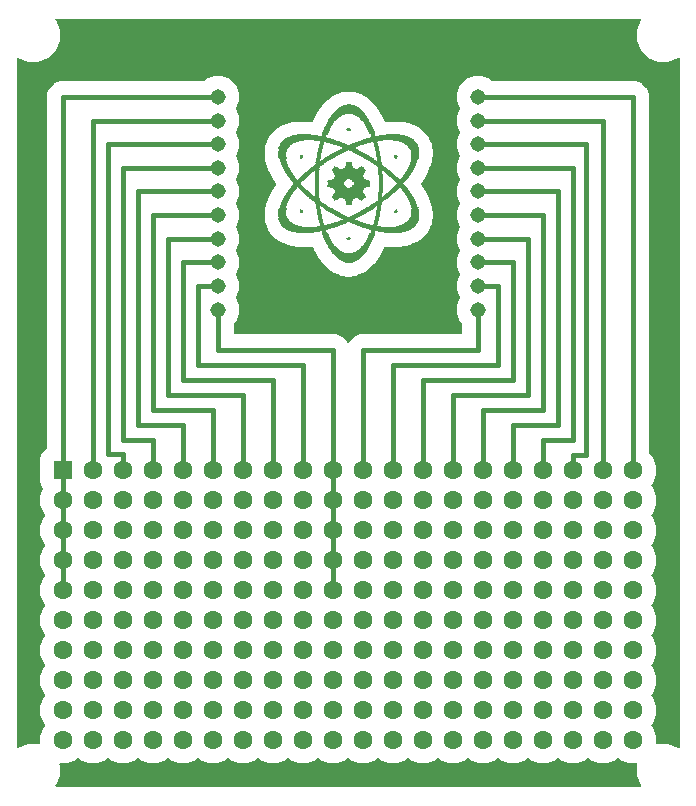
<source format=gbr>
G04 EAGLE Gerber RS-274X export*
G75*
%MOMM*%
%FSLAX34Y34*%
%LPD*%
%INBottom Copper*%
%IPPOS*%
%AMOC8*
5,1,8,0,0,1.08239X$1,22.5*%
G01*
%ADD10R,0.170181X0.008381*%
%ADD11R,0.337819X0.008381*%
%ADD12R,0.439419X0.008638*%
%ADD13R,0.525781X0.008381*%
%ADD14R,0.599438X0.008381*%
%ADD15R,0.670563X0.008638*%
%ADD16R,0.728981X0.008381*%
%ADD17R,0.779781X0.008381*%
%ADD18R,0.830581X0.008638*%
%ADD19R,0.881381X0.008381*%
%ADD20R,0.932181X0.008381*%
%ADD21R,0.975363X0.008638*%
%ADD22R,1.016000X0.008381*%
%ADD23R,1.049019X0.008381*%
%ADD24R,1.092200X0.008638*%
%ADD25R,1.135381X0.008381*%
%ADD26R,1.168400X0.008381*%
%ADD27R,1.201419X0.008638*%
%ADD28R,1.236981X0.008381*%
%ADD29R,1.270000X0.008381*%
%ADD30R,1.303019X0.008638*%
%ADD31R,1.330963X0.008381*%
%ADD32R,1.353819X0.008381*%
%ADD33R,1.389381X0.008638*%
%ADD34R,1.422400X0.008381*%
%ADD35R,1.447800X0.008381*%
%ADD36R,1.473200X0.008638*%
%ADD37R,1.506219X0.008381*%
%ADD38R,1.524000X0.008381*%
%ADD39R,1.557019X0.008638*%
%ADD40R,1.574800X0.008381*%
%ADD41R,1.607819X0.008381*%
%ADD42R,1.625600X0.008638*%
%ADD43R,1.658619X0.008381*%
%ADD44R,1.676400X0.008381*%
%ADD45R,1.701800X0.008638*%
%ADD46R,1.727200X0.008381*%
%ADD47R,1.744981X0.008381*%
%ADD48R,1.778000X0.008638*%
%ADD49R,1.795781X0.008381*%
%ADD50R,1.811019X0.008381*%
%ADD51R,1.838963X0.008638*%
%ADD52R,1.861819X0.008381*%
%ADD53R,1.879600X0.008381*%
%ADD54R,1.897381X0.008638*%
%ADD55R,1.920238X0.008381*%
%ADD56R,1.948181X0.008381*%
%ADD57R,1.963419X0.008638*%
%ADD58R,1.981200X0.008381*%
%ADD59R,1.998981X0.008381*%
%ADD60R,2.014219X0.008638*%
%ADD61R,2.042162X0.008381*%
%ADD62R,2.057400X0.008381*%
%ADD63R,2.082800X0.008638*%
%ADD64R,2.100581X0.008381*%
%ADD65R,2.115819X0.008381*%
%ADD66R,2.133600X0.008638*%
%ADD67R,2.151381X0.008381*%
%ADD68R,2.166619X0.008381*%
%ADD69R,2.184400X0.008638*%
%ADD70R,2.202181X0.008381*%
%ADD71R,2.217419X0.008381*%
%ADD72R,2.235200X0.008638*%
%ADD73R,2.252981X0.008381*%
%ADD74R,2.268219X0.008381*%
%ADD75R,2.286000X0.008638*%
%ADD76R,2.303781X0.008381*%
%ADD77R,2.319019X0.008381*%
%ADD78R,2.336800X0.008638*%
%ADD79R,2.354581X0.008381*%
%ADD80R,2.369819X0.008381*%
%ADD81R,2.387600X0.008638*%
%ADD82R,2.405381X0.008381*%
%ADD83R,2.420619X0.008381*%
%ADD84R,2.438400X0.008638*%
%ADD85R,2.456181X0.008381*%
%ADD86R,2.463800X0.008381*%
%ADD87R,2.479038X0.008638*%
%ADD88R,2.489200X0.008381*%
%ADD89R,2.506981X0.008381*%
%ADD90R,2.522219X0.008638*%
%ADD91R,2.540000X0.008381*%
%ADD92R,2.557781X0.008381*%
%ADD93R,2.573019X0.008638*%
%ADD94R,2.580637X0.008381*%
%ADD95R,2.600963X0.008381*%
%ADD96R,1.193800X0.008638*%
%ADD97R,1.186181X0.008638*%
%ADD98R,1.132838X0.008381*%
%ADD99R,1.092200X0.008381*%
%ADD100R,1.066800X0.008638*%
%ADD101R,1.033781X0.008381*%
%ADD102R,1.041400X0.008381*%
%ADD103R,1.005837X0.008381*%
%ADD104R,1.008381X0.008381*%
%ADD105R,0.990600X0.008638*%
%ADD106R,0.972819X0.008381*%
%ADD107R,0.975363X0.008381*%
%ADD108R,0.955038X0.008381*%
%ADD109R,0.957581X0.008381*%
%ADD110R,0.939800X0.008638*%
%ADD111R,0.947419X0.008638*%
%ADD112R,0.924563X0.008381*%
%ADD113R,0.922019X0.008381*%
%ADD114R,0.914400X0.008381*%
%ADD115R,0.904238X0.008638*%
%ADD116R,0.906781X0.008638*%
%ADD117R,0.899163X0.008381*%
%ADD118R,0.889000X0.008381*%
%ADD119R,0.873762X0.008381*%
%ADD120R,0.863600X0.008638*%
%ADD121R,0.853438X0.008381*%
%ADD122R,0.855981X0.008381*%
%ADD123R,0.845819X0.008381*%
%ADD124R,0.838200X0.008638*%
%ADD125R,0.830581X0.008381*%
%ADD126R,0.820419X0.008381*%
%ADD127R,0.812800X0.008638*%
%ADD128R,0.805181X0.008381*%
%ADD129R,0.812800X0.008381*%
%ADD130R,0.795019X0.008381*%
%ADD131R,0.797563X0.008381*%
%ADD132R,0.795019X0.008638*%
%ADD133R,0.787400X0.008638*%
%ADD134R,0.787400X0.008381*%
%ADD135R,0.772163X0.008381*%
%ADD136R,0.769619X0.008381*%
%ADD137R,0.769619X0.008638*%
%ADD138R,0.772163X0.008638*%
%ADD139R,0.762000X0.008381*%
%ADD140R,0.751838X0.008381*%
%ADD141R,0.754381X0.008638*%
%ADD142R,0.744219X0.008638*%
%ADD143R,0.744219X0.008381*%
%ADD144R,0.746762X0.008381*%
%ADD145R,0.736600X0.008381*%
%ADD146R,0.736600X0.008638*%
%ADD147R,0.728981X0.008638*%
%ADD148R,0.726438X0.008381*%
%ADD149R,0.718819X0.008638*%
%ADD150R,0.711200X0.008638*%
%ADD151R,0.711200X0.008381*%
%ADD152R,0.703581X0.008638*%
%ADD153R,0.701037X0.008638*%
%ADD154R,0.703581X0.008381*%
%ADD155R,0.695963X0.008381*%
%ADD156R,0.693419X0.008381*%
%ADD157R,0.685800X0.008638*%
%ADD158R,0.685800X0.008381*%
%ADD159R,0.678181X0.008381*%
%ADD160R,0.678181X0.008638*%
%ADD161R,0.675638X0.008381*%
%ADD162R,0.668019X0.008381*%
%ADD163R,0.660400X0.008638*%
%ADD164R,0.660400X0.008381*%
%ADD165R,0.652781X0.008381*%
%ADD166R,0.650238X0.008638*%
%ADD167R,0.652781X0.008638*%
%ADD168R,0.650238X0.008381*%
%ADD169R,0.645163X0.008381*%
%ADD170R,0.642619X0.008381*%
%ADD171R,0.642619X0.008638*%
%ADD172R,0.645163X0.008638*%
%ADD173R,0.635000X0.008381*%
%ADD174R,0.635000X0.008638*%
%ADD175R,0.627381X0.008381*%
%ADD176R,0.624838X0.008381*%
%ADD177R,0.617219X0.008638*%
%ADD178R,0.627381X0.008638*%
%ADD179R,0.617219X0.008381*%
%ADD180R,0.619762X0.008381*%
%ADD181R,0.609600X0.008638*%
%ADD182R,0.609600X0.008381*%
%ADD183R,0.601981X0.008638*%
%ADD184R,0.601981X0.008381*%
%ADD185R,0.591819X0.008381*%
%ADD186R,0.594363X0.008638*%
%ADD187R,0.591819X0.008638*%
%ADD188R,0.584200X0.008381*%
%ADD189R,0.584200X0.008638*%
%ADD190R,0.574037X0.008381*%
%ADD191R,0.576581X0.008638*%
%ADD192R,0.574037X0.008638*%
%ADD193R,0.568963X0.008381*%
%ADD194R,0.576581X0.008381*%
%ADD195R,0.566419X0.008381*%
%ADD196R,0.558800X0.008638*%
%ADD197R,0.558800X0.008381*%
%ADD198R,0.548638X0.008381*%
%ADD199R,0.551181X0.008638*%
%ADD200R,0.551181X0.008381*%
%ADD201R,0.541019X0.008381*%
%ADD202R,0.541019X0.008638*%
%ADD203R,0.543563X0.008381*%
%ADD204R,0.543563X0.008638*%
%ADD205R,0.533400X0.008381*%
%ADD206R,0.533400X0.008638*%
%ADD207R,0.523238X0.008381*%
%ADD208R,0.523238X0.008638*%
%ADD209R,0.525781X0.008638*%
%ADD210R,0.515619X0.008381*%
%ADD211R,0.518162X0.008381*%
%ADD212R,0.515619X0.008638*%
%ADD213R,0.508000X0.008381*%
%ADD214R,0.508000X0.008638*%
%ADD215R,0.518162X0.008638*%
%ADD216R,0.497838X0.008381*%
%ADD217R,0.500381X0.008638*%
%ADD218R,0.500381X0.008381*%
%ADD219R,0.497838X0.008638*%
%ADD220R,0.490219X0.008381*%
%ADD221R,0.492763X0.008638*%
%ADD222R,0.490219X0.008638*%
%ADD223R,0.492763X0.008381*%
%ADD224R,0.482600X0.008638*%
%ADD225R,0.482600X0.008381*%
%ADD226R,0.474981X0.008381*%
%ADD227R,0.472438X0.008381*%
%ADD228R,0.474981X0.008638*%
%ADD229R,0.472438X0.008638*%
%ADD230R,0.464819X0.008381*%
%ADD231R,0.467363X0.008638*%
%ADD232R,0.467363X0.008381*%
%ADD233R,0.464819X0.008638*%
%ADD234R,0.457200X0.008381*%
%ADD235R,0.457200X0.008638*%
%ADD236R,0.447038X0.008381*%
%ADD237R,0.449581X0.008381*%
%ADD238R,0.449581X0.008638*%
%ADD239R,0.447038X0.008638*%
%ADD240R,0.441963X0.008381*%
%ADD241R,0.441963X0.008638*%
%ADD242R,0.439419X0.008381*%
%ADD243R,0.431800X0.008381*%
%ADD244R,0.431800X0.008638*%
%ADD245R,0.421637X0.008381*%
%ADD246R,0.421637X0.008638*%
%ADD247R,0.424181X0.008381*%
%ADD248R,0.424181X0.008638*%
%ADD249R,0.416563X0.008381*%
%ADD250R,0.414019X0.008638*%
%ADD251R,0.414019X0.008381*%
%ADD252R,0.416563X0.008638*%
%ADD253R,0.304800X0.008381*%
%ADD254R,0.878838X0.008638*%
%ADD255R,0.889000X0.008638*%
%ADD256R,1.059181X0.008381*%
%ADD257R,1.056638X0.008381*%
%ADD258R,1.209037X0.008381*%
%ADD259R,0.406400X0.008381*%
%ADD260R,1.211581X0.008381*%
%ADD261R,1.346200X0.008638*%
%ADD262R,1.465581X0.008381*%
%ADD263R,1.463037X0.008381*%
%ADD264R,1.584963X0.008381*%
%ADD265R,1.684019X0.008638*%
%ADD266R,1.778000X0.008381*%
%ADD267R,1.869438X0.008381*%
%ADD268R,1.965963X0.008638*%
%ADD269R,2.047238X0.008381*%
%ADD270R,2.049781X0.008381*%
%ADD271R,2.125981X0.008381*%
%ADD272R,2.123438X0.008381*%
%ADD273R,2.202181X0.008638*%
%ADD274R,0.406400X0.008638*%
%ADD275R,2.199638X0.008638*%
%ADD276R,2.278381X0.008381*%
%ADD277R,2.344419X0.008381*%
%ADD278R,2.346963X0.008381*%
%ADD279R,2.413000X0.008638*%
%ADD280R,0.398781X0.008638*%
%ADD281R,2.481581X0.008381*%
%ADD282R,2.547619X0.008381*%
%ADD283R,0.398781X0.008381*%
%ADD284R,2.550163X0.008381*%
%ADD285R,2.616200X0.008638*%
%ADD286R,3.065781X0.008381*%
%ADD287R,3.081019X0.008381*%
%ADD288R,3.083563X0.008381*%
%ADD289R,3.098800X0.008638*%
%ADD290R,3.124200X0.008381*%
%ADD291R,3.114038X0.008381*%
%ADD292R,3.131819X0.008381*%
%ADD293R,3.157219X0.008638*%
%ADD294R,3.167381X0.008381*%
%ADD295R,3.185163X0.008381*%
%ADD296R,3.182619X0.008381*%
%ADD297R,3.200400X0.008638*%
%ADD298R,3.208019X0.008381*%
%ADD299R,3.218181X0.008381*%
%ADD300R,3.233419X0.008381*%
%ADD301R,3.235963X0.008381*%
%ADD302R,3.286763X0.008638*%
%ADD303R,3.284219X0.008638*%
%ADD304R,3.335019X0.008381*%
%ADD305R,3.378200X0.008381*%
%ADD306R,3.388362X0.008381*%
%ADD307R,3.418837X0.008638*%
%ADD308R,3.421381X0.008638*%
%ADD309R,3.472181X0.008381*%
%ADD310R,3.522981X0.008381*%
%ADD311R,3.520438X0.008381*%
%ADD312R,3.563619X0.008638*%
%ADD313R,3.606800X0.008381*%
%ADD314R,3.647438X0.008381*%
%ADD315R,3.649981X0.008381*%
%ADD316R,3.700781X0.008638*%
%ADD317R,3.733800X0.008381*%
%ADD318R,3.776981X0.008381*%
%ADD319R,3.817619X0.008638*%
%ADD320R,3.860800X0.008381*%
%ADD321R,3.893819X0.008381*%
%ADD322R,3.944619X0.008638*%
%ADD323R,3.947163X0.008638*%
%ADD324R,3.977638X0.008381*%
%ADD325R,3.980181X0.008381*%
%ADD326R,4.013200X0.008381*%
%ADD327R,4.023363X0.008381*%
%ADD328R,4.053838X0.008638*%
%ADD329R,4.056381X0.008638*%
%ADD330R,4.089400X0.008381*%
%ADD331R,4.132581X0.008381*%
%ADD332R,4.175763X0.008638*%
%ADD333R,4.173219X0.008638*%
%ADD334R,1.846581X0.008381*%
%ADD335R,1.864363X0.008381*%
%ADD336R,1.742438X0.008381*%
%ADD337R,1.752600X0.008381*%
%ADD338R,1.760219X0.008381*%
%ADD339R,1.734819X0.008381*%
%ADD340R,1.668781X0.008638*%
%ADD341R,1.686563X0.008638*%
%ADD342R,1.666238X0.008638*%
%ADD343R,1.615438X0.008381*%
%ADD344R,1.625600X0.008381*%
%ADD345R,1.567181X0.008381*%
%ADD346R,1.557019X0.008381*%
%ADD347R,1.524000X0.008638*%
%ADD348R,1.534163X0.008638*%
%ADD349R,1.531619X0.008638*%
%ADD350R,1.516381X0.008638*%
%ADD351R,1.480819X0.008381*%
%ADD352R,1.490981X0.008381*%
%ADD353R,1.498600X0.008381*%
%ADD354R,1.457963X0.008381*%
%ADD355R,1.414781X0.008638*%
%ADD356R,1.432562X0.008638*%
%ADD357R,1.430019X0.008638*%
%ADD358R,1.386838X0.008381*%
%ADD359R,1.407163X0.008381*%
%ADD360R,1.397000X0.008381*%
%ADD361R,1.389381X0.008381*%
%ADD362R,1.363981X0.008381*%
%ADD363R,1.361438X0.008381*%
%ADD364R,1.338581X0.008638*%
%ADD365R,1.422400X0.008638*%
%ADD366R,1.310638X0.008381*%
%ADD367R,1.313181X0.008381*%
%ADD368R,1.295400X0.008381*%
%ADD369R,1.473200X0.008381*%
%ADD370R,1.483363X0.008381*%
%ADD371R,1.277619X0.008638*%
%ADD372R,1.506219X0.008638*%
%ADD373R,1.508763X0.008638*%
%ADD374R,1.270000X0.008638*%
%ADD375R,1.252219X0.008381*%
%ADD376R,1.549400X0.008381*%
%ADD377R,1.234438X0.008381*%
%ADD378R,1.219200X0.008638*%
%ADD379R,1.582419X0.008638*%
%ADD380R,0.381000X0.008381*%
%ADD381R,1.219200X0.008381*%
%ADD382R,1.201419X0.008381*%
%ADD383R,1.193800X0.008381*%
%ADD384R,0.373381X0.008381*%
%ADD385R,1.176019X0.008638*%
%ADD386R,0.370838X0.008638*%
%ADD387R,0.381000X0.008638*%
%ADD388R,1.178562X0.008638*%
%ADD389R,1.178562X0.008381*%
%ADD390R,1.176019X0.008381*%
%ADD391R,1.150619X0.008381*%
%ADD392R,1.160781X0.008381*%
%ADD393R,0.370838X0.008381*%
%ADD394R,1.143000X0.008381*%
%ADD395R,1.135381X0.008638*%
%ADD396R,0.373381X0.008638*%
%ADD397R,1.143000X0.008638*%
%ADD398R,1.153163X0.008638*%
%ADD399R,1.132838X0.008638*%
%ADD400R,1.125219X0.008381*%
%ADD401R,1.127763X0.008381*%
%ADD402R,1.117600X0.008381*%
%ADD403R,1.109981X0.008638*%
%ADD404R,1.107438X0.008638*%
%ADD405R,1.099819X0.008638*%
%ADD406R,1.099819X0.008381*%
%ADD407R,1.082037X0.008381*%
%ADD408R,1.084581X0.008381*%
%ADD409R,1.076963X0.008381*%
%ADD410R,1.074419X0.008638*%
%ADD411R,1.084581X0.008638*%
%ADD412R,1.066800X0.008381*%
%ADD413R,1.051562X0.008381*%
%ADD414R,1.041400X0.008638*%
%ADD415R,0.363219X0.008638*%
%ADD416R,1.049019X0.008638*%
%ADD417R,1.031238X0.008381*%
%ADD418R,1.023619X0.008381*%
%ADD419R,1.026163X0.008381*%
%ADD420R,1.016000X0.008638*%
%ADD421R,1.026163X0.008638*%
%ADD422R,1.023619X0.008638*%
%ADD423R,0.998219X0.008381*%
%ADD424R,1.000762X0.008381*%
%ADD425R,0.998219X0.008638*%
%ADD426R,0.365762X0.008638*%
%ADD427R,0.990600X0.008381*%
%ADD428R,0.363219X0.008381*%
%ADD429R,0.365762X0.008381*%
%ADD430R,0.980438X0.008381*%
%ADD431R,0.982981X0.008381*%
%ADD432R,0.972819X0.008638*%
%ADD433R,0.965200X0.008381*%
%ADD434R,0.957581X0.008638*%
%ADD435R,0.955038X0.008638*%
%ADD436R,0.939800X0.008381*%
%ADD437R,0.949963X0.008381*%
%ADD438R,0.947419X0.008381*%
%ADD439R,0.932181X0.008638*%
%ADD440R,0.929638X0.008381*%
%ADD441R,0.914400X0.008638*%
%ADD442R,0.924563X0.008638*%
%ADD443R,0.922019X0.008638*%
%ADD444R,0.906781X0.008381*%
%ADD445R,0.904238X0.008381*%
%ADD446R,0.896619X0.008638*%
%ADD447R,0.896619X0.008381*%
%ADD448R,0.881381X0.008638*%
%ADD449R,0.878838X0.008381*%
%ADD450R,0.871219X0.008381*%
%ADD451R,1.737363X0.008381*%
%ADD452R,0.355600X0.008638*%
%ADD453R,0.355600X0.008381*%
%ADD454R,1.643381X0.008381*%
%ADD455R,0.863600X0.008381*%
%ADD456R,1.592581X0.008381*%
%ADD457R,0.853438X0.008638*%
%ADD458R,1.549400X0.008638*%
%ADD459R,0.845819X0.008638*%
%ADD460R,0.848363X0.008381*%
%ADD461R,1.455419X0.008381*%
%ADD462R,1.404619X0.008638*%
%ADD463R,0.838200X0.008381*%
%ADD464R,1.320800X0.008381*%
%ADD465R,0.820419X0.008638*%
%ADD466R,0.822963X0.008638*%
%ADD467R,0.828038X0.008381*%
%ADD468R,1.229363X0.008381*%
%ADD469R,1.186181X0.008381*%
%ADD470R,0.802638X0.008381*%
%ADD471R,0.805181X0.008638*%
%ADD472R,1.005837X0.008638*%
%ADD473R,0.802638X0.008638*%
%ADD474R,0.779781X0.008638*%
%ADD475R,0.777238X0.008381*%
%ADD476R,0.777238X0.008638*%
%ADD477R,1.033781X0.008638*%
%ADD478R,0.345438X0.008638*%
%ADD479R,0.347981X0.008381*%
%ADD480R,0.754381X0.008381*%
%ADD481R,0.751838X0.008638*%
%ADD482R,0.347981X0.008638*%
%ADD483R,1.236981X0.008638*%
%ADD484R,1.303019X0.008381*%
%ADD485R,0.345438X0.008381*%
%ADD486R,1.371600X0.008381*%
%ADD487R,1.404619X0.008381*%
%ADD488R,1.440181X0.008638*%
%ADD489R,0.721363X0.008381*%
%ADD490R,0.718819X0.008381*%
%ADD491R,0.721363X0.008638*%
%ADD492R,0.693419X0.008638*%
%ADD493R,0.695963X0.008638*%
%ADD494R,0.701037X0.008381*%
%ADD495R,0.337819X0.008638*%
%ADD496R,0.340363X0.008381*%
%ADD497R,0.675638X0.008638*%
%ADD498R,0.668019X0.008638*%
%ADD499R,0.670563X0.008381*%
%ADD500R,0.340363X0.008638*%
%ADD501R,0.330200X0.008638*%
%ADD502R,0.330200X0.008381*%
%ADD503R,0.624838X0.008638*%
%ADD504R,0.619762X0.008638*%
%ADD505R,0.599438X0.008638*%
%ADD506R,0.594363X0.008381*%
%ADD507R,0.322581X0.008381*%
%ADD508R,0.320038X0.008638*%
%ADD509R,0.566419X0.008638*%
%ADD510R,0.568963X0.008638*%
%ADD511R,0.855981X0.008638*%
%ADD512R,0.396238X0.008381*%
%ADD513R,0.548638X0.008638*%
%ADD514R,0.025400X0.008381*%
%ADD515R,0.050800X0.008638*%
%ADD516R,0.083819X0.008381*%
%ADD517R,0.076200X0.008381*%
%ADD518R,0.111763X0.008381*%
%ADD519R,0.109219X0.008381*%
%ADD520R,0.134619X0.008638*%
%ADD521R,0.137162X0.008638*%
%ADD522R,0.167637X0.008381*%
%ADD523R,0.160019X0.008381*%
%ADD524R,0.195581X0.008381*%
%ADD525R,0.193038X0.008381*%
%ADD526R,0.220981X0.008638*%
%ADD527R,0.254000X0.008381*%
%ADD528R,0.246381X0.008381*%
%ADD529R,0.279400X0.008381*%
%ADD530R,0.269238X0.008381*%
%ADD531R,0.304800X0.008638*%
%ADD532R,0.297181X0.008638*%
%ADD533R,0.320038X0.008381*%
%ADD534R,0.388619X0.008381*%
%ADD535R,0.726438X0.008638*%
%ADD536R,0.762000X0.008638*%
%ADD537R,1.056638X0.008638*%
%ADD538R,1.168400X0.008638*%
%ADD539R,0.314963X0.008638*%
%ADD540R,2.760981X0.008638*%
%ADD541R,0.314963X0.008381*%
%ADD542R,2.776219X0.008381*%
%ADD543R,2.794000X0.008381*%
%ADD544R,0.322581X0.008638*%
%ADD545R,2.811781X0.008638*%
%ADD546R,2.827019X0.008381*%
%ADD547R,2.811781X0.008381*%
%ADD548R,0.312419X0.008381*%
%ADD549R,2.804163X0.008381*%
%ADD550R,0.312419X0.008638*%
%ADD551R,2.794000X0.008638*%
%ADD552R,2.776219X0.008638*%
%ADD553R,2.760981X0.008381*%
%ADD554R,2.753363X0.008638*%
%ADD555R,2.743200X0.008381*%
%ADD556R,2.725419X0.008638*%
%ADD557R,2.725419X0.008381*%
%ADD558R,2.710181X0.008381*%
%ADD559R,2.710181X0.008638*%
%ADD560R,2.702562X0.008381*%
%ADD561R,2.692400X0.008381*%
%ADD562R,2.682238X0.008638*%
%ADD563R,2.674619X0.008381*%
%ADD564R,2.659381X0.008638*%
%ADD565R,2.659381X0.008381*%
%ADD566R,2.641600X0.008381*%
%ADD567R,2.631438X0.008638*%
%ADD568R,2.623819X0.008381*%
%ADD569R,2.608581X0.008381*%
%ADD570R,2.608581X0.008638*%
%ADD571R,2.590800X0.008381*%
%ADD572R,2.573019X0.008381*%
%ADD573R,2.557781X0.008638*%
%ADD574R,2.471419X0.008638*%
%ADD575R,2.438400X0.008381*%
%ADD576R,2.420619X0.008638*%
%ADD577R,2.397763X0.008638*%
%ADD578R,2.387600X0.008381*%
%ADD579R,2.377438X0.008638*%
%ADD580R,2.369819X0.008638*%
%ADD581R,2.362200X0.008381*%
%ADD582R,2.354581X0.008638*%
%ADD583R,2.428238X0.008381*%
%ADD584R,2.456181X0.008638*%
%ADD585R,2.471419X0.008381*%
%ADD586R,2.506981X0.008638*%
%ADD587R,2.522219X0.008381*%
%ADD588R,2.540000X0.008638*%
%ADD589R,1.125219X0.008638*%
%ADD590R,1.127763X0.008638*%
%ADD591R,1.150619X0.008638*%
%ADD592R,1.295400X0.008638*%
%ADD593R,1.328419X0.008381*%
%ADD594R,0.965200X0.008638*%
%ADD595R,1.356363X0.008381*%
%ADD596R,1.381763X0.008381*%
%ADD597R,1.386838X0.008638*%
%ADD598R,1.397000X0.008638*%
%ADD599R,1.414781X0.008381*%
%ADD600R,0.873762X0.008638*%
%ADD601R,1.437638X0.008381*%
%ADD602R,1.437638X0.008638*%
%ADD603R,1.440181X0.008381*%
%ADD604R,1.432562X0.008381*%
%ADD605R,1.430019X0.008381*%
%ADD606R,1.412238X0.008381*%
%ADD607R,1.412238X0.008638*%
%ADD608R,1.407163X0.008638*%
%ADD609R,0.871219X0.008638*%
%ADD610R,1.447800X0.008638*%
%ADD611R,1.379219X0.008381*%
%ADD612R,1.353819X0.008638*%
%ADD613R,1.336037X0.008381*%
%ADD614R,1.305562X0.008638*%
%ADD615R,1.277619X0.008381*%
%ADD616R,1.160781X0.008638*%
%ADD617R,1.153163X0.008381*%
%ADD618R,1.183638X0.008381*%
%ADD619R,1.254763X0.008638*%
%ADD620R,1.252219X0.008638*%
%ADD621R,2.529838X0.008381*%
%ADD622R,2.514600X0.008381*%
%ADD623R,2.499363X0.008381*%
%ADD624R,2.489200X0.008638*%
%ADD625R,2.463800X0.008638*%
%ADD626R,2.377438X0.008381*%
%ADD627R,2.590800X0.008638*%
%ADD628R,2.623819X0.008638*%
%ADD629R,2.667000X0.008381*%
%ADD630R,2.674619X0.008638*%
%ADD631R,2.717800X0.008381*%
%ADD632R,2.733038X0.008381*%
%ADD633R,2.743200X0.008638*%
%ADD634R,2.768600X0.008638*%
%ADD635R,2.783838X0.008381*%
%ADD636R,2.819400X0.008381*%
%ADD637R,2.827019X0.008638*%
%ADD638R,0.297181X0.008381*%
%ADD639R,0.289563X0.008381*%
%ADD640R,0.271781X0.008381*%
%ADD641R,0.261619X0.008381*%
%ADD642R,0.236219X0.008638*%
%ADD643R,0.210819X0.008381*%
%ADD644R,0.213363X0.008381*%
%ADD645R,0.187963X0.008381*%
%ADD646R,0.185419X0.008381*%
%ADD647R,0.152400X0.008638*%
%ADD648R,0.127000X0.008381*%
%ADD649R,0.101600X0.008381*%
%ADD650R,0.076200X0.008638*%
%ADD651R,0.068581X0.008638*%
%ADD652R,0.043181X0.008381*%
%ADD653R,0.017781X0.008381*%
%ADD654R,0.015238X0.008381*%
%ADD655R,0.746762X0.008638*%
%ADD656R,1.455419X0.008638*%
%ADD657R,1.287781X0.008381*%
%ADD658R,0.828038X0.008638*%
%ADD659R,1.676400X0.008638*%
%ADD660R,0.949963X0.008638*%
%ADD661R,1.000762X0.008638*%
%ADD662R,0.982981X0.008638*%
%ADD663R,1.008381X0.008638*%
%ADD664R,1.076963X0.008638*%
%ADD665R,1.074419X0.008381*%
%ADD666R,1.102363X0.008638*%
%ADD667R,1.107438X0.008381*%
%ADD668R,1.109981X0.008381*%
%ADD669R,1.158238X0.008381*%
%ADD670R,1.183638X0.008638*%
%ADD671R,1.590037X0.008638*%
%ADD672R,1.592581X0.008638*%
%ADD673R,1.211581X0.008638*%
%ADD674R,1.226819X0.008381*%
%ADD675R,1.244600X0.008381*%
%ADD676R,1.531619X0.008381*%
%ADD677R,1.534163X0.008381*%
%ADD678R,1.262381X0.008638*%
%ADD679R,1.336037X0.008638*%
%ADD680R,1.328419X0.008638*%
%ADD681R,1.513838X0.008638*%
%ADD682R,1.498600X0.008638*%
%ADD683R,1.539238X0.008381*%
%ADD684R,1.600200X0.008381*%
%ADD685R,1.651000X0.008638*%
%ADD686R,1.658619X0.008638*%
%ADD687R,1.643381X0.008638*%
%ADD688R,1.709419X0.008381*%
%ADD689R,1.828800X0.008381*%
%ADD690R,1.818638X0.008381*%
%ADD691R,1.998981X0.008638*%
%ADD692R,1.981200X0.008638*%
%ADD693R,4.147819X0.008381*%
%ADD694R,4.114800X0.008381*%
%ADD695R,4.107181X0.008381*%
%ADD696R,4.064000X0.008638*%
%ADD697R,4.030981X0.008381*%
%ADD698R,3.997963X0.008381*%
%ADD699R,3.987800X0.008381*%
%ADD700R,3.954781X0.008638*%
%ADD701R,3.921763X0.008381*%
%ADD702R,3.911600X0.008381*%
%ADD703R,3.868419X0.008381*%
%ADD704R,3.870963X0.008381*%
%ADD705R,3.835400X0.008638*%
%ADD706R,3.792219X0.008381*%
%ADD707R,3.784600X0.008381*%
%ADD708R,3.751581X0.008381*%
%ADD709R,3.749038X0.008381*%
%ADD710R,3.708400X0.008638*%
%ADD711R,3.667763X0.008381*%
%ADD712R,3.657600X0.008381*%
%ADD713R,3.624581X0.008381*%
%ADD714R,3.571238X0.008638*%
%ADD715R,3.573781X0.008638*%
%ADD716R,3.538219X0.008381*%
%ADD717R,3.530600X0.008381*%
%ADD718R,3.487419X0.008381*%
%ADD719R,3.446781X0.008638*%
%ADD720R,3.436619X0.008638*%
%ADD721R,3.395981X0.008381*%
%ADD722R,3.342638X0.008381*%
%ADD723R,3.345181X0.008381*%
%ADD724R,3.294381X0.008638*%
%ADD725R,3.291838X0.008638*%
%ADD726R,3.251200X0.008381*%
%ADD727R,3.243581X0.008381*%
%ADD728R,3.215638X0.008381*%
%ADD729R,3.210562X0.008638*%
%ADD730R,3.192781X0.008381*%
%ADD731R,3.175000X0.008381*%
%ADD732R,3.167381X0.008638*%
%ADD733R,3.149600X0.008638*%
%ADD734R,3.141981X0.008381*%
%ADD735R,3.139438X0.008381*%
%ADD736R,3.106419X0.008638*%
%ADD737R,3.108963X0.008638*%
%ADD738R,3.088638X0.008381*%
%ADD739R,3.073400X0.008381*%
%ADD740R,3.048000X0.008638*%
%ADD741R,2.633981X0.008638*%
%ADD742R,2.448562X0.008638*%
%ADD743R,2.301238X0.008381*%
%ADD744R,2.219963X0.008638*%
%ADD745R,2.075181X0.008381*%
%ADD746R,2.065019X0.008381*%
%ADD747R,1.988819X0.008638*%
%ADD748R,1.905000X0.008381*%
%ADD749R,1.821181X0.008381*%
%ADD750R,1.803400X0.008381*%
%ADD751R,1.719581X0.008638*%
%ADD752R,1.610363X0.008381*%
%ADD753R,1.379219X0.008638*%
%ADD754R,1.259838X0.008381*%
%ADD755R,1.254763X0.008381*%
%ADD756R,0.929638X0.008638*%
%ADD757R,1.051562X0.008638*%
%ADD758R,1.158238X0.008638*%
%ADD759R,2.529838X0.008638*%
%ADD760R,2.346963X0.008638*%
%ADD761R,2.336800X0.008381*%
%ADD762R,2.303781X0.008638*%
%ADD763R,2.286000X0.008381*%
%ADD764R,2.252981X0.008638*%
%ADD765R,2.235200X0.008381*%
%ADD766R,2.174238X0.008381*%
%ADD767R,2.159000X0.008381*%
%ADD768R,2.143763X0.008638*%
%ADD769R,2.032000X0.008638*%
%ADD770R,2.014219X0.008381*%
%ADD771R,1.991363X0.008381*%
%ADD772R,1.930400X0.008381*%
%ADD773R,1.912619X0.008638*%
%ADD774R,1.897381X0.008381*%
%ADD775R,1.846581X0.008638*%
%ADD776R,1.709419X0.008638*%
%ADD777R,1.694181X0.008381*%
%ADD778R,1.564638X0.008638*%
%ADD779R,1.541781X0.008381*%
%ADD780R,1.513838X0.008381*%
%ADD781R,1.490981X0.008638*%
%ADD782R,1.346200X0.008381*%
%ADD783R,1.320800X0.008638*%
%ADD784R,1.117600X0.008638*%
%ADD785R,0.264163X0.008381*%
%ADD786C,1.308000*%
%ADD787R,1.600200X1.600200*%
%ADD788C,1.600200*%
%ADD789C,0.406400*%

G36*
X572098Y69641D02*
X572098Y69641D01*
X572150Y69643D01*
X572218Y69667D01*
X572288Y69682D01*
X572333Y69709D01*
X572381Y69727D01*
X572437Y69772D01*
X572499Y69809D01*
X572533Y69848D01*
X572573Y69881D01*
X572612Y69941D01*
X572659Y69995D01*
X572678Y70044D01*
X572706Y70087D01*
X572724Y70157D01*
X572751Y70224D01*
X572759Y70295D01*
X572767Y70326D01*
X572765Y70349D01*
X572769Y70390D01*
X572769Y653510D01*
X572758Y653580D01*
X572756Y653652D01*
X572738Y653701D01*
X572730Y653752D01*
X572696Y653816D01*
X572671Y653883D01*
X572639Y653924D01*
X572614Y653970D01*
X572563Y654019D01*
X572518Y654075D01*
X572474Y654103D01*
X572436Y654139D01*
X572371Y654169D01*
X572311Y654208D01*
X572260Y654221D01*
X572213Y654243D01*
X572142Y654251D01*
X572072Y654268D01*
X572020Y654264D01*
X571969Y654270D01*
X571898Y654255D01*
X571827Y654249D01*
X571779Y654229D01*
X571728Y654218D01*
X571667Y654181D01*
X571601Y654153D01*
X571545Y654108D01*
X571517Y654091D01*
X571514Y654087D01*
X563262Y650669D01*
X554338Y650669D01*
X546094Y654084D01*
X539784Y660394D01*
X536369Y668638D01*
X536369Y677562D01*
X539796Y685834D01*
X539839Y685880D01*
X539861Y685927D01*
X539891Y685969D01*
X539913Y686038D01*
X539943Y686103D01*
X539948Y686155D01*
X539964Y686204D01*
X539962Y686276D01*
X539970Y686347D01*
X539959Y686398D01*
X539957Y686450D01*
X539933Y686518D01*
X539918Y686588D01*
X539891Y686633D01*
X539873Y686681D01*
X539828Y686737D01*
X539791Y686799D01*
X539752Y686833D01*
X539719Y686873D01*
X539659Y686912D01*
X539605Y686959D01*
X539556Y686978D01*
X539513Y687006D01*
X539443Y687024D01*
X539376Y687051D01*
X539305Y687059D01*
X539274Y687067D01*
X539251Y687065D01*
X539210Y687069D01*
X44990Y687069D01*
X44920Y687058D01*
X44848Y687056D01*
X44799Y687038D01*
X44748Y687030D01*
X44684Y686996D01*
X44617Y686971D01*
X44576Y686939D01*
X44530Y686914D01*
X44481Y686863D01*
X44425Y686818D01*
X44397Y686774D01*
X44361Y686736D01*
X44331Y686671D01*
X44292Y686611D01*
X44279Y686560D01*
X44257Y686513D01*
X44249Y686442D01*
X44232Y686372D01*
X44236Y686320D01*
X44230Y686269D01*
X44245Y686198D01*
X44251Y686127D01*
X44271Y686079D01*
X44282Y686028D01*
X44319Y685967D01*
X44347Y685901D01*
X44392Y685845D01*
X44409Y685817D01*
X44413Y685814D01*
X47831Y677562D01*
X47831Y668638D01*
X44416Y660394D01*
X38106Y654084D01*
X29862Y650669D01*
X20938Y650669D01*
X12666Y654096D01*
X12620Y654139D01*
X12573Y654161D01*
X12531Y654191D01*
X12462Y654213D01*
X12397Y654243D01*
X12345Y654248D01*
X12296Y654264D01*
X12224Y654262D01*
X12153Y654270D01*
X12102Y654259D01*
X12050Y654257D01*
X11982Y654233D01*
X11912Y654218D01*
X11867Y654191D01*
X11819Y654173D01*
X11763Y654128D01*
X11701Y654091D01*
X11667Y654052D01*
X11627Y654019D01*
X11588Y653959D01*
X11541Y653905D01*
X11522Y653856D01*
X11494Y653813D01*
X11476Y653743D01*
X11449Y653676D01*
X11441Y653605D01*
X11433Y653574D01*
X11435Y653551D01*
X11431Y653510D01*
X11431Y70390D01*
X11442Y70320D01*
X11444Y70248D01*
X11462Y70199D01*
X11470Y70148D01*
X11504Y70084D01*
X11529Y70017D01*
X11561Y69976D01*
X11586Y69930D01*
X11637Y69881D01*
X11682Y69825D01*
X11726Y69797D01*
X11764Y69761D01*
X11829Y69731D01*
X11889Y69692D01*
X11940Y69679D01*
X11987Y69657D01*
X12058Y69649D01*
X12128Y69632D01*
X12180Y69636D01*
X12231Y69630D01*
X12302Y69645D01*
X12373Y69651D01*
X12421Y69671D01*
X12472Y69682D01*
X12533Y69719D01*
X12599Y69747D01*
X12655Y69792D01*
X12683Y69809D01*
X12686Y69813D01*
X20938Y73231D01*
X29862Y73231D01*
X30316Y73043D01*
X30360Y73032D01*
X30402Y73013D01*
X30479Y73004D01*
X30555Y72987D01*
X30601Y72991D01*
X30646Y72986D01*
X30723Y73002D01*
X30800Y73010D01*
X30842Y73028D01*
X30887Y73038D01*
X30954Y73078D01*
X31025Y73110D01*
X31059Y73141D01*
X31098Y73164D01*
X31149Y73223D01*
X31206Y73276D01*
X31228Y73316D01*
X31258Y73351D01*
X31287Y73423D01*
X31324Y73491D01*
X31333Y73537D01*
X31350Y73579D01*
X31365Y73715D01*
X31368Y73734D01*
X31367Y73739D01*
X31368Y73746D01*
X31368Y80065D01*
X34327Y87207D01*
X35481Y88362D01*
X35493Y88378D01*
X35508Y88390D01*
X35564Y88478D01*
X35625Y88561D01*
X35630Y88580D01*
X35641Y88597D01*
X35667Y88698D01*
X35697Y88797D01*
X35696Y88816D01*
X35701Y88836D01*
X35693Y88939D01*
X35691Y89042D01*
X35684Y89061D01*
X35682Y89081D01*
X35642Y89176D01*
X35606Y89273D01*
X35594Y89289D01*
X35586Y89307D01*
X35481Y89438D01*
X34327Y90593D01*
X31368Y97735D01*
X31368Y105465D01*
X34327Y112607D01*
X35481Y113762D01*
X35493Y113778D01*
X35508Y113790D01*
X35564Y113878D01*
X35625Y113961D01*
X35630Y113980D01*
X35641Y113997D01*
X35667Y114098D01*
X35697Y114197D01*
X35696Y114216D01*
X35701Y114236D01*
X35693Y114339D01*
X35691Y114442D01*
X35684Y114461D01*
X35682Y114481D01*
X35642Y114576D01*
X35606Y114673D01*
X35594Y114689D01*
X35586Y114707D01*
X35481Y114838D01*
X34327Y115993D01*
X31368Y123135D01*
X31368Y130865D01*
X34327Y138007D01*
X35481Y139162D01*
X35493Y139178D01*
X35508Y139190D01*
X35564Y139278D01*
X35625Y139361D01*
X35630Y139380D01*
X35641Y139397D01*
X35667Y139498D01*
X35697Y139597D01*
X35696Y139616D01*
X35701Y139636D01*
X35693Y139739D01*
X35691Y139842D01*
X35684Y139861D01*
X35682Y139881D01*
X35642Y139976D01*
X35606Y140073D01*
X35594Y140089D01*
X35586Y140107D01*
X35481Y140238D01*
X34327Y141393D01*
X31368Y148535D01*
X31368Y156265D01*
X34327Y163407D01*
X35481Y164562D01*
X35493Y164578D01*
X35508Y164590D01*
X35564Y164678D01*
X35625Y164761D01*
X35630Y164780D01*
X35641Y164797D01*
X35667Y164898D01*
X35697Y164997D01*
X35696Y165016D01*
X35701Y165036D01*
X35693Y165139D01*
X35691Y165242D01*
X35684Y165261D01*
X35682Y165281D01*
X35642Y165376D01*
X35606Y165473D01*
X35594Y165489D01*
X35586Y165507D01*
X35481Y165638D01*
X34327Y166793D01*
X31368Y173935D01*
X31368Y181665D01*
X34327Y188807D01*
X35481Y189962D01*
X35493Y189978D01*
X35508Y189990D01*
X35564Y190078D01*
X35625Y190161D01*
X35630Y190180D01*
X35641Y190197D01*
X35667Y190298D01*
X35697Y190397D01*
X35696Y190416D01*
X35701Y190436D01*
X35693Y190539D01*
X35691Y190642D01*
X35684Y190661D01*
X35682Y190681D01*
X35642Y190776D01*
X35606Y190873D01*
X35594Y190889D01*
X35586Y190907D01*
X35481Y191038D01*
X34327Y192193D01*
X31368Y199335D01*
X31368Y207065D01*
X34327Y214207D01*
X35481Y215362D01*
X35493Y215378D01*
X35508Y215390D01*
X35564Y215478D01*
X35625Y215561D01*
X35630Y215580D01*
X35641Y215597D01*
X35667Y215698D01*
X35697Y215797D01*
X35696Y215816D01*
X35701Y215836D01*
X35693Y215939D01*
X35691Y216042D01*
X35684Y216061D01*
X35682Y216081D01*
X35642Y216176D01*
X35606Y216273D01*
X35594Y216289D01*
X35586Y216307D01*
X35481Y216438D01*
X34327Y217593D01*
X31368Y224735D01*
X31368Y232465D01*
X34327Y239607D01*
X35481Y240762D01*
X35493Y240778D01*
X35508Y240790D01*
X35564Y240878D01*
X35625Y240961D01*
X35630Y240980D01*
X35641Y240997D01*
X35667Y241098D01*
X35697Y241197D01*
X35696Y241216D01*
X35701Y241236D01*
X35693Y241339D01*
X35691Y241442D01*
X35684Y241461D01*
X35682Y241481D01*
X35642Y241576D01*
X35606Y241673D01*
X35594Y241689D01*
X35586Y241707D01*
X35481Y241838D01*
X34327Y242993D01*
X31368Y250135D01*
X31368Y257865D01*
X34327Y265007D01*
X35481Y266162D01*
X35493Y266178D01*
X35508Y266190D01*
X35564Y266278D01*
X35625Y266361D01*
X35630Y266380D01*
X35641Y266397D01*
X35667Y266498D01*
X35697Y266597D01*
X35696Y266616D01*
X35701Y266636D01*
X35693Y266739D01*
X35691Y266842D01*
X35684Y266861D01*
X35682Y266881D01*
X35642Y266976D01*
X35606Y267073D01*
X35594Y267089D01*
X35586Y267107D01*
X35481Y267238D01*
X34327Y268393D01*
X31368Y275535D01*
X31368Y283265D01*
X33751Y289017D01*
X33777Y289131D01*
X33806Y289244D01*
X33806Y289251D01*
X33807Y289257D01*
X33796Y289373D01*
X33787Y289489D01*
X33784Y289495D01*
X33784Y289501D01*
X33736Y289609D01*
X33691Y289716D01*
X33686Y289722D01*
X33684Y289726D01*
X33671Y289740D01*
X33586Y289847D01*
X33109Y290324D01*
X31368Y294525D01*
X31368Y315075D01*
X33109Y319276D01*
X36324Y322491D01*
X36867Y322717D01*
X36967Y322778D01*
X37067Y322838D01*
X37071Y322843D01*
X37076Y322846D01*
X37151Y322936D01*
X37227Y323025D01*
X37229Y323031D01*
X37233Y323036D01*
X37275Y323144D01*
X37319Y323253D01*
X37320Y323261D01*
X37321Y323265D01*
X37322Y323284D01*
X37337Y323420D01*
X37337Y618181D01*
X37328Y618238D01*
X37328Y618297D01*
X37303Y618392D01*
X37298Y618424D01*
X37291Y618436D01*
X37288Y618447D01*
X37337Y620990D01*
X37336Y620995D01*
X37337Y621004D01*
X37337Y623551D01*
X37347Y623594D01*
X37370Y623648D01*
X37383Y623746D01*
X37390Y623777D01*
X37389Y623791D01*
X37390Y623802D01*
X38409Y626133D01*
X38410Y626139D01*
X38415Y626147D01*
X39389Y628499D01*
X39415Y628535D01*
X39456Y628575D01*
X39505Y628661D01*
X39524Y628687D01*
X39528Y628701D01*
X39534Y628710D01*
X41367Y630474D01*
X41371Y630479D01*
X41378Y630485D01*
X43178Y632285D01*
X43215Y632308D01*
X43270Y632330D01*
X43348Y632390D01*
X43375Y632407D01*
X43384Y632418D01*
X43393Y632425D01*
X45761Y633352D01*
X45766Y633355D01*
X45775Y633358D01*
X48128Y634333D01*
X48171Y634340D01*
X48229Y634339D01*
X48325Y634365D01*
X48356Y634370D01*
X48369Y634377D01*
X48380Y634379D01*
X50922Y634330D01*
X50928Y634331D01*
X50937Y634330D01*
X53571Y634330D01*
X53595Y634325D01*
X53615Y634326D01*
X53647Y634323D01*
X169833Y634323D01*
X169923Y634337D01*
X170014Y634345D01*
X170044Y634357D01*
X170076Y634362D01*
X170156Y634405D01*
X170240Y634441D01*
X170272Y634467D01*
X170293Y634478D01*
X170315Y634501D01*
X170371Y634546D01*
X171920Y636095D01*
X178525Y638831D01*
X185675Y638831D01*
X192280Y636095D01*
X197335Y631040D01*
X200071Y624435D01*
X200071Y617285D01*
X197530Y611151D01*
X197509Y611063D01*
X197481Y610976D01*
X197481Y610943D01*
X197474Y610912D01*
X197482Y610821D01*
X197483Y610730D01*
X197495Y610690D01*
X197497Y610667D01*
X197510Y610638D01*
X197530Y610569D01*
X200071Y604435D01*
X200071Y597285D01*
X197530Y591151D01*
X197509Y591063D01*
X197481Y590976D01*
X197481Y590943D01*
X197474Y590912D01*
X197482Y590821D01*
X197483Y590730D01*
X197495Y590690D01*
X197497Y590667D01*
X197510Y590638D01*
X197530Y590569D01*
X200071Y584435D01*
X200071Y577285D01*
X197530Y571151D01*
X197509Y571063D01*
X197481Y570976D01*
X197481Y570943D01*
X197474Y570912D01*
X197482Y570821D01*
X197483Y570730D01*
X197495Y570690D01*
X197497Y570667D01*
X197510Y570638D01*
X197530Y570569D01*
X200071Y564435D01*
X200071Y557285D01*
X197530Y551151D01*
X197509Y551063D01*
X197481Y550976D01*
X197481Y550943D01*
X197474Y550912D01*
X197482Y550821D01*
X197483Y550730D01*
X197495Y550690D01*
X197497Y550667D01*
X197510Y550638D01*
X197530Y550569D01*
X200071Y544435D01*
X200071Y537285D01*
X197530Y531151D01*
X197521Y531111D01*
X197509Y531087D01*
X197505Y531050D01*
X197481Y530976D01*
X197481Y530943D01*
X197474Y530912D01*
X197482Y530821D01*
X197483Y530730D01*
X197495Y530690D01*
X197497Y530667D01*
X197510Y530638D01*
X197530Y530569D01*
X200071Y524435D01*
X200071Y517285D01*
X197530Y511151D01*
X197509Y511063D01*
X197481Y510976D01*
X197481Y510943D01*
X197474Y510912D01*
X197482Y510821D01*
X197483Y510730D01*
X197495Y510690D01*
X197497Y510667D01*
X197510Y510638D01*
X197530Y510569D01*
X200071Y504435D01*
X200071Y497285D01*
X197530Y491151D01*
X197509Y491063D01*
X197481Y490976D01*
X197481Y490943D01*
X197474Y490912D01*
X197482Y490821D01*
X197483Y490730D01*
X197495Y490690D01*
X197497Y490667D01*
X197510Y490638D01*
X197530Y490569D01*
X200071Y484435D01*
X200071Y477285D01*
X197530Y471151D01*
X197509Y471063D01*
X197481Y470976D01*
X197481Y470943D01*
X197474Y470912D01*
X197482Y470821D01*
X197483Y470730D01*
X197495Y470690D01*
X197497Y470667D01*
X197510Y470638D01*
X197530Y470569D01*
X200071Y464435D01*
X200071Y457285D01*
X197530Y451151D01*
X197509Y451063D01*
X197481Y450976D01*
X197481Y450943D01*
X197474Y450912D01*
X197482Y450821D01*
X197483Y450730D01*
X197495Y450690D01*
X197497Y450667D01*
X197510Y450638D01*
X197530Y450569D01*
X200071Y444435D01*
X200071Y437285D01*
X197335Y430680D01*
X195786Y429131D01*
X195733Y429057D01*
X195673Y428988D01*
X195661Y428958D01*
X195642Y428931D01*
X195615Y428845D01*
X195581Y428760D01*
X195577Y428719D01*
X195570Y428696D01*
X195571Y428664D01*
X195563Y428593D01*
X195563Y420624D01*
X195566Y420604D01*
X195564Y420585D01*
X195586Y420483D01*
X195602Y420381D01*
X195612Y420364D01*
X195616Y420344D01*
X195669Y420255D01*
X195718Y420164D01*
X195732Y420150D01*
X195742Y420133D01*
X195821Y420066D01*
X195896Y419994D01*
X195914Y419986D01*
X195929Y419973D01*
X196025Y419934D01*
X196119Y419891D01*
X196139Y419889D01*
X196157Y419881D01*
X196324Y419863D01*
X282078Y419863D01*
X287026Y417813D01*
X290813Y414026D01*
X291397Y412617D01*
X291435Y412556D01*
X291464Y412491D01*
X291499Y412452D01*
X291526Y412408D01*
X291582Y412362D01*
X291630Y412310D01*
X291676Y412285D01*
X291716Y412251D01*
X291783Y412226D01*
X291846Y412191D01*
X291897Y412182D01*
X291945Y412163D01*
X292017Y412160D01*
X292088Y412147D01*
X292139Y412155D01*
X292191Y412153D01*
X292260Y412173D01*
X292331Y412183D01*
X292377Y412207D01*
X292427Y412221D01*
X292486Y412262D01*
X292550Y412295D01*
X292587Y412332D01*
X292629Y412362D01*
X292672Y412419D01*
X292722Y412470D01*
X292757Y412533D01*
X292776Y412559D01*
X292783Y412581D01*
X292803Y412617D01*
X293387Y414026D01*
X297174Y417813D01*
X302122Y419863D01*
X387876Y419863D01*
X387896Y419866D01*
X387915Y419864D01*
X388017Y419886D01*
X388119Y419902D01*
X388136Y419912D01*
X388156Y419916D01*
X388245Y419969D01*
X388336Y420018D01*
X388350Y420032D01*
X388367Y420042D01*
X388434Y420121D01*
X388506Y420196D01*
X388514Y420214D01*
X388527Y420229D01*
X388566Y420325D01*
X388609Y420419D01*
X388611Y420439D01*
X388619Y420457D01*
X388637Y420624D01*
X388637Y428593D01*
X388623Y428683D01*
X388615Y428774D01*
X388603Y428804D01*
X388598Y428836D01*
X388555Y428916D01*
X388519Y429000D01*
X388493Y429032D01*
X388482Y429053D01*
X388459Y429075D01*
X388414Y429131D01*
X386865Y430680D01*
X384129Y437285D01*
X384129Y444435D01*
X386670Y450569D01*
X386691Y450657D01*
X386719Y450744D01*
X386719Y450777D01*
X386726Y450808D01*
X386718Y450899D01*
X386717Y450990D01*
X386705Y451030D01*
X386703Y451053D01*
X386690Y451082D01*
X386670Y451151D01*
X384129Y457285D01*
X384129Y464435D01*
X386670Y470569D01*
X386691Y470657D01*
X386719Y470744D01*
X386719Y470777D01*
X386726Y470808D01*
X386718Y470899D01*
X386717Y470990D01*
X386705Y471030D01*
X386703Y471053D01*
X386690Y471082D01*
X386670Y471151D01*
X384129Y477285D01*
X384129Y484435D01*
X386670Y490569D01*
X386691Y490657D01*
X386719Y490744D01*
X386719Y490777D01*
X386726Y490808D01*
X386718Y490899D01*
X386717Y490990D01*
X386705Y491030D01*
X386703Y491053D01*
X386690Y491082D01*
X386670Y491151D01*
X384129Y497285D01*
X384129Y504435D01*
X386670Y510569D01*
X386691Y510657D01*
X386719Y510744D01*
X386719Y510777D01*
X386726Y510808D01*
X386718Y510899D01*
X386717Y510990D01*
X386705Y511030D01*
X386703Y511053D01*
X386690Y511082D01*
X386670Y511151D01*
X384129Y517285D01*
X384129Y524435D01*
X386670Y530569D01*
X386691Y530657D01*
X386719Y530744D01*
X386719Y530777D01*
X386726Y530808D01*
X386718Y530899D01*
X386718Y530918D01*
X386718Y530921D01*
X386717Y530923D01*
X386717Y530990D01*
X386705Y531030D01*
X386703Y531053D01*
X386690Y531082D01*
X386670Y531151D01*
X384129Y537285D01*
X384129Y544435D01*
X386670Y550569D01*
X386691Y550657D01*
X386719Y550744D01*
X386719Y550777D01*
X386726Y550808D01*
X386718Y550899D01*
X386717Y550990D01*
X386705Y551030D01*
X386703Y551053D01*
X386690Y551082D01*
X386670Y551151D01*
X384129Y557285D01*
X384129Y564435D01*
X386670Y570569D01*
X386691Y570657D01*
X386719Y570744D01*
X386719Y570777D01*
X386726Y570808D01*
X386718Y570899D01*
X386717Y570990D01*
X386705Y571030D01*
X386703Y571053D01*
X386690Y571082D01*
X386670Y571151D01*
X384129Y577285D01*
X384129Y584435D01*
X386670Y590569D01*
X386691Y590657D01*
X386719Y590744D01*
X386719Y590777D01*
X386726Y590808D01*
X386718Y590899D01*
X386717Y590990D01*
X386705Y591030D01*
X386703Y591053D01*
X386690Y591082D01*
X386670Y591151D01*
X384129Y597285D01*
X384129Y604435D01*
X386670Y610569D01*
X386678Y610603D01*
X386681Y610608D01*
X386682Y610618D01*
X386691Y610657D01*
X386719Y610744D01*
X386719Y610777D01*
X386726Y610808D01*
X386718Y610899D01*
X386717Y610990D01*
X386705Y611030D01*
X386703Y611053D01*
X386690Y611082D01*
X386670Y611151D01*
X384129Y617285D01*
X384129Y624435D01*
X386865Y631040D01*
X391920Y636095D01*
X398525Y638831D01*
X405675Y638831D01*
X412280Y636095D01*
X413829Y634546D01*
X413903Y634493D01*
X413972Y634433D01*
X414002Y634421D01*
X414029Y634402D01*
X414115Y634375D01*
X414200Y634341D01*
X414241Y634337D01*
X414264Y634330D01*
X414296Y634331D01*
X414367Y634323D01*
X530557Y634323D01*
X530592Y634329D01*
X533262Y634329D01*
X533268Y634330D01*
X533277Y634329D01*
X535823Y634378D01*
X535866Y634369D01*
X535920Y634347D01*
X536018Y634336D01*
X536049Y634329D01*
X536063Y634331D01*
X536075Y634330D01*
X538425Y633356D01*
X538431Y633355D01*
X538439Y633351D01*
X540809Y632422D01*
X540845Y632397D01*
X540887Y632357D01*
X540974Y632309D01*
X541000Y632291D01*
X541014Y632287D01*
X541024Y632281D01*
X542822Y630483D01*
X542827Y630480D01*
X542832Y630473D01*
X544668Y628707D01*
X544692Y628670D01*
X544714Y628617D01*
X544776Y628540D01*
X544793Y628513D01*
X544805Y628504D01*
X544812Y628495D01*
X545785Y626146D01*
X545788Y626141D01*
X545791Y626132D01*
X546811Y623798D01*
X546819Y623755D01*
X546819Y623697D01*
X546847Y623602D01*
X546853Y623571D01*
X546860Y623558D01*
X546863Y623547D01*
X546863Y621003D01*
X546864Y620998D01*
X546863Y620989D01*
X546912Y618443D01*
X546903Y618400D01*
X546881Y618346D01*
X546870Y618248D01*
X546864Y618217D01*
X546865Y618202D01*
X546863Y618179D01*
X546863Y319133D01*
X546877Y319043D01*
X546885Y318952D01*
X546897Y318922D01*
X546902Y318890D01*
X546945Y318810D01*
X546981Y318726D01*
X547007Y318694D01*
X547018Y318673D01*
X547041Y318651D01*
X547086Y318595D01*
X549873Y315807D01*
X552832Y308665D01*
X552832Y300935D01*
X549873Y293793D01*
X548719Y292638D01*
X548707Y292622D01*
X548692Y292610D01*
X548636Y292522D01*
X548575Y292439D01*
X548570Y292420D01*
X548559Y292403D01*
X548533Y292302D01*
X548503Y292203D01*
X548504Y292184D01*
X548499Y292164D01*
X548507Y292061D01*
X548509Y291958D01*
X548516Y291939D01*
X548518Y291919D01*
X548558Y291824D01*
X548594Y291727D01*
X548606Y291711D01*
X548614Y291693D01*
X548719Y291562D01*
X549873Y290407D01*
X552832Y283265D01*
X552832Y275535D01*
X549873Y268393D01*
X548719Y267238D01*
X548707Y267222D01*
X548692Y267210D01*
X548661Y267161D01*
X548656Y267156D01*
X548652Y267148D01*
X548636Y267122D01*
X548575Y267039D01*
X548570Y267020D01*
X548559Y267003D01*
X548533Y266902D01*
X548503Y266803D01*
X548504Y266784D01*
X548499Y266764D01*
X548507Y266661D01*
X548509Y266558D01*
X548516Y266539D01*
X548518Y266519D01*
X548558Y266424D01*
X548594Y266327D01*
X548606Y266311D01*
X548614Y266293D01*
X548719Y266162D01*
X549873Y265007D01*
X552832Y257865D01*
X552832Y250135D01*
X549873Y242993D01*
X548719Y241838D01*
X548707Y241822D01*
X548692Y241810D01*
X548636Y241722D01*
X548575Y241639D01*
X548570Y241620D01*
X548559Y241603D01*
X548533Y241502D01*
X548503Y241403D01*
X548504Y241384D01*
X548499Y241364D01*
X548507Y241261D01*
X548509Y241158D01*
X548516Y241139D01*
X548518Y241119D01*
X548558Y241024D01*
X548594Y240927D01*
X548606Y240911D01*
X548614Y240893D01*
X548719Y240762D01*
X549873Y239607D01*
X552832Y232465D01*
X552832Y224735D01*
X549873Y217593D01*
X548719Y216438D01*
X548707Y216422D01*
X548692Y216410D01*
X548636Y216322D01*
X548575Y216239D01*
X548570Y216220D01*
X548559Y216203D01*
X548533Y216102D01*
X548503Y216003D01*
X548504Y215984D01*
X548499Y215964D01*
X548507Y215861D01*
X548509Y215758D01*
X548516Y215739D01*
X548518Y215719D01*
X548558Y215624D01*
X548594Y215527D01*
X548606Y215511D01*
X548614Y215493D01*
X548719Y215362D01*
X549873Y214207D01*
X552832Y207065D01*
X552832Y199335D01*
X549873Y192193D01*
X548719Y191038D01*
X548707Y191022D01*
X548692Y191010D01*
X548636Y190922D01*
X548575Y190839D01*
X548570Y190820D01*
X548559Y190803D01*
X548533Y190702D01*
X548503Y190603D01*
X548504Y190584D01*
X548499Y190564D01*
X548507Y190461D01*
X548509Y190358D01*
X548516Y190339D01*
X548518Y190319D01*
X548558Y190224D01*
X548594Y190127D01*
X548606Y190111D01*
X548614Y190093D01*
X548719Y189962D01*
X549873Y188807D01*
X552832Y181665D01*
X552832Y173935D01*
X549873Y166793D01*
X548719Y165638D01*
X548707Y165622D01*
X548692Y165610D01*
X548636Y165522D01*
X548575Y165439D01*
X548570Y165420D01*
X548559Y165403D01*
X548533Y165302D01*
X548503Y165203D01*
X548504Y165184D01*
X548499Y165164D01*
X548507Y165061D01*
X548509Y164958D01*
X548516Y164939D01*
X548518Y164919D01*
X548558Y164824D01*
X548594Y164727D01*
X548606Y164711D01*
X548614Y164693D01*
X548719Y164562D01*
X549873Y163407D01*
X552832Y156265D01*
X552832Y148535D01*
X549873Y141393D01*
X548719Y140238D01*
X548707Y140222D01*
X548692Y140210D01*
X548636Y140122D01*
X548575Y140039D01*
X548570Y140020D01*
X548559Y140003D01*
X548533Y139902D01*
X548503Y139803D01*
X548504Y139784D01*
X548499Y139764D01*
X548507Y139661D01*
X548509Y139558D01*
X548516Y139539D01*
X548518Y139519D01*
X548558Y139424D01*
X548594Y139327D01*
X548606Y139311D01*
X548614Y139293D01*
X548719Y139162D01*
X549873Y138007D01*
X552832Y130865D01*
X552832Y123135D01*
X549873Y115993D01*
X548719Y114838D01*
X548707Y114822D01*
X548692Y114810D01*
X548636Y114722D01*
X548575Y114639D01*
X548570Y114620D01*
X548559Y114603D01*
X548533Y114502D01*
X548503Y114403D01*
X548504Y114384D01*
X548499Y114364D01*
X548507Y114261D01*
X548509Y114158D01*
X548516Y114139D01*
X548518Y114119D01*
X548558Y114024D01*
X548594Y113927D01*
X548606Y113911D01*
X548614Y113893D01*
X548719Y113762D01*
X549873Y112607D01*
X552832Y105465D01*
X552832Y97735D01*
X549873Y90593D01*
X548719Y89438D01*
X548707Y89422D01*
X548692Y89410D01*
X548636Y89322D01*
X548575Y89239D01*
X548570Y89220D01*
X548559Y89203D01*
X548533Y89102D01*
X548503Y89003D01*
X548504Y88984D01*
X548499Y88964D01*
X548507Y88861D01*
X548509Y88758D01*
X548516Y88739D01*
X548518Y88719D01*
X548558Y88624D01*
X548594Y88527D01*
X548606Y88511D01*
X548614Y88493D01*
X548719Y88362D01*
X549873Y87207D01*
X552832Y80065D01*
X552832Y73746D01*
X552839Y73701D01*
X552837Y73655D01*
X552859Y73580D01*
X552871Y73503D01*
X552893Y73463D01*
X552906Y73419D01*
X552950Y73355D01*
X552987Y73286D01*
X553020Y73254D01*
X553046Y73217D01*
X553109Y73170D01*
X553165Y73116D01*
X553207Y73097D01*
X553243Y73070D01*
X553317Y73046D01*
X553388Y73013D01*
X553434Y73008D01*
X553477Y72994D01*
X553555Y72994D01*
X553632Y72986D01*
X553677Y72996D01*
X553723Y72996D01*
X553854Y73034D01*
X553873Y73038D01*
X553877Y73041D01*
X553884Y73043D01*
X554338Y73231D01*
X563262Y73231D01*
X571534Y69804D01*
X571580Y69761D01*
X571627Y69739D01*
X571669Y69709D01*
X571738Y69687D01*
X571803Y69657D01*
X571855Y69652D01*
X571904Y69636D01*
X571976Y69638D01*
X572047Y69630D01*
X572098Y69641D01*
G37*
%LPC*%
G36*
X289466Y468869D02*
X289466Y468869D01*
X289404Y468895D01*
X289340Y468910D01*
X289279Y468934D01*
X289196Y468944D01*
X289164Y468951D01*
X289145Y468949D01*
X289112Y468953D01*
X288628Y468953D01*
X288566Y468979D01*
X288502Y468994D01*
X288441Y469018D01*
X288358Y469027D01*
X288326Y469035D01*
X288307Y469033D01*
X288274Y469037D01*
X288120Y469037D01*
X288051Y469065D01*
X287988Y469080D01*
X287927Y469105D01*
X287844Y469114D01*
X287812Y469121D01*
X287793Y469119D01*
X287760Y469123D01*
X287688Y469123D01*
X287626Y469149D01*
X287562Y469164D01*
X287501Y469188D01*
X287418Y469198D01*
X287386Y469205D01*
X287367Y469203D01*
X287296Y469233D01*
X287232Y469248D01*
X287171Y469272D01*
X287088Y469281D01*
X287056Y469289D01*
X287037Y469287D01*
X287004Y469291D01*
X287002Y469291D01*
X286934Y469319D01*
X286870Y469334D01*
X286809Y469359D01*
X286726Y469368D01*
X286694Y469375D01*
X286680Y469374D01*
X286610Y469403D01*
X286546Y469418D01*
X286485Y469442D01*
X286455Y469446D01*
X286356Y469487D01*
X286292Y469502D01*
X286231Y469526D01*
X286201Y469530D01*
X286096Y469573D01*
X286032Y469588D01*
X285971Y469613D01*
X285949Y469615D01*
X285848Y469657D01*
X285784Y469672D01*
X285723Y469696D01*
X285693Y469700D01*
X285385Y469827D01*
X285337Y469838D01*
X280951Y471655D01*
X280937Y471663D01*
X280910Y471682D01*
X280892Y471688D01*
X280863Y471704D01*
X280356Y471913D01*
X280355Y471914D01*
X280329Y471933D01*
X280310Y471939D01*
X280282Y471955D01*
X280234Y471974D01*
X280233Y471976D01*
X280160Y472015D01*
X280133Y472035D01*
X280115Y472040D01*
X280086Y472056D01*
X280041Y472075D01*
X280021Y472086D01*
X279994Y472105D01*
X279976Y472111D01*
X279947Y472127D01*
X279878Y472155D01*
X279864Y472161D01*
X279848Y472167D01*
X279847Y472168D01*
X279821Y472187D01*
X279802Y472193D01*
X279774Y472209D01*
X279726Y472228D01*
X279725Y472230D01*
X279652Y472269D01*
X279625Y472289D01*
X279607Y472294D01*
X279578Y472310D01*
X279575Y472312D01*
X279532Y472354D01*
X279500Y472371D01*
X279471Y472400D01*
X279398Y472440D01*
X279371Y472459D01*
X279353Y472465D01*
X279324Y472481D01*
X279264Y472505D01*
X279263Y472506D01*
X279237Y472525D01*
X279218Y472531D01*
X279189Y472546D01*
X279101Y472583D01*
X279081Y472594D01*
X279054Y472613D01*
X279036Y472619D01*
X279007Y472635D01*
X278991Y472641D01*
X278938Y472679D01*
X278891Y472725D01*
X278819Y472765D01*
X278792Y472784D01*
X278773Y472790D01*
X278745Y472806D01*
X278710Y472820D01*
X278704Y472826D01*
X278632Y472866D01*
X278605Y472885D01*
X278586Y472891D01*
X278559Y472906D01*
X278520Y472944D01*
X278482Y472965D01*
X278455Y472992D01*
X278382Y473031D01*
X278355Y473051D01*
X278337Y473056D01*
X278308Y473072D01*
X278305Y473074D01*
X278262Y473116D01*
X278229Y473134D01*
X278201Y473162D01*
X278128Y473202D01*
X278101Y473221D01*
X278082Y473227D01*
X278054Y473243D01*
X278051Y473244D01*
X278012Y473281D01*
X277974Y473302D01*
X277942Y473334D01*
X277870Y473374D01*
X277843Y473393D01*
X277824Y473399D01*
X277797Y473414D01*
X277758Y473452D01*
X277754Y473454D01*
X277717Y473491D01*
X277664Y473529D01*
X277617Y473575D01*
X277545Y473615D01*
X277518Y473634D01*
X277499Y473640D01*
X277470Y473656D01*
X277467Y473657D01*
X277414Y473695D01*
X277367Y473741D01*
X277295Y473781D01*
X277268Y473800D01*
X277249Y473806D01*
X277221Y473822D01*
X277213Y473825D01*
X277066Y473972D01*
X277027Y474011D01*
X276973Y474050D01*
X276926Y474096D01*
X276854Y474136D01*
X276827Y474155D01*
X276808Y474161D01*
X276781Y474176D01*
X276742Y474214D01*
X276738Y474216D01*
X276612Y474342D01*
X276559Y474380D01*
X276512Y474426D01*
X276439Y474466D01*
X276412Y474486D01*
X276394Y474491D01*
X276378Y474500D01*
X276317Y474561D01*
X276290Y474580D01*
X276050Y474820D01*
X275944Y474927D01*
X275890Y474965D01*
X275843Y475011D01*
X275771Y475051D01*
X275744Y475070D01*
X275725Y475076D01*
X275697Y475092D01*
X275689Y475095D01*
X271351Y479433D01*
X271350Y479433D01*
X270630Y480154D01*
X270624Y480163D01*
X270624Y480165D01*
X270589Y480221D01*
X270563Y480281D01*
X270511Y480346D01*
X270508Y480351D01*
X270497Y480369D01*
X270496Y480370D01*
X270494Y480374D01*
X270479Y480386D01*
X270458Y480412D01*
X270119Y480751D01*
X270111Y480764D01*
X270096Y480777D01*
X270075Y480803D01*
X270043Y480835D01*
X270035Y480848D01*
X270029Y480853D01*
X270010Y480883D01*
X269984Y480944D01*
X269933Y481008D01*
X269915Y481036D01*
X269900Y481049D01*
X269880Y481075D01*
X269611Y481343D01*
X269603Y481356D01*
X269602Y481356D01*
X269573Y481404D01*
X269547Y481465D01*
X269495Y481529D01*
X269478Y481558D01*
X269463Y481570D01*
X269442Y481595D01*
X269360Y481678D01*
X269347Y481698D01*
X269332Y481711D01*
X269311Y481737D01*
X269281Y481767D01*
X269273Y481780D01*
X269267Y481785D01*
X269248Y481816D01*
X269222Y481876D01*
X269170Y481941D01*
X269153Y481969D01*
X269138Y481981D01*
X269118Y482007D01*
X268918Y482207D01*
X268916Y482210D01*
X268882Y482266D01*
X268856Y482326D01*
X268804Y482391D01*
X268787Y482419D01*
X268772Y482431D01*
X268751Y482457D01*
X268664Y482545D01*
X268662Y482548D01*
X268628Y482603D01*
X268602Y482664D01*
X268550Y482729D01*
X268533Y482757D01*
X268518Y482769D01*
X268497Y482795D01*
X268410Y482882D01*
X268406Y482890D01*
X268372Y482946D01*
X268346Y483006D01*
X268294Y483071D01*
X268277Y483099D01*
X268262Y483111D01*
X268241Y483137D01*
X268156Y483223D01*
X268149Y483239D01*
X268114Y483295D01*
X268088Y483356D01*
X268075Y483372D01*
X268070Y483384D01*
X268022Y483444D01*
X268019Y483448D01*
X268018Y483449D01*
X268001Y483476D01*
X267994Y483482D01*
X267980Y483505D01*
X267954Y483566D01*
X267902Y483630D01*
X267885Y483658D01*
X267870Y483671D01*
X267849Y483697D01*
X267836Y483710D01*
X267830Y483719D01*
X267830Y483721D01*
X267795Y483777D01*
X267769Y483837D01*
X267717Y483902D01*
X267700Y483930D01*
X267685Y483942D01*
X267664Y483968D01*
X267579Y484053D01*
X267571Y484066D01*
X267570Y484067D01*
X267541Y484115D01*
X267515Y484175D01*
X267463Y484240D01*
X267446Y484268D01*
X267431Y484280D01*
X267410Y484306D01*
X267394Y484323D01*
X267385Y484343D01*
X267350Y484399D01*
X267325Y484459D01*
X267313Y484474D01*
X267310Y484482D01*
X267262Y484541D01*
X267255Y484552D01*
X267254Y484554D01*
X267241Y484574D01*
X267235Y484579D01*
X267216Y484609D01*
X267190Y484670D01*
X267151Y484719D01*
X267133Y484763D01*
X267098Y484819D01*
X267072Y484880D01*
X267059Y484896D01*
X267054Y484908D01*
X267006Y484968D01*
X267003Y484972D01*
X267002Y484973D01*
X266985Y485000D01*
X266978Y485006D01*
X266964Y485029D01*
X266938Y485090D01*
X266886Y485154D01*
X266869Y485182D01*
X266854Y485195D01*
X266833Y485221D01*
X266820Y485234D01*
X266814Y485243D01*
X266814Y485245D01*
X266779Y485301D01*
X266753Y485361D01*
X266701Y485426D01*
X266684Y485454D01*
X266669Y485466D01*
X266648Y485492D01*
X266632Y485509D01*
X266625Y485525D01*
X266604Y485558D01*
X266559Y485667D01*
X266525Y485722D01*
X266499Y485783D01*
X266447Y485847D01*
X266430Y485876D01*
X266415Y485888D01*
X266394Y485913D01*
X266378Y485930D01*
X266369Y485951D01*
X266352Y485979D01*
X266305Y486091D01*
X266271Y486147D01*
X266245Y486207D01*
X266193Y486272D01*
X266176Y486300D01*
X266161Y486312D01*
X266140Y486338D01*
X266124Y486355D01*
X266115Y486375D01*
X266098Y486403D01*
X266052Y486515D01*
X266017Y486571D01*
X265991Y486631D01*
X265939Y486696D01*
X265922Y486724D01*
X265907Y486736D01*
X265886Y486762D01*
X265870Y486779D01*
X265863Y486795D01*
X265842Y486828D01*
X265797Y486937D01*
X265763Y486992D01*
X265737Y487053D01*
X265685Y487117D01*
X265668Y487146D01*
X265653Y487158D01*
X265632Y487183D01*
X265616Y487200D01*
X265607Y487221D01*
X265590Y487249D01*
X265531Y487391D01*
X265514Y487419D01*
X265474Y487513D01*
X265440Y487569D01*
X265414Y487630D01*
X265373Y487681D01*
X265353Y487729D01*
X265318Y487785D01*
X265293Y487845D01*
X265281Y487859D01*
X265278Y487868D01*
X265230Y487927D01*
X265223Y487938D01*
X265221Y487940D01*
X265208Y487961D01*
X265203Y487966D01*
X265184Y487995D01*
X265158Y488056D01*
X265119Y488105D01*
X265099Y488153D01*
X265082Y488181D01*
X265025Y488319D01*
X265004Y488352D01*
X264965Y488447D01*
X264930Y488503D01*
X264904Y488564D01*
X264865Y488613D01*
X264845Y488661D01*
X264828Y488689D01*
X264771Y488827D01*
X264750Y488860D01*
X264711Y488955D01*
X264676Y489011D01*
X264650Y489072D01*
X264599Y489136D01*
X264581Y489164D01*
X264566Y489177D01*
X264545Y489203D01*
X264531Y489217D01*
X264527Y489224D01*
X264515Y489253D01*
X264498Y489281D01*
X264457Y489380D01*
X264422Y489436D01*
X264396Y489496D01*
X264357Y489545D01*
X264339Y489589D01*
X264318Y489622D01*
X264261Y489761D01*
X264244Y489789D01*
X264203Y489888D01*
X264168Y489943D01*
X264142Y490004D01*
X264103Y490053D01*
X264085Y490097D01*
X264064Y490130D01*
X264007Y490269D01*
X263990Y490297D01*
X263949Y490396D01*
X263914Y490451D01*
X263888Y490512D01*
X263849Y490561D01*
X263657Y491026D01*
X263630Y491069D01*
X263575Y491201D01*
X263558Y491229D01*
X263501Y491367D01*
X263480Y491400D01*
X263441Y491495D01*
X263406Y491551D01*
X263380Y491612D01*
X263341Y491661D01*
X263321Y491709D01*
X263304Y491737D01*
X263139Y492135D01*
X263129Y492151D01*
X263067Y492301D01*
X263050Y492329D01*
X262991Y492471D01*
X262974Y492499D01*
X262934Y492593D01*
X262900Y492649D01*
X262874Y492710D01*
X262833Y492762D01*
X262639Y493229D01*
X262615Y493268D01*
X262431Y493713D01*
X262369Y493812D01*
X262309Y493912D01*
X262305Y493916D01*
X262301Y493922D01*
X262212Y493996D01*
X262122Y494072D01*
X262117Y494075D01*
X262112Y494079D01*
X262004Y494120D01*
X261894Y494164D01*
X261887Y494165D01*
X261882Y494167D01*
X261864Y494168D01*
X261728Y494183D01*
X260763Y494183D01*
X260698Y494172D01*
X260633Y494171D01*
X260553Y494148D01*
X260520Y494143D01*
X260503Y494134D01*
X260472Y494125D01*
X260409Y494099D01*
X258883Y494099D01*
X258819Y494088D01*
X258753Y494088D01*
X258673Y494064D01*
X258641Y494059D01*
X258624Y494050D01*
X258592Y494041D01*
X258530Y494015D01*
X250934Y494015D01*
X250872Y494041D01*
X250808Y494056D01*
X250747Y494080D01*
X250664Y494090D01*
X250632Y494097D01*
X250613Y494095D01*
X250581Y494099D01*
X249258Y494099D01*
X249196Y494125D01*
X249132Y494140D01*
X249071Y494164D01*
X248988Y494173D01*
X248956Y494181D01*
X248937Y494179D01*
X248904Y494183D01*
X248242Y494183D01*
X248173Y494211D01*
X248110Y494226D01*
X248049Y494251D01*
X247966Y494260D01*
X247934Y494267D01*
X247915Y494265D01*
X247882Y494269D01*
X247378Y494269D01*
X247316Y494295D01*
X247252Y494310D01*
X247191Y494334D01*
X247108Y494344D01*
X247076Y494351D01*
X247057Y494349D01*
X247025Y494353D01*
X246718Y494353D01*
X246656Y494379D01*
X246592Y494394D01*
X246531Y494418D01*
X246448Y494427D01*
X246416Y494435D01*
X246397Y494433D01*
X246364Y494437D01*
X246108Y494437D01*
X246040Y494465D01*
X245976Y494480D01*
X245915Y494505D01*
X245832Y494514D01*
X245800Y494521D01*
X245781Y494519D01*
X245748Y494523D01*
X245600Y494523D01*
X245538Y494549D01*
X245474Y494564D01*
X245413Y494588D01*
X245330Y494598D01*
X245298Y494605D01*
X245279Y494603D01*
X245247Y494607D01*
X245092Y494607D01*
X245030Y494633D01*
X244966Y494648D01*
X244905Y494672D01*
X244822Y494681D01*
X244790Y494689D01*
X244771Y494687D01*
X244739Y494691D01*
X244686Y494691D01*
X244617Y494719D01*
X244554Y494734D01*
X244493Y494759D01*
X244410Y494768D01*
X244378Y494775D01*
X244359Y494773D01*
X244326Y494777D01*
X244254Y494777D01*
X244192Y494803D01*
X244128Y494818D01*
X244067Y494842D01*
X243984Y494852D01*
X243952Y494859D01*
X243933Y494857D01*
X243862Y494887D01*
X243798Y494902D01*
X243737Y494926D01*
X243654Y494935D01*
X243622Y494943D01*
X243603Y494941D01*
X243570Y494945D01*
X243492Y494945D01*
X243424Y494973D01*
X243360Y494988D01*
X243299Y495013D01*
X243216Y495022D01*
X243184Y495029D01*
X243170Y495028D01*
X243100Y495057D01*
X243036Y495072D01*
X242975Y495096D01*
X242892Y495106D01*
X242860Y495113D01*
X242841Y495111D01*
X242808Y495115D01*
X242806Y495115D01*
X242744Y495141D01*
X242680Y495156D01*
X242619Y495180D01*
X242589Y495184D01*
X242484Y495227D01*
X242420Y495242D01*
X242359Y495267D01*
X242276Y495276D01*
X242244Y495283D01*
X242230Y495282D01*
X242160Y495311D01*
X242096Y495326D01*
X242035Y495350D01*
X242005Y495354D01*
X241906Y495395D01*
X241842Y495410D01*
X241781Y495434D01*
X241751Y495438D01*
X241646Y495481D01*
X241582Y495496D01*
X241521Y495521D01*
X241499Y495523D01*
X241398Y495565D01*
X241334Y495580D01*
X241273Y495604D01*
X241243Y495608D01*
X241144Y495649D01*
X241080Y495664D01*
X241019Y495688D01*
X240989Y495692D01*
X240884Y495735D01*
X240820Y495750D01*
X240759Y495775D01*
X240737Y495777D01*
X240636Y495819D01*
X240572Y495834D01*
X240511Y495858D01*
X240481Y495862D01*
X240173Y495989D01*
X240125Y496000D01*
X239748Y496157D01*
X239744Y496158D01*
X235337Y497983D01*
X235317Y497994D01*
X235290Y498013D01*
X235272Y498019D01*
X235243Y498035D01*
X235144Y498075D01*
X235143Y498076D01*
X235117Y498095D01*
X235098Y498101D01*
X235070Y498117D01*
X234977Y498155D01*
X234962Y498163D01*
X234936Y498182D01*
X234917Y498188D01*
X234889Y498204D01*
X234382Y498413D01*
X234381Y498414D01*
X234355Y498433D01*
X234336Y498439D01*
X234308Y498454D01*
X234260Y498474D01*
X234254Y498480D01*
X234182Y498520D01*
X234155Y498539D01*
X234136Y498545D01*
X234109Y498560D01*
X234070Y498598D01*
X234032Y498619D01*
X234005Y498646D01*
X233932Y498685D01*
X233905Y498705D01*
X233887Y498710D01*
X233858Y498726D01*
X233813Y498745D01*
X233793Y498756D01*
X233766Y498775D01*
X233748Y498781D01*
X233719Y498797D01*
X233620Y498837D01*
X233619Y498838D01*
X233593Y498857D01*
X233574Y498863D01*
X233546Y498879D01*
X233498Y498898D01*
X233497Y498900D01*
X233424Y498939D01*
X233397Y498959D01*
X233379Y498964D01*
X233350Y498980D01*
X233347Y498982D01*
X233304Y499024D01*
X233272Y499041D01*
X233243Y499070D01*
X233170Y499110D01*
X233143Y499129D01*
X233125Y499135D01*
X233096Y499151D01*
X233036Y499175D01*
X233035Y499176D01*
X233009Y499195D01*
X232990Y499201D01*
X232961Y499216D01*
X232941Y499225D01*
X232937Y499229D01*
X232884Y499267D01*
X232837Y499313D01*
X232764Y499353D01*
X232737Y499372D01*
X232719Y499378D01*
X232690Y499394D01*
X232687Y499395D01*
X232683Y499399D01*
X232630Y499437D01*
X232583Y499483D01*
X232510Y499523D01*
X232483Y499542D01*
X232465Y499548D01*
X232436Y499564D01*
X232432Y499565D01*
X232380Y499603D01*
X232333Y499649D01*
X232260Y499689D01*
X232234Y499708D01*
X232215Y499714D01*
X232186Y499730D01*
X232179Y499733D01*
X232121Y499791D01*
X232094Y499810D01*
X232073Y499831D01*
X232045Y499852D01*
X232020Y499875D01*
X232005Y499884D01*
X231973Y499916D01*
X231900Y499955D01*
X231873Y499975D01*
X231855Y499980D01*
X231826Y499996D01*
X231823Y499998D01*
X231815Y500005D01*
X231748Y500073D01*
X231694Y500111D01*
X231647Y500157D01*
X231575Y500197D01*
X231548Y500216D01*
X231529Y500222D01*
X231501Y500238D01*
X231493Y500241D01*
X231346Y500388D01*
X231307Y500427D01*
X231253Y500466D01*
X231206Y500512D01*
X231134Y500552D01*
X231107Y500571D01*
X231088Y500577D01*
X231061Y500592D01*
X231022Y500630D01*
X231018Y500632D01*
X226901Y504749D01*
X226900Y504750D01*
X226431Y505219D01*
X226423Y505232D01*
X226408Y505245D01*
X226387Y505271D01*
X226357Y505300D01*
X226345Y505320D01*
X226338Y505326D01*
X226324Y505349D01*
X226298Y505410D01*
X226251Y505468D01*
X226238Y505490D01*
X226235Y505493D01*
X226229Y505502D01*
X226214Y505515D01*
X226193Y505541D01*
X225992Y505742D01*
X225988Y505750D01*
X225954Y505806D01*
X225928Y505866D01*
X225876Y505931D01*
X225859Y505959D01*
X225844Y505971D01*
X225823Y505997D01*
X225738Y506083D01*
X225731Y506099D01*
X225696Y506155D01*
X225671Y506215D01*
X225657Y506232D01*
X225652Y506244D01*
X225603Y506305D01*
X225601Y506308D01*
X225600Y506309D01*
X225583Y506336D01*
X225576Y506342D01*
X225562Y506365D01*
X225536Y506426D01*
X225484Y506490D01*
X225467Y506518D01*
X225452Y506531D01*
X225431Y506557D01*
X225418Y506570D01*
X225412Y506579D01*
X225412Y506581D01*
X225377Y506637D01*
X225351Y506697D01*
X225299Y506762D01*
X225282Y506790D01*
X225267Y506802D01*
X225246Y506828D01*
X225230Y506845D01*
X225223Y506861D01*
X225203Y506894D01*
X225158Y507002D01*
X225123Y507058D01*
X225097Y507119D01*
X225045Y507183D01*
X225028Y507211D01*
X225013Y507224D01*
X224992Y507250D01*
X224976Y507266D01*
X224967Y507287D01*
X224950Y507315D01*
X224891Y507457D01*
X224874Y507485D01*
X224834Y507579D01*
X224800Y507635D01*
X224774Y507696D01*
X224733Y507747D01*
X224713Y507795D01*
X224696Y507823D01*
X224637Y507965D01*
X224620Y507993D01*
X224580Y508087D01*
X224546Y508143D01*
X224520Y508204D01*
X224479Y508255D01*
X224459Y508303D01*
X224442Y508331D01*
X224275Y508733D01*
X224269Y508744D01*
X222462Y513105D01*
X222462Y513127D01*
X222439Y513207D01*
X222434Y513239D01*
X222424Y513257D01*
X222415Y513288D01*
X222386Y513359D01*
X222386Y513381D01*
X222363Y513461D01*
X222357Y513493D01*
X222348Y513511D01*
X222339Y513542D01*
X222282Y513679D01*
X222281Y513686D01*
X222273Y513701D01*
X222271Y513706D01*
X222263Y513735D01*
X222208Y513867D01*
X222208Y513889D01*
X222185Y513969D01*
X222180Y514001D01*
X222170Y514019D01*
X222161Y514050D01*
X222132Y514121D01*
X222132Y514143D01*
X222109Y514223D01*
X222103Y514255D01*
X222094Y514273D01*
X222085Y514304D01*
X222056Y514374D01*
X222056Y514419D01*
X222033Y514499D01*
X222027Y514532D01*
X222018Y514549D01*
X222009Y514580D01*
X221965Y514686D01*
X221965Y514688D01*
X221955Y514753D01*
X221954Y514818D01*
X221931Y514899D01*
X221926Y514931D01*
X221916Y514948D01*
X221907Y514980D01*
X221889Y515024D01*
X221889Y515112D01*
X221879Y515177D01*
X221878Y515243D01*
X221855Y515323D01*
X221849Y515355D01*
X221840Y515372D01*
X221831Y515404D01*
X221813Y515448D01*
X221813Y515475D01*
X221802Y515540D01*
X221802Y515606D01*
X221779Y515685D01*
X221773Y515718D01*
X221764Y515735D01*
X221755Y515767D01*
X221711Y515872D01*
X221711Y516128D01*
X221701Y516193D01*
X221700Y516259D01*
X221677Y516339D01*
X221672Y516371D01*
X221662Y516388D01*
X221653Y516420D01*
X221635Y516464D01*
X221635Y517061D01*
X221625Y517125D01*
X221624Y517191D01*
X221601Y517271D01*
X221595Y517303D01*
X221586Y517321D01*
X221577Y517352D01*
X221559Y517396D01*
X221559Y523889D01*
X221577Y523933D01*
X221592Y523997D01*
X221617Y524058D01*
X221626Y524140D01*
X221633Y524172D01*
X221632Y524192D01*
X221635Y524224D01*
X221635Y524991D01*
X221653Y525035D01*
X221668Y525099D01*
X221693Y525160D01*
X221702Y525243D01*
X221710Y525275D01*
X221708Y525294D01*
X221711Y525327D01*
X221711Y525667D01*
X221755Y525772D01*
X221770Y525836D01*
X221794Y525897D01*
X221804Y525980D01*
X221811Y526012D01*
X221809Y526031D01*
X221813Y526064D01*
X221813Y526175D01*
X221831Y526219D01*
X221846Y526283D01*
X221871Y526344D01*
X221880Y526426D01*
X221887Y526458D01*
X221886Y526478D01*
X221889Y526510D01*
X221889Y526683D01*
X221907Y526727D01*
X221922Y526791D01*
X221947Y526852D01*
X221956Y526934D01*
X221964Y526966D01*
X221962Y526986D01*
X221965Y527018D01*
X221965Y527107D01*
X222009Y527213D01*
X222024Y527276D01*
X222048Y527337D01*
X222058Y527420D01*
X222059Y527426D01*
X222085Y527489D01*
X222100Y527553D01*
X222125Y527614D01*
X222134Y527697D01*
X222141Y527729D01*
X222140Y527748D01*
X222143Y527780D01*
X222143Y527785D01*
X222161Y527829D01*
X222176Y527893D01*
X222201Y527954D01*
X222210Y528037D01*
X222218Y528069D01*
X222216Y528088D01*
X222219Y528121D01*
X222219Y528123D01*
X222263Y528229D01*
X222278Y528292D01*
X222302Y528353D01*
X222312Y528436D01*
X222313Y528442D01*
X222339Y528505D01*
X222354Y528569D01*
X222379Y528630D01*
X222388Y528713D01*
X222395Y528745D01*
X222394Y528764D01*
X222397Y528796D01*
X222397Y528801D01*
X222415Y528845D01*
X222430Y528909D01*
X222455Y528970D01*
X222461Y529026D01*
X222517Y529161D01*
X222532Y529225D01*
X222556Y529285D01*
X222566Y529368D01*
X222567Y529374D01*
X222593Y529437D01*
X222608Y529501D01*
X222633Y529562D01*
X222639Y529618D01*
X222669Y529691D01*
X222684Y529755D01*
X222709Y529816D01*
X222715Y529872D01*
X222771Y530007D01*
X222776Y530027D01*
X222847Y530199D01*
X222862Y530263D01*
X222887Y530324D01*
X222893Y530380D01*
X222923Y530453D01*
X222938Y530517D01*
X222963Y530578D01*
X222969Y530634D01*
X223025Y530769D01*
X223030Y530789D01*
X223177Y531145D01*
X223192Y531209D01*
X223217Y531270D01*
X223221Y531307D01*
X223279Y531447D01*
X223284Y531467D01*
X223431Y531823D01*
X223446Y531887D01*
X223471Y531948D01*
X223475Y531981D01*
X225283Y536346D01*
X225291Y536362D01*
X225444Y536732D01*
X225453Y536744D01*
X225459Y536763D01*
X225475Y536792D01*
X225522Y536905D01*
X225524Y536909D01*
X225528Y536920D01*
X225534Y536935D01*
X225547Y536958D01*
X225698Y537323D01*
X225707Y537336D01*
X225713Y537355D01*
X225729Y537384D01*
X225748Y537431D01*
X225768Y537451D01*
X225808Y537523D01*
X225827Y537550D01*
X225833Y537569D01*
X225849Y537598D01*
X225875Y537662D01*
X225887Y537678D01*
X225893Y537697D01*
X225909Y537726D01*
X225968Y537870D01*
X225977Y537886D01*
X226130Y538256D01*
X226139Y538268D01*
X226145Y538287D01*
X226161Y538316D01*
X226206Y538424D01*
X226217Y538440D01*
X226223Y538459D01*
X226239Y538488D01*
X226256Y538531D01*
X226276Y538550D01*
X226316Y538623D01*
X226335Y538650D01*
X226341Y538669D01*
X226357Y538697D01*
X226384Y538764D01*
X226393Y538776D01*
X226399Y538795D01*
X226415Y538824D01*
X226460Y538932D01*
X226471Y538948D01*
X226477Y538967D01*
X226493Y538996D01*
X226510Y539039D01*
X226530Y539058D01*
X226570Y539131D01*
X226589Y539158D01*
X226595Y539177D01*
X226611Y539205D01*
X226638Y539272D01*
X226647Y539284D01*
X226653Y539303D01*
X226669Y539332D01*
X226714Y539440D01*
X226725Y539456D01*
X226731Y539475D01*
X226747Y539504D01*
X226764Y539547D01*
X226784Y539566D01*
X226824Y539639D01*
X226843Y539666D01*
X226849Y539685D01*
X226865Y539713D01*
X226892Y539780D01*
X226901Y539792D01*
X226907Y539811D01*
X226923Y539840D01*
X226968Y539948D01*
X226979Y539964D01*
X226985Y539983D01*
X227001Y540012D01*
X227018Y540055D01*
X227038Y540074D01*
X227078Y540147D01*
X227097Y540174D01*
X227103Y540193D01*
X227119Y540221D01*
X227120Y540225D01*
X227158Y540263D01*
X227166Y540279D01*
X227172Y540285D01*
X227208Y540350D01*
X227216Y540362D01*
X227217Y540364D01*
X227231Y540384D01*
X227237Y540403D01*
X227253Y540432D01*
X227272Y540479D01*
X227292Y540499D01*
X227332Y540572D01*
X227351Y540598D01*
X227357Y540617D01*
X227373Y540646D01*
X227399Y540710D01*
X227411Y540726D01*
X227417Y540745D01*
X227433Y540774D01*
X227476Y540880D01*
X227485Y540892D01*
X227491Y540911D01*
X227507Y540940D01*
X227516Y540961D01*
X227532Y540977D01*
X227571Y541031D01*
X227617Y541077D01*
X227657Y541150D01*
X227676Y541177D01*
X227682Y541196D01*
X227697Y541224D01*
X227730Y541304D01*
X227739Y541316D01*
X227745Y541335D01*
X227761Y541364D01*
X227780Y541411D01*
X227802Y541433D01*
X227842Y541505D01*
X227861Y541532D01*
X227867Y541551D01*
X227882Y541578D01*
X227918Y541615D01*
X227930Y541637D01*
X227936Y541643D01*
X227969Y541704D01*
X227977Y541714D01*
X227978Y541718D01*
X227995Y541742D01*
X228001Y541761D01*
X228017Y541790D01*
X228034Y541833D01*
X228054Y541852D01*
X228065Y541872D01*
X228065Y541873D01*
X228065Y541874D01*
X228094Y541925D01*
X228113Y541952D01*
X228119Y541971D01*
X228135Y541999D01*
X228162Y542066D01*
X228171Y542078D01*
X228177Y542097D01*
X228193Y542126D01*
X228207Y542160D01*
X228224Y542177D01*
X228245Y542206D01*
X228250Y542211D01*
X228254Y542219D01*
X228262Y542230D01*
X228308Y542277D01*
X228348Y542350D01*
X228367Y542376D01*
X228373Y542395D01*
X228389Y542424D01*
X228415Y542488D01*
X228427Y542504D01*
X228433Y542523D01*
X228449Y542552D01*
X228463Y542586D01*
X228479Y542603D01*
X228494Y542623D01*
X228502Y542631D01*
X228509Y542643D01*
X228518Y542656D01*
X228564Y542703D01*
X228604Y542776D01*
X228623Y542802D01*
X228629Y542821D01*
X228644Y542848D01*
X228680Y542885D01*
X228692Y542907D01*
X228698Y542913D01*
X228731Y542974D01*
X228739Y542984D01*
X228740Y542988D01*
X228757Y543012D01*
X228763Y543031D01*
X228779Y543060D01*
X228796Y543103D01*
X228816Y543122D01*
X228856Y543195D01*
X228875Y543222D01*
X228881Y543241D01*
X228897Y543269D01*
X228898Y543273D01*
X228936Y543311D01*
X228944Y543327D01*
X228950Y543333D01*
X228986Y543398D01*
X228994Y543410D01*
X228995Y543412D01*
X229009Y543432D01*
X229015Y543451D01*
X229031Y543480D01*
X229040Y543500D01*
X229056Y543517D01*
X229095Y543571D01*
X229141Y543618D01*
X229181Y543690D01*
X229200Y543717D01*
X229206Y543736D01*
X229222Y543764D01*
X229254Y543844D01*
X229263Y543856D01*
X229269Y543875D01*
X229285Y543904D01*
X229294Y543925D01*
X229310Y543942D01*
X229349Y543995D01*
X229395Y544042D01*
X229435Y544114D01*
X229454Y544141D01*
X229460Y544160D01*
X229476Y544189D01*
X229477Y544192D01*
X229494Y544209D01*
X229515Y544238D01*
X229520Y544243D01*
X229524Y544251D01*
X229532Y544262D01*
X229578Y544309D01*
X229618Y544382D01*
X229637Y544408D01*
X229643Y544427D01*
X229659Y544456D01*
X229660Y544459D01*
X229698Y544497D01*
X229706Y544513D01*
X229712Y544519D01*
X229748Y544585D01*
X229756Y544596D01*
X229757Y544599D01*
X229771Y544618D01*
X229777Y544637D01*
X229793Y544666D01*
X229802Y544687D01*
X229818Y544704D01*
X229857Y544757D01*
X229903Y544804D01*
X229943Y544876D01*
X229962Y544903D01*
X229968Y544922D01*
X229984Y544951D01*
X229985Y544954D01*
X230001Y544970D01*
X230023Y545000D01*
X230028Y545005D01*
X230032Y545013D01*
X230040Y545024D01*
X230086Y545071D01*
X230126Y545143D01*
X230145Y545170D01*
X230151Y545189D01*
X230160Y545205D01*
X230197Y545242D01*
X230217Y545269D01*
X230255Y545308D01*
X230277Y545338D01*
X230282Y545343D01*
X230286Y545350D01*
X230294Y545362D01*
X230340Y545408D01*
X230380Y545481D01*
X230399Y545508D01*
X230405Y545527D01*
X230421Y545555D01*
X230422Y545559D01*
X230460Y545597D01*
X230469Y545613D01*
X230474Y545619D01*
X230510Y545684D01*
X230518Y545696D01*
X230519Y545698D01*
X230533Y545718D01*
X230539Y545737D01*
X230555Y545766D01*
X230564Y545787D01*
X230580Y545803D01*
X230619Y545857D01*
X230665Y545903D01*
X230705Y545976D01*
X230724Y546003D01*
X230730Y546022D01*
X230745Y546050D01*
X230747Y546054D01*
X230834Y546141D01*
X230873Y546194D01*
X230919Y546241D01*
X230959Y546314D01*
X230978Y546341D01*
X230984Y546359D01*
X231000Y546388D01*
X231003Y546396D01*
X231019Y546413D01*
X231034Y546433D01*
X231042Y546441D01*
X231049Y546453D01*
X231058Y546466D01*
X231104Y546513D01*
X231144Y546586D01*
X231163Y546612D01*
X231169Y546631D01*
X231184Y546660D01*
X231202Y546703D01*
X231230Y546740D01*
X231232Y546745D01*
X231235Y546750D01*
X231269Y546862D01*
X231306Y546974D01*
X231306Y546980D01*
X231308Y546985D01*
X231307Y547025D01*
X231309Y547033D01*
X231305Y547076D01*
X231305Y547103D01*
X231303Y547220D01*
X231301Y547226D01*
X231301Y547231D01*
X231295Y547248D01*
X231291Y547264D01*
X231290Y547278D01*
X231280Y547301D01*
X231257Y547381D01*
X231253Y547389D01*
X231230Y547426D01*
X231217Y547462D01*
X231205Y547478D01*
X231193Y547505D01*
X231141Y547570D01*
X231124Y547598D01*
X231109Y547610D01*
X231088Y547636D01*
X231072Y547652D01*
X231068Y547660D01*
X231034Y547716D01*
X231008Y547776D01*
X230956Y547841D01*
X230939Y547869D01*
X230924Y547881D01*
X230903Y547907D01*
X230818Y547993D01*
X230811Y548009D01*
X230776Y548065D01*
X230750Y548126D01*
X230737Y548143D01*
X230732Y548154D01*
X230684Y548214D01*
X230681Y548218D01*
X230680Y548219D01*
X230663Y548246D01*
X230656Y548252D01*
X230642Y548275D01*
X230616Y548336D01*
X230564Y548400D01*
X230547Y548428D01*
X230532Y548441D01*
X230511Y548467D01*
X230498Y548480D01*
X230485Y548500D01*
X230470Y548513D01*
X230449Y548539D01*
X230419Y548569D01*
X230411Y548582D01*
X230405Y548587D01*
X230386Y548617D01*
X230360Y548678D01*
X230308Y548743D01*
X230291Y548771D01*
X230276Y548783D01*
X230256Y548809D01*
X230241Y548823D01*
X230233Y548837D01*
X230232Y548837D01*
X230203Y548884D01*
X230177Y548945D01*
X230125Y549010D01*
X230108Y549038D01*
X230093Y549050D01*
X230072Y549076D01*
X230056Y549093D01*
X230047Y549113D01*
X230012Y549169D01*
X229986Y549230D01*
X229975Y549244D01*
X229972Y549252D01*
X229924Y549311D01*
X229917Y549322D01*
X229916Y549324D01*
X229903Y549344D01*
X229897Y549349D01*
X229878Y549379D01*
X229852Y549440D01*
X229800Y549505D01*
X229783Y549533D01*
X229768Y549545D01*
X229748Y549571D01*
X229733Y549585D01*
X229725Y549598D01*
X229724Y549599D01*
X229695Y549646D01*
X229669Y549707D01*
X229617Y549772D01*
X229600Y549800D01*
X229585Y549812D01*
X229564Y549838D01*
X229548Y549855D01*
X229539Y549875D01*
X229504Y549931D01*
X229478Y549992D01*
X229467Y550006D01*
X229464Y550014D01*
X229416Y550073D01*
X229410Y550084D01*
X229407Y550086D01*
X229394Y550107D01*
X229389Y550112D01*
X229370Y550141D01*
X229344Y550202D01*
X229293Y550267D01*
X229275Y550295D01*
X229260Y550307D01*
X229239Y550333D01*
X229225Y550347D01*
X229221Y550354D01*
X229209Y550383D01*
X229192Y550411D01*
X229152Y550505D01*
X229118Y550561D01*
X229092Y550622D01*
X229040Y550686D01*
X229023Y550714D01*
X229008Y550727D01*
X228987Y550753D01*
X228974Y550766D01*
X228968Y550775D01*
X228967Y550777D01*
X228933Y550833D01*
X228907Y550893D01*
X228855Y550958D01*
X228838Y550986D01*
X228823Y550998D01*
X228802Y551024D01*
X228786Y551041D01*
X228779Y551057D01*
X228758Y551090D01*
X228713Y551198D01*
X228679Y551254D01*
X228653Y551315D01*
X228601Y551379D01*
X228584Y551408D01*
X228569Y551420D01*
X228548Y551446D01*
X228532Y551462D01*
X228523Y551483D01*
X228488Y551539D01*
X228462Y551600D01*
X228451Y551614D01*
X228448Y551622D01*
X228400Y551681D01*
X228394Y551692D01*
X228392Y551693D01*
X228379Y551714D01*
X228373Y551719D01*
X228354Y551749D01*
X228328Y551810D01*
X228289Y551859D01*
X228269Y551907D01*
X228252Y551935D01*
X228205Y552047D01*
X228171Y552103D01*
X228145Y552163D01*
X228093Y552228D01*
X228076Y552256D01*
X228061Y552268D01*
X228040Y552294D01*
X228024Y552311D01*
X228017Y552327D01*
X227996Y552360D01*
X227951Y552468D01*
X227917Y552524D01*
X227891Y552585D01*
X227839Y552649D01*
X227822Y552678D01*
X227811Y552687D01*
X227810Y552688D01*
X227805Y552692D01*
X227786Y552716D01*
X227770Y552732D01*
X227761Y552753D01*
X227744Y552781D01*
X227685Y552923D01*
X227668Y552951D01*
X227628Y553045D01*
X227594Y553101D01*
X227568Y553162D01*
X227527Y553213D01*
X227507Y553261D01*
X227472Y553317D01*
X227446Y553378D01*
X227435Y553392D01*
X227432Y553400D01*
X227384Y553459D01*
X227378Y553470D01*
X227376Y553471D01*
X227363Y553492D01*
X227357Y553497D01*
X227338Y553527D01*
X227312Y553588D01*
X227273Y553637D01*
X227253Y553685D01*
X227236Y553713D01*
X227179Y553851D01*
X227158Y553884D01*
X227119Y553979D01*
X227084Y554035D01*
X227058Y554096D01*
X227019Y554145D01*
X226999Y554193D01*
X226982Y554221D01*
X226935Y554333D01*
X226901Y554389D01*
X226875Y554449D01*
X226823Y554514D01*
X226806Y554542D01*
X226791Y554554D01*
X226770Y554580D01*
X226754Y554597D01*
X226747Y554613D01*
X226726Y554646D01*
X226669Y554785D01*
X226652Y554813D01*
X226611Y554912D01*
X226576Y554968D01*
X226550Y555028D01*
X226511Y555077D01*
X226493Y555121D01*
X226472Y555154D01*
X226415Y555293D01*
X226398Y555321D01*
X226231Y555723D01*
X226225Y555733D01*
X226163Y555883D01*
X226142Y555916D01*
X226103Y556011D01*
X226068Y556067D01*
X226042Y556128D01*
X226003Y556177D01*
X225983Y556225D01*
X225966Y556253D01*
X225909Y556391D01*
X225888Y556424D01*
X225723Y556823D01*
X225716Y556833D01*
X225653Y556987D01*
X225636Y557015D01*
X225596Y557109D01*
X225562Y557165D01*
X225536Y557226D01*
X225495Y557277D01*
X223728Y561544D01*
X223709Y561608D01*
X223704Y561641D01*
X223694Y561658D01*
X223685Y561689D01*
X223224Y562802D01*
X223224Y562825D01*
X223201Y562904D01*
X223196Y562937D01*
X223186Y562954D01*
X223177Y562986D01*
X223148Y563056D01*
X223148Y563073D01*
X223125Y563153D01*
X223119Y563186D01*
X223110Y563203D01*
X223101Y563235D01*
X222894Y563734D01*
X222894Y563757D01*
X222871Y563837D01*
X222865Y563869D01*
X222856Y563886D01*
X222847Y563918D01*
X222790Y564055D01*
X222789Y564062D01*
X222781Y564076D01*
X222779Y564082D01*
X222771Y564110D01*
X222727Y564216D01*
X222727Y564218D01*
X222717Y564283D01*
X222716Y564349D01*
X222693Y564428D01*
X222688Y564461D01*
X222678Y564478D01*
X222669Y564510D01*
X222640Y564580D01*
X222640Y564602D01*
X222617Y564683D01*
X222611Y564715D01*
X222602Y564732D01*
X222593Y564764D01*
X222536Y564901D01*
X222535Y564908D01*
X222527Y564922D01*
X222525Y564927D01*
X222517Y564956D01*
X222473Y565062D01*
X222473Y565067D01*
X222463Y565131D01*
X222462Y565197D01*
X222439Y565277D01*
X222434Y565309D01*
X222424Y565327D01*
X222415Y565358D01*
X222386Y565429D01*
X222386Y565451D01*
X222363Y565531D01*
X222357Y565563D01*
X222348Y565581D01*
X222339Y565612D01*
X222310Y565682D01*
X222310Y565727D01*
X222286Y565807D01*
X222281Y565840D01*
X222272Y565857D01*
X222263Y565888D01*
X222219Y565994D01*
X222219Y565996D01*
X222209Y566061D01*
X222208Y566127D01*
X222185Y566206D01*
X222180Y566239D01*
X222170Y566256D01*
X222161Y566288D01*
X222143Y566332D01*
X222143Y566337D01*
X222133Y566401D01*
X222132Y566467D01*
X222109Y566547D01*
X222103Y566579D01*
X222094Y566597D01*
X222085Y566628D01*
X222067Y566672D01*
X222067Y566697D01*
X222056Y566762D01*
X222056Y566827D01*
X222033Y566907D01*
X222027Y566940D01*
X222018Y566957D01*
X222009Y566988D01*
X221965Y567094D01*
X221965Y567182D01*
X221955Y567247D01*
X221954Y567313D01*
X221931Y567393D01*
X221926Y567425D01*
X221916Y567442D01*
X221907Y567474D01*
X221889Y567518D01*
X221889Y567607D01*
X221879Y567671D01*
X221878Y567737D01*
X221855Y567817D01*
X221849Y567849D01*
X221840Y567867D01*
X221831Y567898D01*
X221813Y567942D01*
X221813Y568137D01*
X221802Y568202D01*
X221802Y568267D01*
X221778Y568347D01*
X221773Y568380D01*
X221764Y568397D01*
X221755Y568428D01*
X221711Y568534D01*
X221711Y568877D01*
X221701Y568941D01*
X221700Y569007D01*
X221677Y569087D01*
X221672Y569119D01*
X221662Y569137D01*
X221653Y569168D01*
X221635Y569212D01*
X221635Y569893D01*
X221625Y569957D01*
X221624Y570023D01*
X221601Y570103D01*
X221595Y570135D01*
X221586Y570153D01*
X221577Y570184D01*
X221559Y570228D01*
X221559Y576721D01*
X221577Y576765D01*
X221592Y576829D01*
X221617Y576890D01*
X221626Y576972D01*
X221633Y577004D01*
X221632Y577024D01*
X221635Y577056D01*
X221635Y577653D01*
X221653Y577697D01*
X221668Y577761D01*
X221693Y577822D01*
X221702Y577905D01*
X221710Y577937D01*
X221708Y577956D01*
X221711Y577989D01*
X221711Y578245D01*
X221755Y578351D01*
X221770Y578414D01*
X221794Y578475D01*
X221804Y578558D01*
X221811Y578590D01*
X221809Y578609D01*
X221813Y578642D01*
X221813Y578753D01*
X221831Y578797D01*
X221846Y578861D01*
X221871Y578922D01*
X221880Y579005D01*
X221887Y579037D01*
X221886Y579056D01*
X221889Y579088D01*
X221889Y579093D01*
X221907Y579137D01*
X221922Y579201D01*
X221947Y579262D01*
X221956Y579345D01*
X221964Y579377D01*
X221962Y579396D01*
X221965Y579429D01*
X221965Y579515D01*
X222009Y579621D01*
X222014Y579641D01*
X222085Y579813D01*
X222100Y579877D01*
X222125Y579938D01*
X222134Y580020D01*
X222141Y580052D01*
X222140Y580072D01*
X222143Y580104D01*
X222143Y580109D01*
X222161Y580153D01*
X222176Y580217D01*
X222201Y580278D01*
X222207Y580334D01*
X222263Y580469D01*
X222268Y580489D01*
X222339Y580661D01*
X222354Y580725D01*
X222379Y580786D01*
X222385Y580842D01*
X224176Y585165D01*
X224178Y585169D01*
X224182Y585179D01*
X224188Y585195D01*
X224201Y585218D01*
X224352Y585584D01*
X224361Y585596D01*
X224367Y585615D01*
X224383Y585644D01*
X224428Y585754D01*
X224437Y585766D01*
X224443Y585785D01*
X224459Y585814D01*
X224478Y585861D01*
X224500Y585883D01*
X224540Y585955D01*
X224559Y585982D01*
X224565Y586001D01*
X224580Y586030D01*
X224606Y586092D01*
X224615Y586104D01*
X224621Y586123D01*
X224637Y586152D01*
X224682Y586262D01*
X224691Y586274D01*
X224697Y586293D01*
X224713Y586322D01*
X224732Y586369D01*
X224754Y586391D01*
X224794Y586463D01*
X224813Y586490D01*
X224819Y586509D01*
X224834Y586538D01*
X224860Y586600D01*
X224869Y586612D01*
X224875Y586631D01*
X224891Y586660D01*
X224936Y586770D01*
X224945Y586782D01*
X224951Y586801D01*
X224967Y586830D01*
X224986Y586877D01*
X225008Y586899D01*
X225048Y586971D01*
X225067Y586998D01*
X225073Y587017D01*
X225088Y587044D01*
X225124Y587081D01*
X225136Y587103D01*
X225142Y587109D01*
X225175Y587170D01*
X225183Y587180D01*
X225184Y587184D01*
X225201Y587208D01*
X225207Y587227D01*
X225223Y587256D01*
X225240Y587299D01*
X225260Y587318D01*
X225300Y587391D01*
X225319Y587418D01*
X225325Y587437D01*
X225341Y587465D01*
X225342Y587469D01*
X225380Y587507D01*
X225389Y587523D01*
X225394Y587529D01*
X225404Y587547D01*
X225405Y587548D01*
X225406Y587551D01*
X225430Y587594D01*
X225438Y587606D01*
X225439Y587608D01*
X225453Y587628D01*
X225459Y587647D01*
X225475Y587676D01*
X225484Y587697D01*
X225500Y587713D01*
X225539Y587767D01*
X225585Y587813D01*
X225625Y587886D01*
X225644Y587913D01*
X225650Y587932D01*
X225665Y587960D01*
X225667Y587964D01*
X225754Y588051D01*
X225793Y588104D01*
X225839Y588151D01*
X225879Y588224D01*
X225898Y588251D01*
X225904Y588269D01*
X225920Y588298D01*
X225923Y588306D01*
X226079Y588462D01*
X226118Y588516D01*
X226163Y588562D01*
X226203Y588635D01*
X226223Y588662D01*
X226228Y588681D01*
X226244Y588709D01*
X226246Y588713D01*
X226392Y588859D01*
X226393Y588860D01*
X226700Y589167D01*
X226738Y589220D01*
X226784Y589267D01*
X226824Y589339D01*
X226843Y589366D01*
X226849Y589385D01*
X226858Y589401D01*
X226895Y589438D01*
X226915Y589465D01*
X227154Y589705D01*
X230477Y593028D01*
X230480Y593029D01*
X230536Y593064D01*
X230596Y593089D01*
X230661Y593141D01*
X230689Y593159D01*
X230702Y593174D01*
X230727Y593194D01*
X231239Y593706D01*
X231242Y593707D01*
X231298Y593742D01*
X231358Y593768D01*
X231423Y593820D01*
X231451Y593837D01*
X231464Y593852D01*
X231489Y593872D01*
X231559Y593942D01*
X231580Y593955D01*
X231592Y593970D01*
X231618Y593991D01*
X231676Y594049D01*
X231717Y594074D01*
X231777Y594100D01*
X231842Y594152D01*
X231870Y594169D01*
X231882Y594184D01*
X231908Y594205D01*
X232001Y594298D01*
X232004Y594299D01*
X232060Y594334D01*
X232120Y594359D01*
X232185Y594411D01*
X232213Y594429D01*
X232226Y594444D01*
X232251Y594464D01*
X232255Y594468D01*
X232258Y594469D01*
X232314Y594504D01*
X232374Y594530D01*
X232439Y594582D01*
X232467Y594599D01*
X232480Y594614D01*
X232505Y594634D01*
X232509Y594638D01*
X232517Y594641D01*
X232572Y594676D01*
X232633Y594702D01*
X232698Y594754D01*
X232726Y594771D01*
X232738Y594786D01*
X232763Y594806D01*
X232766Y594807D01*
X232822Y594842D01*
X232882Y594867D01*
X232947Y594919D01*
X232975Y594937D01*
X232988Y594952D01*
X233013Y594972D01*
X233017Y594976D01*
X233038Y594985D01*
X233087Y595015D01*
X233198Y595061D01*
X233254Y595096D01*
X233314Y595121D01*
X233379Y595173D01*
X233407Y595191D01*
X233419Y595206D01*
X233445Y595226D01*
X233449Y595230D01*
X233469Y595239D01*
X233519Y595269D01*
X233599Y595303D01*
X233655Y595337D01*
X233716Y595363D01*
X233744Y595386D01*
X233800Y595409D01*
X233849Y595439D01*
X233977Y595492D01*
X234027Y595523D01*
X234107Y595557D01*
X234163Y595591D01*
X234224Y595617D01*
X234252Y595640D01*
X234308Y595663D01*
X234357Y595693D01*
X234485Y595747D01*
X234535Y595777D01*
X234615Y595811D01*
X234671Y595845D01*
X234732Y595871D01*
X234760Y595894D01*
X234816Y595917D01*
X234865Y595947D01*
X234993Y596001D01*
X235043Y596031D01*
X235123Y596065D01*
X235179Y596099D01*
X235240Y596125D01*
X235268Y596148D01*
X239581Y597934D01*
X239590Y597937D01*
X239623Y597942D01*
X239640Y597951D01*
X239671Y597960D01*
X240021Y598105D01*
X240048Y598110D01*
X240066Y598119D01*
X240097Y598128D01*
X240395Y598251D01*
X240398Y598251D01*
X240478Y598275D01*
X240511Y598280D01*
X240528Y598289D01*
X240559Y598298D01*
X240656Y598338D01*
X240726Y598358D01*
X240759Y598364D01*
X240776Y598373D01*
X240807Y598382D01*
X241012Y598467D01*
X241018Y598468D01*
X241316Y598592D01*
X241387Y598612D01*
X241419Y598618D01*
X241436Y598627D01*
X241468Y598636D01*
X241536Y598664D01*
X241538Y598664D01*
X241603Y598675D01*
X241668Y598676D01*
X241748Y598699D01*
X241781Y598704D01*
X241798Y598713D01*
X241829Y598722D01*
X241919Y598759D01*
X241922Y598759D01*
X242002Y598783D01*
X242035Y598788D01*
X242052Y598797D01*
X242083Y598806D01*
X242180Y598846D01*
X242250Y598866D01*
X242283Y598872D01*
X242300Y598881D01*
X242331Y598890D01*
X242415Y598925D01*
X242441Y598929D01*
X242507Y598930D01*
X242587Y598953D01*
X242619Y598958D01*
X242636Y598967D01*
X242668Y598976D01*
X242746Y599009D01*
X242771Y599013D01*
X242837Y599013D01*
X242917Y599037D01*
X242949Y599042D01*
X242966Y599051D01*
X242998Y599060D01*
X243063Y599087D01*
X243121Y599097D01*
X243186Y599097D01*
X243266Y599121D01*
X243299Y599126D01*
X243316Y599135D01*
X243347Y599144D01*
X243431Y599179D01*
X243457Y599183D01*
X243523Y599184D01*
X243603Y599207D01*
X243635Y599212D01*
X243652Y599221D01*
X243684Y599230D01*
X243762Y599263D01*
X243787Y599267D01*
X243853Y599267D01*
X243933Y599291D01*
X243965Y599296D01*
X243982Y599305D01*
X244014Y599314D01*
X244076Y599340D01*
X244148Y599340D01*
X244213Y599351D01*
X244278Y599351D01*
X244358Y599374D01*
X244391Y599380D01*
X244408Y599389D01*
X244440Y599398D01*
X244508Y599426D01*
X244586Y599426D01*
X244651Y599437D01*
X244716Y599438D01*
X244796Y599461D01*
X244829Y599466D01*
X244846Y599475D01*
X244877Y599484D01*
X244940Y599510D01*
X245094Y599510D01*
X245159Y599521D01*
X245224Y599521D01*
X245304Y599545D01*
X245337Y599550D01*
X245354Y599559D01*
X245385Y599568D01*
X245448Y599594D01*
X245596Y599594D01*
X245661Y599605D01*
X245726Y599605D01*
X245806Y599628D01*
X245839Y599634D01*
X245856Y599643D01*
X245887Y599652D01*
X245956Y599680D01*
X246110Y599680D01*
X246175Y599691D01*
X246240Y599692D01*
X246320Y599715D01*
X246353Y599720D01*
X246370Y599729D01*
X246401Y599738D01*
X246464Y599764D01*
X246771Y599764D01*
X246835Y599775D01*
X246901Y599775D01*
X246981Y599799D01*
X247013Y599804D01*
X247030Y599813D01*
X247062Y599822D01*
X247124Y599848D01*
X247526Y599848D01*
X247591Y599859D01*
X247657Y599859D01*
X247737Y599883D01*
X247769Y599888D01*
X247786Y599897D01*
X247818Y599906D01*
X247886Y599934D01*
X248472Y599934D01*
X248537Y599945D01*
X248603Y599946D01*
X248683Y599969D01*
X248715Y599974D01*
X248732Y599983D01*
X248764Y599992D01*
X248826Y600018D01*
X249742Y600018D01*
X249807Y600029D01*
X249873Y600029D01*
X249953Y600053D01*
X249985Y600058D01*
X250002Y600067D01*
X250034Y600076D01*
X250096Y600102D01*
X259393Y600102D01*
X259456Y600076D01*
X259520Y600061D01*
X259580Y600037D01*
X259663Y600028D01*
X259695Y600020D01*
X259715Y600022D01*
X259747Y600018D01*
X260917Y600018D01*
X260980Y599992D01*
X261044Y599977D01*
X261104Y599953D01*
X261187Y599944D01*
X261219Y599936D01*
X261239Y599938D01*
X261271Y599934D01*
X261721Y599934D01*
X261836Y599953D01*
X261952Y599970D01*
X261957Y599973D01*
X261964Y599974D01*
X262066Y600029D01*
X262171Y600082D01*
X262175Y600086D01*
X262181Y600089D01*
X262261Y600174D01*
X262343Y600257D01*
X262347Y600264D01*
X262350Y600268D01*
X262358Y600285D01*
X262424Y600404D01*
X262528Y600655D01*
X262539Y600671D01*
X262545Y600689D01*
X262561Y600718D01*
X262607Y600830D01*
X262608Y600831D01*
X262608Y600832D01*
X262621Y600862D01*
X262629Y600878D01*
X262782Y601248D01*
X262791Y601260D01*
X262797Y601279D01*
X262813Y601308D01*
X262860Y601421D01*
X262862Y601425D01*
X262866Y601436D01*
X262872Y601451D01*
X262885Y601474D01*
X263037Y601840D01*
X263046Y601853D01*
X263051Y601871D01*
X263067Y601900D01*
X263086Y601947D01*
X263106Y601967D01*
X263146Y602039D01*
X263165Y602066D01*
X263171Y602085D01*
X263187Y602114D01*
X263214Y602179D01*
X263225Y602195D01*
X263231Y602213D01*
X263247Y602242D01*
X263293Y602354D01*
X263293Y602355D01*
X263294Y602356D01*
X263306Y602386D01*
X263315Y602402D01*
X263468Y602772D01*
X263477Y602784D01*
X263483Y602803D01*
X263499Y602832D01*
X263544Y602940D01*
X263555Y602956D01*
X263561Y602975D01*
X263577Y603004D01*
X263594Y603047D01*
X263614Y603066D01*
X263654Y603139D01*
X263673Y603166D01*
X263679Y603185D01*
X263695Y603213D01*
X263722Y603280D01*
X263731Y603292D01*
X263737Y603311D01*
X263753Y603340D01*
X263798Y603449D01*
X263809Y603465D01*
X263815Y603483D01*
X263831Y603512D01*
X263848Y603555D01*
X263868Y603574D01*
X263908Y603647D01*
X263927Y603674D01*
X263933Y603693D01*
X263949Y603721D01*
X263976Y603789D01*
X263985Y603801D01*
X263991Y603819D01*
X264007Y603848D01*
X264052Y603957D01*
X264063Y603973D01*
X264069Y603991D01*
X264085Y604020D01*
X264102Y604063D01*
X264122Y604082D01*
X264162Y604155D01*
X264181Y604182D01*
X264187Y604201D01*
X264203Y604229D01*
X264230Y604296D01*
X264239Y604308D01*
X264245Y604327D01*
X264261Y604356D01*
X264306Y604464D01*
X264317Y604480D01*
X264323Y604499D01*
X264339Y604528D01*
X264356Y604571D01*
X264376Y604590D01*
X264416Y604663D01*
X264435Y604690D01*
X264441Y604709D01*
X264457Y604737D01*
X264484Y604804D01*
X264493Y604816D01*
X264499Y604835D01*
X264515Y604864D01*
X264560Y604973D01*
X264571Y604989D01*
X264577Y605007D01*
X264593Y605036D01*
X264610Y605079D01*
X264630Y605098D01*
X264670Y605171D01*
X264689Y605198D01*
X264695Y605217D01*
X264711Y605245D01*
X264738Y605313D01*
X264747Y605325D01*
X264753Y605343D01*
X264769Y605372D01*
X264814Y605481D01*
X264825Y605497D01*
X264831Y605515D01*
X264847Y605544D01*
X264864Y605587D01*
X264884Y605606D01*
X264924Y605679D01*
X264943Y605706D01*
X264949Y605725D01*
X264965Y605753D01*
X264966Y605756D01*
X265003Y605795D01*
X265012Y605811D01*
X265018Y605817D01*
X265054Y605883D01*
X265062Y605894D01*
X265063Y605896D01*
X265077Y605916D01*
X265083Y605935D01*
X265099Y605964D01*
X265118Y606011D01*
X265138Y606031D01*
X265178Y606103D01*
X265197Y606130D01*
X265203Y606149D01*
X265219Y606178D01*
X265245Y606242D01*
X265257Y606258D01*
X265263Y606277D01*
X265279Y606306D01*
X265323Y606412D01*
X265332Y606425D01*
X265337Y606443D01*
X265353Y606472D01*
X265372Y606519D01*
X265392Y606539D01*
X265432Y606611D01*
X265451Y606638D01*
X265457Y606657D01*
X265473Y606686D01*
X265474Y606689D01*
X265512Y606727D01*
X265521Y606743D01*
X265526Y606749D01*
X265562Y606815D01*
X265570Y606826D01*
X265571Y606829D01*
X265586Y606849D01*
X265591Y606867D01*
X265607Y606896D01*
X265626Y606943D01*
X265648Y606965D01*
X265688Y607037D01*
X265707Y607064D01*
X265713Y607083D01*
X265728Y607112D01*
X265754Y607174D01*
X265763Y607187D01*
X265769Y607205D01*
X265785Y607234D01*
X265799Y607268D01*
X265815Y607284D01*
X265837Y607314D01*
X265842Y607319D01*
X265846Y607326D01*
X265854Y607338D01*
X265900Y607384D01*
X265940Y607457D01*
X265959Y607484D01*
X265965Y607503D01*
X265981Y607531D01*
X266008Y607598D01*
X266017Y607610D01*
X266023Y607629D01*
X266039Y607658D01*
X266053Y607692D01*
X266069Y607708D01*
X266091Y607738D01*
X266096Y607743D01*
X266100Y607751D01*
X266108Y607762D01*
X266154Y607809D01*
X266194Y607881D01*
X266213Y607908D01*
X266219Y607927D01*
X266235Y607956D01*
X266262Y608021D01*
X266273Y608037D01*
X266279Y608055D01*
X266295Y608084D01*
X266309Y608118D01*
X266325Y608134D01*
X266340Y608155D01*
X266348Y608163D01*
X266355Y608175D01*
X266364Y608188D01*
X266410Y608235D01*
X266450Y608307D01*
X266469Y608334D01*
X266475Y608353D01*
X266490Y608382D01*
X266516Y608444D01*
X266525Y608457D01*
X266531Y608475D01*
X266547Y608504D01*
X266561Y608538D01*
X266577Y608554D01*
X266599Y608584D01*
X266604Y608589D01*
X266608Y608597D01*
X266616Y608608D01*
X266662Y608654D01*
X266702Y608727D01*
X266721Y608754D01*
X266727Y608773D01*
X266743Y608801D01*
X266744Y608804D01*
X266781Y608843D01*
X266790Y608859D01*
X266796Y608865D01*
X266832Y608931D01*
X266840Y608942D01*
X266841Y608944D01*
X266855Y608964D01*
X266861Y608983D01*
X266877Y609012D01*
X266886Y609032D01*
X266902Y609049D01*
X266941Y609103D01*
X266987Y609149D01*
X267027Y609222D01*
X267046Y609249D01*
X267052Y609268D01*
X267067Y609296D01*
X267100Y609376D01*
X267109Y609388D01*
X267115Y609407D01*
X267131Y609436D01*
X267140Y609457D01*
X267156Y609474D01*
X267195Y609527D01*
X267241Y609574D01*
X267281Y609647D01*
X267300Y609673D01*
X267306Y609692D01*
X267321Y609721D01*
X267323Y609724D01*
X267339Y609740D01*
X267361Y609770D01*
X267366Y609775D01*
X267370Y609783D01*
X267378Y609794D01*
X267424Y609841D01*
X267464Y609913D01*
X267483Y609940D01*
X267489Y609959D01*
X267498Y609975D01*
X267535Y610012D01*
X267555Y610039D01*
X267593Y610078D01*
X267615Y610108D01*
X267620Y610113D01*
X267624Y610121D01*
X267632Y610132D01*
X267678Y610178D01*
X267718Y610251D01*
X267737Y610278D01*
X267743Y610297D01*
X267759Y610325D01*
X267760Y610328D01*
X267797Y610367D01*
X267806Y610383D01*
X267812Y610389D01*
X267848Y610455D01*
X267856Y610466D01*
X267857Y610468D01*
X267871Y610488D01*
X267877Y610507D01*
X267893Y610536D01*
X267902Y610556D01*
X267918Y610573D01*
X267957Y610627D01*
X268003Y610673D01*
X268043Y610746D01*
X268062Y610773D01*
X268068Y610792D01*
X268083Y610820D01*
X268085Y610824D01*
X268172Y610911D01*
X268211Y610964D01*
X268257Y611011D01*
X268297Y611084D01*
X268316Y611111D01*
X268322Y611129D01*
X268337Y611158D01*
X268341Y611166D01*
X268357Y611182D01*
X268372Y611203D01*
X268380Y611211D01*
X268387Y611223D01*
X268396Y611236D01*
X268442Y611283D01*
X268482Y611355D01*
X268501Y611382D01*
X268507Y611401D01*
X268515Y611417D01*
X268551Y611452D01*
X268571Y611480D01*
X268609Y611518D01*
X268631Y611548D01*
X268636Y611553D01*
X268640Y611561D01*
X268648Y611572D01*
X268694Y611619D01*
X268734Y611691D01*
X268753Y611718D01*
X268759Y611737D01*
X268768Y611753D01*
X268805Y611790D01*
X268825Y611817D01*
X268934Y611927D01*
X268973Y611980D01*
X269019Y612027D01*
X269059Y612100D01*
X269078Y612127D01*
X269084Y612146D01*
X269099Y612174D01*
X269103Y612182D01*
X269259Y612338D01*
X269298Y612392D01*
X269343Y612438D01*
X269383Y612511D01*
X269403Y612538D01*
X269408Y612557D01*
X269424Y612585D01*
X269426Y612589D01*
X269572Y612735D01*
X269573Y612736D01*
X269625Y612788D01*
X269664Y612842D01*
X269710Y612889D01*
X269750Y612961D01*
X269769Y612988D01*
X269775Y613007D01*
X269784Y613023D01*
X269821Y613060D01*
X269841Y613087D01*
X270134Y613380D01*
X270172Y613434D01*
X270218Y613480D01*
X270258Y613553D01*
X270277Y613580D01*
X270283Y613599D01*
X270292Y613615D01*
X270327Y613650D01*
X270353Y613686D01*
X270588Y613922D01*
X270589Y613922D01*
X270842Y614176D01*
X271037Y614370D01*
X271076Y614424D01*
X271121Y614470D01*
X271161Y614543D01*
X271181Y614570D01*
X271186Y614589D01*
X271202Y614617D01*
X271204Y614621D01*
X274995Y618412D01*
X275008Y618420D01*
X275021Y618436D01*
X275047Y618457D01*
X275110Y618520D01*
X275151Y618545D01*
X275211Y618570D01*
X275276Y618622D01*
X275304Y618640D01*
X275317Y618655D01*
X275342Y618675D01*
X275991Y619325D01*
X276006Y619336D01*
X276016Y619342D01*
X276022Y619348D01*
X276043Y619360D01*
X276048Y619367D01*
X276077Y619385D01*
X276138Y619411D01*
X276203Y619463D01*
X276231Y619480D01*
X276243Y619495D01*
X276269Y619516D01*
X276520Y619766D01*
X276533Y619775D01*
X276546Y619790D01*
X276571Y619810D01*
X276634Y619873D01*
X276675Y619899D01*
X276735Y619924D01*
X276800Y619976D01*
X276828Y619993D01*
X276840Y620009D01*
X276866Y620029D01*
X276959Y620122D01*
X276962Y620123D01*
X277018Y620158D01*
X277078Y620184D01*
X277143Y620236D01*
X277171Y620253D01*
X277184Y620268D01*
X277209Y620288D01*
X277262Y620341D01*
X277284Y620359D01*
X277313Y620376D01*
X277318Y620383D01*
X277348Y620401D01*
X277408Y620427D01*
X277473Y620479D01*
X277501Y620496D01*
X277513Y620511D01*
X277531Y620526D01*
X277548Y620536D01*
X277561Y620551D01*
X277587Y620572D01*
X277645Y620630D01*
X277648Y620631D01*
X277704Y620666D01*
X277764Y620692D01*
X277829Y620744D01*
X277857Y620761D01*
X277869Y620776D01*
X277895Y620796D01*
X277899Y620800D01*
X277906Y620803D01*
X277962Y620838D01*
X278023Y620864D01*
X278087Y620916D01*
X278115Y620933D01*
X278128Y620948D01*
X278153Y620968D01*
X278156Y620969D01*
X278212Y621004D01*
X278272Y621029D01*
X278337Y621081D01*
X278365Y621099D01*
X278377Y621114D01*
X278403Y621134D01*
X278407Y621138D01*
X278410Y621139D01*
X278466Y621174D01*
X278526Y621200D01*
X278591Y621252D01*
X278619Y621269D01*
X278631Y621284D01*
X278657Y621304D01*
X278661Y621308D01*
X278668Y621311D01*
X278724Y621346D01*
X278785Y621372D01*
X278849Y621424D01*
X278877Y621441D01*
X278890Y621456D01*
X278915Y621476D01*
X278931Y621483D01*
X278987Y621517D01*
X279047Y621543D01*
X279048Y621544D01*
X279070Y621553D01*
X279126Y621587D01*
X279186Y621613D01*
X279208Y621631D01*
X279248Y621647D01*
X279304Y621682D01*
X279364Y621708D01*
X279429Y621760D01*
X279457Y621777D01*
X279470Y621792D01*
X279495Y621812D01*
X279499Y621816D01*
X279520Y621825D01*
X279569Y621855D01*
X279697Y621909D01*
X279747Y621939D01*
X279827Y621973D01*
X279883Y622007D01*
X279944Y622033D01*
X279972Y622056D01*
X280028Y622079D01*
X280077Y622109D01*
X280205Y622163D01*
X280255Y622193D01*
X280335Y622227D01*
X280391Y622261D01*
X280452Y622287D01*
X280480Y622310D01*
X280982Y622518D01*
X280989Y622522D01*
X285356Y624331D01*
X285432Y624353D01*
X285464Y624358D01*
X285482Y624367D01*
X285513Y624376D01*
X286013Y624584D01*
X286017Y624584D01*
X286097Y624607D01*
X286129Y624612D01*
X286147Y624621D01*
X286178Y624630D01*
X286267Y624667D01*
X286271Y624667D01*
X286351Y624691D01*
X286383Y624696D01*
X286401Y624705D01*
X286432Y624714D01*
X286497Y624741D01*
X286555Y624751D01*
X286620Y624751D01*
X286700Y624774D01*
X286733Y624780D01*
X286750Y624789D01*
X286781Y624798D01*
X286865Y624833D01*
X286891Y624837D01*
X286957Y624838D01*
X287037Y624861D01*
X287069Y624866D01*
X287086Y624875D01*
X287118Y624884D01*
X287196Y624917D01*
X287221Y624921D01*
X287287Y624921D01*
X287367Y624945D01*
X287399Y624950D01*
X287417Y624959D01*
X287448Y624968D01*
X287513Y624995D01*
X287571Y625005D01*
X287636Y625005D01*
X287716Y625028D01*
X287749Y625034D01*
X287766Y625043D01*
X287797Y625052D01*
X287866Y625080D01*
X288020Y625080D01*
X288085Y625091D01*
X288150Y625092D01*
X288230Y625115D01*
X288263Y625120D01*
X288280Y625129D01*
X288312Y625138D01*
X288374Y625164D01*
X288681Y625164D01*
X288745Y625175D01*
X288811Y625175D01*
X288891Y625199D01*
X288923Y625204D01*
X288941Y625213D01*
X288972Y625222D01*
X289034Y625248D01*
X296223Y625248D01*
X296286Y625222D01*
X296349Y625207D01*
X296410Y625183D01*
X296493Y625174D01*
X296525Y625166D01*
X296545Y625168D01*
X296577Y625164D01*
X296808Y625164D01*
X296870Y625138D01*
X296934Y625123D01*
X296995Y625099D01*
X297077Y625090D01*
X297109Y625082D01*
X297129Y625084D01*
X297161Y625080D01*
X297316Y625080D01*
X297384Y625052D01*
X297448Y625037D01*
X297509Y625013D01*
X297592Y625003D01*
X297624Y624996D01*
X297643Y624998D01*
X297675Y624994D01*
X297747Y624994D01*
X297810Y624968D01*
X297873Y624953D01*
X297934Y624929D01*
X298017Y624920D01*
X298049Y624912D01*
X298069Y624914D01*
X298140Y624884D01*
X298204Y624869D01*
X298265Y624845D01*
X298295Y624842D01*
X298400Y624798D01*
X298464Y624783D01*
X298525Y624759D01*
X298608Y624749D01*
X298640Y624742D01*
X298654Y624743D01*
X298724Y624714D01*
X298788Y624699D01*
X298849Y624675D01*
X298879Y624671D01*
X298978Y624630D01*
X299042Y624615D01*
X299103Y624591D01*
X299133Y624588D01*
X299238Y624544D01*
X299302Y624529D01*
X299363Y624505D01*
X299385Y624502D01*
X299688Y624376D01*
X299751Y624362D01*
X300126Y624206D01*
X300175Y624195D01*
X304516Y622397D01*
X304517Y622396D01*
X304589Y622356D01*
X304616Y622336D01*
X304635Y622331D01*
X304664Y622315D01*
X304709Y622296D01*
X304729Y622285D01*
X304755Y622266D01*
X304774Y622260D01*
X304803Y622245D01*
X304901Y622204D01*
X304902Y622203D01*
X304929Y622184D01*
X304947Y622178D01*
X304976Y622163D01*
X305024Y622143D01*
X305025Y622142D01*
X305097Y622102D01*
X305124Y622082D01*
X305143Y622077D01*
X305172Y622061D01*
X305217Y622042D01*
X305237Y622031D01*
X305263Y622012D01*
X305282Y622006D01*
X305311Y621991D01*
X305409Y621950D01*
X305410Y621949D01*
X305437Y621930D01*
X305455Y621924D01*
X305484Y621909D01*
X305532Y621889D01*
X305533Y621888D01*
X305605Y621848D01*
X305632Y621828D01*
X305651Y621823D01*
X305680Y621807D01*
X305725Y621788D01*
X305745Y621777D01*
X305771Y621758D01*
X305790Y621752D01*
X305819Y621737D01*
X305835Y621730D01*
X305888Y621692D01*
X305934Y621646D01*
X306007Y621606D01*
X306034Y621587D01*
X306053Y621581D01*
X306081Y621565D01*
X306157Y621534D01*
X306177Y621523D01*
X306203Y621504D01*
X306222Y621498D01*
X306250Y621483D01*
X306267Y621476D01*
X306319Y621438D01*
X306366Y621392D01*
X306439Y621352D01*
X306466Y621333D01*
X306484Y621327D01*
X306513Y621311D01*
X306548Y621297D01*
X306553Y621291D01*
X306626Y621251D01*
X306653Y621232D01*
X306671Y621226D01*
X306698Y621212D01*
X306737Y621174D01*
X306776Y621152D01*
X306803Y621126D01*
X306875Y621086D01*
X306902Y621066D01*
X306921Y621061D01*
X306950Y621045D01*
X306953Y621044D01*
X306996Y621002D01*
X307028Y620984D01*
X307057Y620955D01*
X307129Y620915D01*
X307156Y620896D01*
X307175Y620890D01*
X307204Y620875D01*
X307207Y620873D01*
X307245Y620836D01*
X307249Y620833D01*
X307286Y620796D01*
X307340Y620758D01*
X307387Y620712D01*
X307459Y620672D01*
X307486Y620653D01*
X307505Y620647D01*
X307534Y620631D01*
X307537Y620630D01*
X307540Y620626D01*
X307594Y620588D01*
X307641Y620542D01*
X307713Y620502D01*
X307740Y620483D01*
X307759Y620477D01*
X307788Y620461D01*
X307791Y620460D01*
X307884Y620367D01*
X307937Y620328D01*
X307984Y620283D01*
X308057Y620243D01*
X308083Y620223D01*
X308102Y620217D01*
X308118Y620209D01*
X308174Y620153D01*
X308210Y620127D01*
X308302Y620034D01*
X308356Y619996D01*
X308403Y619950D01*
X308475Y619910D01*
X308502Y619891D01*
X308521Y619885D01*
X308550Y619869D01*
X308553Y619868D01*
X308700Y619721D01*
X308810Y619610D01*
X308864Y619572D01*
X308911Y619526D01*
X308983Y619486D01*
X309010Y619467D01*
X309029Y619461D01*
X309058Y619445D01*
X309061Y619444D01*
X309568Y618936D01*
X309621Y618898D01*
X309668Y618852D01*
X309741Y618812D01*
X309768Y618793D01*
X309786Y618787D01*
X309815Y618771D01*
X309823Y618768D01*
X314120Y614471D01*
X314132Y614451D01*
X314148Y614438D01*
X314169Y614412D01*
X314199Y614382D01*
X314207Y614369D01*
X314213Y614364D01*
X314232Y614334D01*
X314257Y614273D01*
X314309Y614209D01*
X314327Y614180D01*
X314342Y614168D01*
X314362Y614142D01*
X314415Y614089D01*
X314669Y613835D01*
X314884Y613620D01*
X314892Y613607D01*
X314908Y613594D01*
X314929Y613568D01*
X314961Y613536D01*
X314969Y613523D01*
X314975Y613518D01*
X314994Y613488D01*
X315019Y613427D01*
X315071Y613363D01*
X315089Y613335D01*
X315104Y613322D01*
X315124Y613296D01*
X315177Y613243D01*
X315392Y613028D01*
X315400Y613015D01*
X315416Y613003D01*
X315437Y612976D01*
X315466Y612947D01*
X315479Y612927D01*
X315485Y612921D01*
X315500Y612898D01*
X315526Y612837D01*
X315577Y612773D01*
X315595Y612745D01*
X315610Y612732D01*
X315630Y612706D01*
X315685Y612652D01*
X315832Y612505D01*
X315835Y612497D01*
X315870Y612441D01*
X315896Y612381D01*
X315947Y612316D01*
X315965Y612288D01*
X315980Y612276D01*
X316000Y612250D01*
X316154Y612096D01*
X316162Y612083D01*
X316163Y612082D01*
X316193Y612035D01*
X316219Y611974D01*
X316270Y611909D01*
X316288Y611881D01*
X316303Y611869D01*
X316323Y611843D01*
X316409Y611758D01*
X316417Y611745D01*
X316417Y611744D01*
X316447Y611697D01*
X316472Y611637D01*
X316524Y611572D01*
X316542Y611543D01*
X316557Y611531D01*
X316577Y611506D01*
X316660Y611423D01*
X316666Y611414D01*
X316666Y611412D01*
X316701Y611356D01*
X316726Y611296D01*
X316778Y611231D01*
X316796Y611203D01*
X316811Y611191D01*
X316831Y611165D01*
X316916Y611080D01*
X316924Y611067D01*
X316925Y611066D01*
X316955Y611019D01*
X316980Y610958D01*
X317032Y610893D01*
X317050Y610865D01*
X317065Y610853D01*
X317085Y610827D01*
X317102Y610811D01*
X317103Y610807D01*
X317138Y610752D01*
X317164Y610691D01*
X317216Y610626D01*
X317233Y610598D01*
X317248Y610586D01*
X317269Y610560D01*
X317356Y610473D01*
X317365Y610452D01*
X317400Y610396D01*
X317426Y610335D01*
X317437Y610321D01*
X317440Y610313D01*
X317487Y610254D01*
X317494Y610243D01*
X317496Y610241D01*
X317509Y610221D01*
X317515Y610216D01*
X317534Y610186D01*
X317559Y610125D01*
X317611Y610061D01*
X317629Y610033D01*
X317644Y610020D01*
X317664Y609994D01*
X317678Y609980D01*
X317686Y609967D01*
X317687Y609967D01*
X317717Y609919D01*
X317742Y609859D01*
X317794Y609794D01*
X317812Y609765D01*
X317827Y609753D01*
X317847Y609728D01*
X317864Y609711D01*
X317873Y609690D01*
X317907Y609634D01*
X317933Y609574D01*
X317944Y609560D01*
X317948Y609551D01*
X317996Y609492D01*
X318002Y609481D01*
X318004Y609480D01*
X318017Y609459D01*
X318023Y609454D01*
X318042Y609424D01*
X318067Y609363D01*
X318119Y609299D01*
X318137Y609271D01*
X318152Y609258D01*
X318172Y609232D01*
X318186Y609218D01*
X318191Y609211D01*
X318203Y609182D01*
X318220Y609154D01*
X318261Y609055D01*
X318296Y609000D01*
X318321Y608939D01*
X318373Y608875D01*
X318391Y608846D01*
X318406Y608834D01*
X318426Y608808D01*
X318440Y608794D01*
X318448Y608781D01*
X318449Y608780D01*
X318479Y608733D01*
X318504Y608672D01*
X318556Y608608D01*
X318574Y608579D01*
X318589Y608567D01*
X318609Y608541D01*
X318626Y608524D01*
X318635Y608504D01*
X318652Y608476D01*
X318698Y608364D01*
X318733Y608308D01*
X318758Y608248D01*
X318810Y608183D01*
X318828Y608155D01*
X318843Y608143D01*
X318863Y608117D01*
X318880Y608100D01*
X318887Y608084D01*
X318921Y608028D01*
X318947Y607968D01*
X318961Y607951D01*
X318966Y607939D01*
X319014Y607879D01*
X319016Y607875D01*
X319018Y607874D01*
X319035Y607847D01*
X319041Y607841D01*
X319056Y607818D01*
X319082Y607757D01*
X319123Y607706D01*
X319143Y607658D01*
X319160Y607630D01*
X319206Y607518D01*
X319241Y607463D01*
X319267Y607402D01*
X319318Y607337D01*
X319336Y607309D01*
X319351Y607297D01*
X319371Y607271D01*
X319388Y607255D01*
X319397Y607234D01*
X319414Y607206D01*
X319471Y607068D01*
X319491Y607035D01*
X319531Y606940D01*
X319566Y606884D01*
X319591Y606823D01*
X319643Y606759D01*
X319661Y606731D01*
X319676Y606718D01*
X319696Y606692D01*
X319710Y606678D01*
X319715Y606671D01*
X319727Y606642D01*
X319744Y606614D01*
X319785Y606515D01*
X319820Y606460D01*
X319845Y606399D01*
X319885Y606350D01*
X319903Y606306D01*
X319923Y606273D01*
X319968Y606165D01*
X320003Y606109D01*
X320029Y606048D01*
X320080Y605984D01*
X320098Y605956D01*
X320113Y605943D01*
X320133Y605917D01*
X320150Y605901D01*
X320159Y605880D01*
X320176Y605852D01*
X320235Y605710D01*
X320252Y605682D01*
X320291Y605588D01*
X320326Y605532D01*
X320352Y605471D01*
X320393Y605420D01*
X320413Y605372D01*
X320430Y605344D01*
X320489Y605202D01*
X320506Y605174D01*
X320545Y605080D01*
X320580Y605024D01*
X320606Y604963D01*
X320647Y604912D01*
X320667Y604864D01*
X320684Y604836D01*
X320743Y604694D01*
X320760Y604666D01*
X320799Y604572D01*
X320834Y604516D01*
X320860Y604455D01*
X320901Y604404D01*
X320921Y604356D01*
X320938Y604328D01*
X320997Y604186D01*
X321014Y604158D01*
X321053Y604064D01*
X321088Y604008D01*
X321114Y603947D01*
X321155Y603896D01*
X321175Y603848D01*
X321192Y603820D01*
X321251Y603678D01*
X321268Y603650D01*
X321307Y603556D01*
X321342Y603500D01*
X321368Y603439D01*
X321409Y603388D01*
X321429Y603340D01*
X321446Y603312D01*
X321505Y603170D01*
X321522Y603142D01*
X321561Y603048D01*
X321596Y602992D01*
X321622Y602931D01*
X321663Y602880D01*
X321683Y602832D01*
X321700Y602804D01*
X321759Y602662D01*
X321776Y602634D01*
X321941Y602236D01*
X321951Y602221D01*
X322013Y602070D01*
X322030Y602042D01*
X322071Y601943D01*
X322106Y601888D01*
X322131Y601827D01*
X322171Y601778D01*
X322189Y601734D01*
X322209Y601701D01*
X322375Y601302D01*
X322381Y601292D01*
X322445Y601138D01*
X322462Y601110D01*
X322627Y600712D01*
X322636Y600697D01*
X322699Y600546D01*
X322716Y600518D01*
X322763Y600404D01*
X322825Y600304D01*
X322885Y600205D01*
X322889Y600201D01*
X322893Y600195D01*
X322983Y600120D01*
X323072Y600045D01*
X323077Y600043D01*
X323082Y600039D01*
X323191Y599997D01*
X323300Y599953D01*
X323307Y599952D01*
X323312Y599950D01*
X323330Y599950D01*
X323466Y599934D01*
X324088Y599934D01*
X324153Y599945D01*
X324218Y599946D01*
X324298Y599969D01*
X324331Y599974D01*
X324348Y599983D01*
X324379Y599992D01*
X324442Y600018D01*
X325612Y600018D01*
X325677Y600029D01*
X325742Y600029D01*
X325822Y600053D01*
X325855Y600058D01*
X325872Y600067D01*
X325904Y600076D01*
X325966Y600102D01*
X334908Y600102D01*
X334970Y600076D01*
X335034Y600061D01*
X335095Y600037D01*
X335177Y600028D01*
X335209Y600020D01*
X335229Y600022D01*
X335261Y600018D01*
X336254Y600018D01*
X336316Y599992D01*
X336380Y599977D01*
X336441Y599953D01*
X336524Y599944D01*
X336556Y599936D01*
X336575Y599938D01*
X336608Y599934D01*
X337194Y599934D01*
X337262Y599906D01*
X337326Y599891D01*
X337387Y599867D01*
X337470Y599857D01*
X337502Y599850D01*
X337521Y599852D01*
X337554Y599848D01*
X337956Y599848D01*
X338018Y599822D01*
X338082Y599807D01*
X338143Y599783D01*
X338225Y599774D01*
X338257Y599766D01*
X338277Y599768D01*
X338309Y599764D01*
X338641Y599764D01*
X338704Y599738D01*
X338768Y599723D01*
X338828Y599699D01*
X338911Y599690D01*
X338943Y599682D01*
X338963Y599684D01*
X338995Y599680D01*
X339226Y599680D01*
X339294Y599652D01*
X339358Y599637D01*
X339419Y599613D01*
X339502Y599603D01*
X339534Y599596D01*
X339553Y599598D01*
X339586Y599594D01*
X339734Y599594D01*
X339796Y599568D01*
X339860Y599553D01*
X339921Y599529D01*
X340003Y599520D01*
X340035Y599512D01*
X340055Y599514D01*
X340087Y599510D01*
X340165Y599510D01*
X340228Y599484D01*
X340292Y599469D01*
X340352Y599445D01*
X340435Y599436D01*
X340467Y599428D01*
X340487Y599430D01*
X340519Y599426D01*
X340673Y599426D01*
X340742Y599398D01*
X340806Y599383D01*
X340867Y599359D01*
X340949Y599349D01*
X340981Y599342D01*
X340996Y599343D01*
X341066Y599314D01*
X341130Y599299D01*
X341191Y599275D01*
X341273Y599266D01*
X341305Y599258D01*
X341325Y599260D01*
X341357Y599256D01*
X341435Y599256D01*
X341498Y599230D01*
X341562Y599215D01*
X341622Y599191D01*
X341705Y599182D01*
X341737Y599174D01*
X341757Y599176D01*
X341834Y599144D01*
X341898Y599129D01*
X341959Y599105D01*
X342042Y599095D01*
X342074Y599088D01*
X342088Y599089D01*
X342158Y599060D01*
X342222Y599045D01*
X342283Y599021D01*
X342366Y599012D01*
X342398Y599004D01*
X342417Y599006D01*
X342450Y599002D01*
X342451Y599002D01*
X342514Y598976D01*
X342578Y598961D01*
X342638Y598937D01*
X342669Y598934D01*
X342774Y598890D01*
X342838Y598875D01*
X342899Y598851D01*
X342981Y598841D01*
X343013Y598834D01*
X343028Y598835D01*
X343098Y598806D01*
X343162Y598791D01*
X343223Y598767D01*
X343253Y598763D01*
X343352Y598722D01*
X343416Y598707D01*
X343477Y598683D01*
X343507Y598680D01*
X343612Y598636D01*
X343676Y598621D01*
X343737Y598597D01*
X343759Y598594D01*
X343860Y598552D01*
X343924Y598537D01*
X343985Y598513D01*
X344015Y598509D01*
X344114Y598468D01*
X344178Y598453D01*
X344239Y598429D01*
X344269Y598426D01*
X344374Y598382D01*
X344438Y598367D01*
X344499Y598343D01*
X344521Y598340D01*
X344824Y598214D01*
X344887Y598200D01*
X345060Y598128D01*
X345124Y598113D01*
X345185Y598089D01*
X345207Y598086D01*
X349519Y596300D01*
X349533Y596292D01*
X349559Y596273D01*
X349578Y596267D01*
X349607Y596251D01*
X350113Y596042D01*
X350114Y596041D01*
X350141Y596022D01*
X350159Y596016D01*
X350188Y596001D01*
X350236Y595981D01*
X350237Y595980D01*
X350309Y595940D01*
X350336Y595920D01*
X350355Y595915D01*
X350384Y595899D01*
X350429Y595880D01*
X350449Y595869D01*
X350475Y595850D01*
X350494Y595844D01*
X350523Y595829D01*
X350621Y595788D01*
X350622Y595787D01*
X350649Y595768D01*
X350667Y595762D01*
X350696Y595747D01*
X350744Y595727D01*
X350745Y595726D01*
X350774Y595709D01*
X350787Y595699D01*
X350813Y595688D01*
X350817Y595686D01*
X350844Y595666D01*
X350863Y595661D01*
X350892Y595645D01*
X350937Y595626D01*
X350957Y595615D01*
X350983Y595596D01*
X351002Y595590D01*
X351031Y595575D01*
X351129Y595534D01*
X351156Y595514D01*
X351175Y595508D01*
X351204Y595492D01*
X351252Y595473D01*
X351253Y595472D01*
X351326Y595432D01*
X351352Y595412D01*
X351371Y595407D01*
X351400Y595391D01*
X351445Y595372D01*
X351465Y595361D01*
X351491Y595342D01*
X351510Y595336D01*
X351539Y595321D01*
X351555Y595314D01*
X351608Y595276D01*
X351654Y595230D01*
X351727Y595190D01*
X351754Y595171D01*
X351773Y595165D01*
X351801Y595149D01*
X351877Y595118D01*
X351897Y595107D01*
X351923Y595088D01*
X351942Y595082D01*
X351970Y595067D01*
X351987Y595060D01*
X352039Y595022D01*
X352086Y594976D01*
X352151Y594940D01*
X352155Y594937D01*
X352160Y594935D01*
X352186Y594917D01*
X352204Y594911D01*
X352233Y594895D01*
X352268Y594881D01*
X352273Y594875D01*
X352346Y594835D01*
X352373Y594816D01*
X352391Y594810D01*
X352418Y594796D01*
X352457Y594758D01*
X352496Y594736D01*
X352523Y594710D01*
X352595Y594670D01*
X352622Y594650D01*
X352641Y594645D01*
X352670Y594629D01*
X352673Y594628D01*
X352716Y594586D01*
X352748Y594568D01*
X352777Y594539D01*
X352849Y594499D01*
X352876Y594480D01*
X352895Y594474D01*
X352924Y594459D01*
X352927Y594457D01*
X352965Y594420D01*
X352969Y594417D01*
X353006Y594380D01*
X353060Y594342D01*
X353107Y594296D01*
X353179Y594256D01*
X353206Y594237D01*
X353225Y594231D01*
X353254Y594215D01*
X353257Y594214D01*
X353260Y594210D01*
X353314Y594172D01*
X353361Y594126D01*
X353433Y594086D01*
X353460Y594067D01*
X353479Y594061D01*
X353508Y594045D01*
X353511Y594044D01*
X353658Y593897D01*
X353693Y593862D01*
X353746Y593823D01*
X353793Y593777D01*
X353865Y593737D01*
X353892Y593718D01*
X353911Y593712D01*
X353940Y593697D01*
X353943Y593695D01*
X353981Y593658D01*
X353985Y593655D01*
X354420Y593221D01*
X354530Y593110D01*
X354584Y593072D01*
X354631Y593026D01*
X354703Y592986D01*
X354730Y592967D01*
X354749Y592961D01*
X354778Y592945D01*
X354781Y592944D01*
X358103Y589622D01*
X358103Y589621D01*
X358250Y589475D01*
X358251Y589471D01*
X358286Y589416D01*
X358312Y589355D01*
X358364Y589290D01*
X358381Y589262D01*
X358396Y589250D01*
X358416Y589224D01*
X358611Y589030D01*
X358824Y588817D01*
X358836Y588797D01*
X358852Y588784D01*
X358873Y588758D01*
X358903Y588728D01*
X358911Y588715D01*
X358917Y588710D01*
X358936Y588680D01*
X358961Y588619D01*
X359013Y588554D01*
X359031Y588526D01*
X359046Y588514D01*
X359066Y588488D01*
X359119Y588435D01*
X359266Y588288D01*
X359267Y588285D01*
X359302Y588229D01*
X359328Y588169D01*
X359380Y588104D01*
X359397Y588076D01*
X359412Y588064D01*
X359433Y588038D01*
X359520Y587950D01*
X359529Y587930D01*
X359564Y587874D01*
X359590Y587813D01*
X359601Y587799D01*
X359604Y587791D01*
X359652Y587732D01*
X359658Y587721D01*
X359660Y587719D01*
X359673Y587699D01*
X359679Y587694D01*
X359698Y587664D01*
X359723Y587603D01*
X359775Y587538D01*
X359793Y587510D01*
X359808Y587498D01*
X359828Y587472D01*
X359842Y587458D01*
X359847Y587451D01*
X359859Y587422D01*
X359876Y587394D01*
X359915Y587300D01*
X359950Y587244D01*
X359976Y587183D01*
X360027Y587119D01*
X360045Y587091D01*
X360060Y587078D01*
X360080Y587052D01*
X360094Y587039D01*
X360099Y587031D01*
X360111Y587002D01*
X360131Y586969D01*
X360171Y586874D01*
X360206Y586818D01*
X360231Y586757D01*
X360271Y586708D01*
X360291Y586660D01*
X360308Y586632D01*
X360365Y586494D01*
X360385Y586461D01*
X360425Y586366D01*
X360460Y586310D01*
X360485Y586249D01*
X360525Y586200D01*
X360545Y586152D01*
X360562Y586124D01*
X360619Y585986D01*
X360639Y585953D01*
X360679Y585858D01*
X360714Y585802D01*
X360739Y585741D01*
X360779Y585692D01*
X360799Y585644D01*
X360816Y585616D01*
X360981Y585218D01*
X360990Y585203D01*
X362795Y580845D01*
X362796Y580823D01*
X362819Y580743D01*
X362824Y580710D01*
X362833Y580693D01*
X362842Y580661D01*
X362872Y580591D01*
X362872Y580569D01*
X362895Y580489D01*
X362900Y580456D01*
X362909Y580439D01*
X362919Y580407D01*
X362975Y580270D01*
X362977Y580263D01*
X362984Y580249D01*
X362986Y580244D01*
X362995Y580215D01*
X363038Y580109D01*
X363038Y580104D01*
X363049Y580040D01*
X363050Y579974D01*
X363073Y579894D01*
X363078Y579862D01*
X363087Y579844D01*
X363096Y579813D01*
X363126Y579743D01*
X363126Y579720D01*
X363149Y579640D01*
X363154Y579608D01*
X363163Y579590D01*
X363173Y579559D01*
X363191Y579515D01*
X363191Y579490D01*
X363201Y579426D01*
X363202Y579360D01*
X363225Y579280D01*
X363231Y579247D01*
X363240Y579230D01*
X363249Y579199D01*
X363292Y579093D01*
X363292Y579088D01*
X363303Y579024D01*
X363304Y578958D01*
X363327Y578878D01*
X363332Y578846D01*
X363341Y578829D01*
X363350Y578797D01*
X363369Y578753D01*
X363369Y578580D01*
X363379Y578516D01*
X363380Y578450D01*
X363403Y578370D01*
X363408Y578338D01*
X363417Y578321D01*
X363427Y578289D01*
X363445Y578245D01*
X363445Y578050D01*
X363446Y578042D01*
X363446Y578040D01*
X363448Y578029D01*
X363455Y577985D01*
X363456Y577920D01*
X363479Y577840D01*
X363485Y577807D01*
X363494Y577790D01*
X363503Y577759D01*
X363546Y577653D01*
X363546Y577056D01*
X363557Y576992D01*
X363558Y576926D01*
X363581Y576846D01*
X363586Y576814D01*
X363595Y576796D01*
X363604Y576765D01*
X363623Y576721D01*
X363623Y570228D01*
X363604Y570184D01*
X363589Y570120D01*
X363565Y570059D01*
X363556Y569977D01*
X363548Y569945D01*
X363550Y569925D01*
X363546Y569893D01*
X363546Y569212D01*
X363503Y569107D01*
X363488Y569043D01*
X363463Y568982D01*
X363454Y568899D01*
X363447Y568867D01*
X363448Y568848D01*
X363445Y568815D01*
X363445Y568534D01*
X363427Y568490D01*
X363412Y568426D01*
X363387Y568365D01*
X363378Y568282D01*
X363370Y568250D01*
X363372Y568231D01*
X363369Y568198D01*
X363369Y567942D01*
X363350Y567898D01*
X363335Y567834D01*
X363311Y567773D01*
X363302Y567691D01*
X363294Y567658D01*
X363296Y567639D01*
X363292Y567607D01*
X363292Y567518D01*
X363249Y567412D01*
X363234Y567349D01*
X363209Y567288D01*
X363200Y567205D01*
X363193Y567173D01*
X363194Y567154D01*
X363191Y567121D01*
X363191Y567094D01*
X363173Y567050D01*
X363158Y566986D01*
X363133Y566925D01*
X363124Y566842D01*
X363116Y566810D01*
X363118Y566791D01*
X363115Y566758D01*
X363115Y566672D01*
X363096Y566628D01*
X363081Y566564D01*
X363057Y566503D01*
X363048Y566421D01*
X363040Y566389D01*
X363042Y566369D01*
X363038Y566337D01*
X363038Y566332D01*
X362995Y566226D01*
X362980Y566162D01*
X362955Y566102D01*
X362946Y566019D01*
X362945Y566013D01*
X362919Y565950D01*
X362904Y565886D01*
X362879Y565825D01*
X362870Y565742D01*
X362862Y565710D01*
X362864Y565691D01*
X362861Y565658D01*
X362861Y565656D01*
X362842Y565612D01*
X362827Y565548D01*
X362803Y565487D01*
X362797Y565432D01*
X362741Y565297D01*
X362726Y565233D01*
X362701Y565172D01*
X362692Y565089D01*
X362689Y565077D01*
X362665Y565018D01*
X362650Y564954D01*
X362625Y564893D01*
X362619Y564837D01*
X362588Y564764D01*
X362573Y564700D01*
X362549Y564639D01*
X362543Y564583D01*
X362487Y564448D01*
X362472Y564385D01*
X362447Y564324D01*
X362438Y564241D01*
X362437Y564235D01*
X362411Y564172D01*
X362396Y564108D01*
X362371Y564047D01*
X362365Y563991D01*
X362334Y563918D01*
X362319Y563854D01*
X362315Y563844D01*
X362305Y563821D01*
X362304Y563816D01*
X362295Y563793D01*
X362289Y563738D01*
X362080Y563235D01*
X362065Y563171D01*
X362041Y563110D01*
X362035Y563061D01*
X361979Y562924D01*
X361974Y562904D01*
X361826Y562548D01*
X361811Y562484D01*
X361787Y562423D01*
X361783Y562390D01*
X359975Y558025D01*
X359967Y558009D01*
X359811Y557633D01*
X359810Y557632D01*
X359810Y557631D01*
X359797Y557601D01*
X359789Y557585D01*
X359636Y557216D01*
X359625Y557200D01*
X359619Y557182D01*
X359603Y557153D01*
X359559Y557047D01*
X359550Y557034D01*
X359544Y557016D01*
X359529Y556987D01*
X359467Y556839D01*
X359459Y556823D01*
X359306Y556454D01*
X359294Y556438D01*
X359289Y556420D01*
X359273Y556391D01*
X359255Y556348D01*
X359236Y556329D01*
X359196Y556256D01*
X359177Y556229D01*
X359171Y556210D01*
X359155Y556182D01*
X359128Y556115D01*
X359119Y556103D01*
X359113Y556084D01*
X359097Y556055D01*
X359052Y555946D01*
X359040Y555930D01*
X359035Y555912D01*
X359019Y555883D01*
X358972Y555771D01*
X358972Y555770D01*
X358972Y555769D01*
X358959Y555739D01*
X358951Y555723D01*
X358797Y555352D01*
X358788Y555340D01*
X358782Y555322D01*
X358767Y555293D01*
X358747Y555246D01*
X358726Y555224D01*
X358686Y555152D01*
X358667Y555125D01*
X358661Y555106D01*
X358645Y555077D01*
X358620Y555015D01*
X358611Y555003D01*
X358605Y554984D01*
X358589Y554955D01*
X358543Y554845D01*
X358535Y554833D01*
X358529Y554814D01*
X358513Y554785D01*
X358493Y554738D01*
X358472Y554716D01*
X358432Y554644D01*
X358413Y554617D01*
X358407Y554598D01*
X358392Y554571D01*
X358356Y554534D01*
X358344Y554512D01*
X358338Y554506D01*
X358304Y554445D01*
X358297Y554435D01*
X358296Y554431D01*
X358279Y554407D01*
X358273Y554388D01*
X358257Y554359D01*
X358239Y554316D01*
X358220Y554297D01*
X358180Y554224D01*
X358161Y554197D01*
X358155Y554178D01*
X358139Y554150D01*
X358112Y554083D01*
X358103Y554071D01*
X358097Y554052D01*
X358081Y554023D01*
X358036Y553915D01*
X358025Y553899D01*
X358019Y553880D01*
X358003Y553851D01*
X357985Y553808D01*
X357966Y553789D01*
X357926Y553716D01*
X357907Y553689D01*
X357901Y553670D01*
X357885Y553642D01*
X357858Y553575D01*
X357849Y553563D01*
X357843Y553544D01*
X357827Y553515D01*
X357813Y553481D01*
X357796Y553464D01*
X357775Y553435D01*
X357770Y553430D01*
X357766Y553422D01*
X357758Y553411D01*
X357712Y553364D01*
X357672Y553291D01*
X357653Y553265D01*
X357647Y553246D01*
X357631Y553217D01*
X357604Y553153D01*
X357593Y553137D01*
X357587Y553118D01*
X357571Y553089D01*
X357527Y552983D01*
X357518Y552970D01*
X357512Y552952D01*
X357497Y552923D01*
X357477Y552876D01*
X357458Y552856D01*
X357418Y552783D01*
X357399Y552757D01*
X357393Y552738D01*
X357377Y552709D01*
X357376Y552707D01*
X357339Y552668D01*
X357329Y552652D01*
X357324Y552646D01*
X357288Y552580D01*
X357279Y552569D01*
X357278Y552566D01*
X357264Y552546D01*
X357258Y552528D01*
X357243Y552499D01*
X357223Y552452D01*
X357202Y552430D01*
X357162Y552358D01*
X357143Y552331D01*
X357137Y552312D01*
X357122Y552285D01*
X357086Y552248D01*
X357074Y552226D01*
X357068Y552220D01*
X357034Y552159D01*
X357027Y552149D01*
X357026Y552145D01*
X357009Y552121D01*
X357003Y552102D01*
X356987Y552073D01*
X356969Y552030D01*
X356950Y552011D01*
X356910Y551938D01*
X356891Y551911D01*
X356885Y551892D01*
X356869Y551864D01*
X356842Y551797D01*
X356833Y551785D01*
X356827Y551766D01*
X356811Y551737D01*
X356797Y551703D01*
X356780Y551686D01*
X356759Y551657D01*
X356754Y551652D01*
X356750Y551644D01*
X356742Y551633D01*
X356696Y551586D01*
X356656Y551513D01*
X356637Y551487D01*
X356631Y551468D01*
X356615Y551439D01*
X356614Y551436D01*
X356576Y551398D01*
X356567Y551382D01*
X356562Y551376D01*
X356525Y551310D01*
X356517Y551299D01*
X356517Y551296D01*
X356503Y551277D01*
X356497Y551258D01*
X356481Y551229D01*
X356461Y551182D01*
X356440Y551160D01*
X356400Y551087D01*
X356381Y551061D01*
X356375Y551042D01*
X356360Y551015D01*
X356324Y550978D01*
X356312Y550956D01*
X356306Y550950D01*
X356272Y550889D01*
X356265Y550879D01*
X356264Y550875D01*
X356247Y550851D01*
X356241Y550832D01*
X356225Y550803D01*
X356218Y550787D01*
X356201Y550770D01*
X356163Y550717D01*
X356117Y550670D01*
X356077Y550597D01*
X356058Y550570D01*
X356052Y550552D01*
X356036Y550523D01*
X356003Y550443D01*
X355995Y550431D01*
X355989Y550412D01*
X355973Y550383D01*
X355964Y550363D01*
X355947Y550346D01*
X355909Y550292D01*
X355863Y550246D01*
X355823Y550173D01*
X355804Y550146D01*
X355798Y550127D01*
X355782Y550099D01*
X355781Y550095D01*
X355764Y550079D01*
X355743Y550050D01*
X355738Y550045D01*
X355734Y550037D01*
X355726Y550025D01*
X355680Y549979D01*
X355640Y549906D01*
X355621Y549879D01*
X355615Y549860D01*
X355599Y549832D01*
X355598Y549828D01*
X355560Y549790D01*
X355551Y549774D01*
X355545Y549768D01*
X355509Y549703D01*
X355501Y549691D01*
X355501Y549689D01*
X355487Y549669D01*
X355481Y549650D01*
X355465Y549621D01*
X355456Y549601D01*
X355439Y549584D01*
X355401Y549531D01*
X355355Y549484D01*
X355315Y549411D01*
X355296Y549384D01*
X355290Y549365D01*
X355274Y549337D01*
X355273Y549334D01*
X355256Y549317D01*
X355235Y549287D01*
X355230Y549282D01*
X355226Y549274D01*
X355218Y549264D01*
X355172Y549217D01*
X355132Y549144D01*
X355113Y549117D01*
X355107Y549098D01*
X355091Y549070D01*
X355090Y549066D01*
X355052Y549028D01*
X355043Y549012D01*
X355037Y549006D01*
X355001Y548941D01*
X354993Y548929D01*
X354993Y548927D01*
X354979Y548907D01*
X354973Y548888D01*
X354957Y548859D01*
X354948Y548839D01*
X354931Y548822D01*
X354893Y548769D01*
X354847Y548722D01*
X354807Y548649D01*
X354788Y548622D01*
X354782Y548603D01*
X354766Y548575D01*
X354765Y548572D01*
X354677Y548484D01*
X354639Y548431D01*
X354593Y548384D01*
X354553Y548311D01*
X354534Y548284D01*
X354528Y548266D01*
X354512Y548237D01*
X354509Y548229D01*
X354492Y548212D01*
X354478Y548192D01*
X354470Y548184D01*
X354463Y548172D01*
X354454Y548159D01*
X354408Y548112D01*
X354368Y548039D01*
X354349Y548013D01*
X354343Y547994D01*
X354334Y547978D01*
X354299Y547943D01*
X354279Y547916D01*
X354240Y547876D01*
X354219Y547847D01*
X354214Y547842D01*
X354210Y547835D01*
X354202Y547823D01*
X354156Y547776D01*
X354116Y547703D01*
X354097Y547677D01*
X354091Y547658D01*
X354075Y547629D01*
X354074Y547626D01*
X354036Y547588D01*
X354027Y547572D01*
X354022Y547566D01*
X353986Y547500D01*
X353977Y547489D01*
X353977Y547486D01*
X353963Y547467D01*
X353957Y547448D01*
X353941Y547419D01*
X353925Y547381D01*
X353898Y547267D01*
X353869Y547153D01*
X353870Y547147D01*
X353869Y547141D01*
X353880Y547025D01*
X353889Y546908D01*
X353891Y546902D01*
X353892Y546896D01*
X353939Y546789D01*
X353985Y546681D01*
X353990Y546676D01*
X353992Y546671D01*
X354004Y546642D01*
X354039Y546586D01*
X354064Y546526D01*
X354116Y546461D01*
X354134Y546433D01*
X354149Y546421D01*
X354169Y546395D01*
X354186Y546378D01*
X354187Y546375D01*
X354222Y546319D01*
X354248Y546259D01*
X354300Y546194D01*
X354317Y546166D01*
X354332Y546154D01*
X354353Y546128D01*
X354440Y546040D01*
X354449Y546020D01*
X354484Y545964D01*
X354510Y545903D01*
X354521Y545889D01*
X354524Y545881D01*
X354572Y545822D01*
X354578Y545811D01*
X354580Y545809D01*
X354593Y545789D01*
X354599Y545784D01*
X354618Y545754D01*
X354643Y545693D01*
X354693Y545632D01*
X354702Y545616D01*
X354704Y545614D01*
X354713Y545600D01*
X354728Y545588D01*
X354748Y545562D01*
X354762Y545548D01*
X354770Y545535D01*
X354771Y545534D01*
X354801Y545487D01*
X354827Y545426D01*
X354878Y545361D01*
X354896Y545333D01*
X354911Y545321D01*
X354931Y545295D01*
X354948Y545279D01*
X354949Y545275D01*
X354984Y545220D01*
X355010Y545159D01*
X355062Y545094D01*
X355079Y545066D01*
X355094Y545054D01*
X355115Y545028D01*
X355202Y544941D01*
X355211Y544920D01*
X355246Y544864D01*
X355272Y544803D01*
X355283Y544789D01*
X355286Y544781D01*
X355333Y544722D01*
X355340Y544711D01*
X355342Y544710D01*
X355355Y544689D01*
X355361Y544684D01*
X355380Y544654D01*
X355405Y544593D01*
X355457Y544529D01*
X355475Y544501D01*
X355490Y544488D01*
X355510Y544462D01*
X355524Y544448D01*
X355532Y544435D01*
X355533Y544435D01*
X355563Y544387D01*
X355588Y544326D01*
X355640Y544262D01*
X355658Y544234D01*
X355673Y544221D01*
X355693Y544196D01*
X355710Y544179D01*
X355719Y544158D01*
X355736Y544131D01*
X355782Y544018D01*
X355817Y543963D01*
X355842Y543902D01*
X355894Y543838D01*
X355912Y543809D01*
X355927Y543797D01*
X355947Y543771D01*
X355964Y543754D01*
X355973Y543734D01*
X356008Y543678D01*
X356034Y543617D01*
X356045Y543603D01*
X356048Y543595D01*
X356096Y543536D01*
X356102Y543525D01*
X356104Y543523D01*
X356117Y543503D01*
X356123Y543498D01*
X356142Y543468D01*
X356167Y543407D01*
X356218Y543344D01*
X356225Y543332D01*
X356226Y543331D01*
X356237Y543314D01*
X356252Y543302D01*
X356272Y543276D01*
X356286Y543262D01*
X356291Y543255D01*
X356303Y543226D01*
X356320Y543198D01*
X356359Y543104D01*
X356394Y543048D01*
X356419Y542988D01*
X356471Y542923D01*
X356489Y542895D01*
X356504Y542882D01*
X356524Y542857D01*
X356538Y542843D01*
X356544Y542834D01*
X356555Y542806D01*
X356575Y542773D01*
X356615Y542678D01*
X356650Y542622D01*
X356675Y542562D01*
X356727Y542497D01*
X356745Y542469D01*
X356760Y542456D01*
X356780Y542431D01*
X356794Y542416D01*
X356799Y542409D01*
X356811Y542380D01*
X356828Y542352D01*
X356869Y542253D01*
X356904Y542198D01*
X356929Y542137D01*
X356981Y542072D01*
X356999Y542044D01*
X357014Y542032D01*
X357034Y542006D01*
X357048Y541992D01*
X357053Y541985D01*
X357065Y541956D01*
X357082Y541928D01*
X357121Y541834D01*
X357156Y541778D01*
X357181Y541718D01*
X357233Y541653D01*
X357251Y541625D01*
X357266Y541612D01*
X357286Y541587D01*
X357300Y541573D01*
X357306Y541564D01*
X357317Y541536D01*
X357337Y541503D01*
X357377Y541408D01*
X357412Y541352D01*
X357437Y541292D01*
X357477Y541242D01*
X357497Y541194D01*
X357532Y541138D01*
X357558Y541077D01*
X357569Y541063D01*
X357572Y541055D01*
X357620Y540996D01*
X357626Y540985D01*
X357628Y540983D01*
X357641Y540963D01*
X357647Y540958D01*
X357666Y540928D01*
X357691Y540867D01*
X357731Y540818D01*
X357749Y540774D01*
X357769Y540741D01*
X357827Y540602D01*
X357844Y540574D01*
X357885Y540475D01*
X357920Y540420D01*
X357945Y540359D01*
X357985Y540310D01*
X358003Y540266D01*
X358038Y540210D01*
X358064Y540149D01*
X358077Y540133D01*
X358082Y540121D01*
X358130Y540061D01*
X358132Y540057D01*
X358134Y540056D01*
X358151Y540029D01*
X358157Y540023D01*
X358172Y540000D01*
X358197Y539940D01*
X358239Y539888D01*
X358259Y539840D01*
X358276Y539812D01*
X358335Y539670D01*
X358352Y539642D01*
X358391Y539548D01*
X358426Y539492D01*
X358452Y539431D01*
X358493Y539380D01*
X358513Y539332D01*
X358530Y539304D01*
X358589Y539162D01*
X358606Y539134D01*
X358645Y539040D01*
X358680Y538984D01*
X358705Y538924D01*
X358747Y538872D01*
X358767Y538824D01*
X358784Y538796D01*
X358843Y538654D01*
X358860Y538626D01*
X358899Y538532D01*
X358934Y538476D01*
X358959Y538416D01*
X359001Y538364D01*
X359021Y538316D01*
X359038Y538288D01*
X359205Y537886D01*
X359211Y537875D01*
X359273Y537726D01*
X359293Y537693D01*
X359351Y537554D01*
X359368Y537526D01*
X359409Y537427D01*
X359444Y537372D01*
X359469Y537311D01*
X359509Y537262D01*
X361292Y532957D01*
X361295Y532947D01*
X361300Y532914D01*
X361309Y532897D01*
X361318Y532866D01*
X361856Y531569D01*
X361856Y531552D01*
X361879Y531472D01*
X361884Y531439D01*
X361893Y531422D01*
X361903Y531391D01*
X362110Y530891D01*
X362110Y530868D01*
X362133Y530788D01*
X362138Y530756D01*
X362147Y530739D01*
X362157Y530707D01*
X362213Y530570D01*
X362215Y530563D01*
X362222Y530549D01*
X362224Y530544D01*
X362233Y530515D01*
X362287Y530383D01*
X362288Y530360D01*
X362311Y530280D01*
X362316Y530248D01*
X362325Y530231D01*
X362334Y530199D01*
X362364Y530129D01*
X362364Y530106D01*
X362387Y530026D01*
X362392Y529994D01*
X362401Y529977D01*
X362411Y529945D01*
X362467Y529808D01*
X362469Y529801D01*
X362476Y529787D01*
X362478Y529782D01*
X362487Y529753D01*
X362541Y529621D01*
X362542Y529598D01*
X362565Y529518D01*
X362570Y529486D01*
X362579Y529469D01*
X362588Y529437D01*
X362607Y529393D01*
X362607Y529391D01*
X362617Y529326D01*
X362618Y529261D01*
X362641Y529181D01*
X362646Y529148D01*
X362655Y529131D01*
X362665Y529099D01*
X362721Y528962D01*
X362723Y528955D01*
X362730Y528941D01*
X362732Y528936D01*
X362741Y528907D01*
X362784Y528801D01*
X362784Y528796D01*
X362795Y528732D01*
X362796Y528666D01*
X362819Y528586D01*
X362824Y528554D01*
X362833Y528536D01*
X362842Y528505D01*
X362861Y528461D01*
X362861Y528459D01*
X362871Y528394D01*
X362872Y528328D01*
X362895Y528248D01*
X362900Y528216D01*
X362909Y528199D01*
X362919Y528167D01*
X362948Y528097D01*
X362948Y528052D01*
X362971Y527972D01*
X362977Y527939D01*
X362986Y527922D01*
X362995Y527891D01*
X363038Y527785D01*
X363038Y527780D01*
X363049Y527716D01*
X363050Y527650D01*
X363073Y527570D01*
X363078Y527538D01*
X363087Y527520D01*
X363096Y527489D01*
X363115Y527445D01*
X363115Y527359D01*
X363125Y527294D01*
X363126Y527229D01*
X363149Y527149D01*
X363154Y527116D01*
X363163Y527099D01*
X363173Y527067D01*
X363191Y527023D01*
X363191Y526996D01*
X363201Y526931D01*
X363202Y526866D01*
X363225Y526786D01*
X363231Y526753D01*
X363240Y526736D01*
X363249Y526705D01*
X363292Y526599D01*
X363292Y526510D01*
X363303Y526446D01*
X363304Y526380D01*
X363327Y526300D01*
X363332Y526268D01*
X363341Y526251D01*
X363350Y526219D01*
X363369Y526175D01*
X363369Y525919D01*
X363379Y525854D01*
X363380Y525788D01*
X363403Y525708D01*
X363408Y525676D01*
X363417Y525659D01*
X363427Y525627D01*
X363445Y525583D01*
X363445Y525302D01*
X363455Y525237D01*
X363456Y525172D01*
X363479Y525092D01*
X363485Y525059D01*
X363494Y525042D01*
X363503Y525010D01*
X363546Y524905D01*
X363546Y524224D01*
X363557Y524160D01*
X363558Y524094D01*
X363581Y524014D01*
X363586Y523982D01*
X363595Y523964D01*
X363604Y523933D01*
X363623Y523889D01*
X363623Y517396D01*
X363604Y517352D01*
X363589Y517288D01*
X363565Y517227D01*
X363556Y517145D01*
X363548Y517113D01*
X363550Y517093D01*
X363546Y517061D01*
X363546Y516464D01*
X363503Y516358D01*
X363488Y516295D01*
X363463Y516234D01*
X363454Y516151D01*
X363447Y516119D01*
X363448Y516100D01*
X363445Y516067D01*
X363445Y515872D01*
X363427Y515828D01*
X363412Y515764D01*
X363387Y515703D01*
X363378Y515621D01*
X363370Y515589D01*
X363372Y515569D01*
X363369Y515537D01*
X363369Y515448D01*
X363350Y515404D01*
X363335Y515340D01*
X363311Y515279D01*
X363302Y515196D01*
X363294Y515164D01*
X363296Y515145D01*
X363292Y515112D01*
X363292Y515024D01*
X363249Y514918D01*
X363234Y514855D01*
X363209Y514794D01*
X363200Y514711D01*
X363199Y514705D01*
X363173Y514642D01*
X363158Y514578D01*
X363133Y514517D01*
X363124Y514434D01*
X363116Y514402D01*
X363118Y514383D01*
X363115Y514350D01*
X363115Y514348D01*
X363096Y514304D01*
X363081Y514240D01*
X363057Y514179D01*
X363051Y514124D01*
X362995Y513989D01*
X362990Y513968D01*
X362919Y513796D01*
X362904Y513732D01*
X362879Y513671D01*
X362873Y513616D01*
X362842Y513542D01*
X362827Y513478D01*
X362803Y513417D01*
X362797Y513362D01*
X362741Y513227D01*
X362736Y513207D01*
X362588Y512850D01*
X362573Y512786D01*
X362549Y512725D01*
X362545Y512689D01*
X360779Y508426D01*
X360760Y508406D01*
X360720Y508334D01*
X360701Y508307D01*
X360695Y508288D01*
X360679Y508259D01*
X360652Y508194D01*
X360641Y508178D01*
X360635Y508160D01*
X360619Y508131D01*
X360575Y508025D01*
X360567Y508013D01*
X360561Y507994D01*
X360545Y507965D01*
X360525Y507918D01*
X360506Y507898D01*
X360466Y507826D01*
X360447Y507799D01*
X360441Y507780D01*
X360425Y507751D01*
X360398Y507686D01*
X360387Y507670D01*
X360381Y507652D01*
X360365Y507623D01*
X360321Y507517D01*
X360313Y507505D01*
X360307Y507486D01*
X360291Y507457D01*
X360271Y507410D01*
X360252Y507390D01*
X360212Y507318D01*
X360193Y507291D01*
X360187Y507272D01*
X360171Y507243D01*
X360170Y507240D01*
X360132Y507202D01*
X360123Y507186D01*
X360118Y507180D01*
X360082Y507115D01*
X360073Y507103D01*
X360072Y507100D01*
X360058Y507080D01*
X360052Y507062D01*
X360037Y507033D01*
X360017Y506986D01*
X359996Y506964D01*
X359989Y506952D01*
X359987Y506950D01*
X359983Y506940D01*
X359956Y506892D01*
X359937Y506865D01*
X359931Y506846D01*
X359916Y506819D01*
X359880Y506783D01*
X359868Y506760D01*
X359862Y506754D01*
X359828Y506693D01*
X359821Y506683D01*
X359820Y506678D01*
X359802Y506654D01*
X359797Y506636D01*
X359781Y506607D01*
X359774Y506591D01*
X359757Y506574D01*
X359719Y506521D01*
X359673Y506474D01*
X359633Y506401D01*
X359614Y506374D01*
X359608Y506356D01*
X359592Y506327D01*
X359589Y506319D01*
X359572Y506302D01*
X359558Y506283D01*
X359550Y506275D01*
X359543Y506262D01*
X359534Y506249D01*
X359488Y506202D01*
X359482Y506191D01*
X359480Y506189D01*
X359474Y506177D01*
X359448Y506129D01*
X359429Y506103D01*
X359423Y506084D01*
X359414Y506068D01*
X359379Y506033D01*
X359359Y506006D01*
X359320Y505967D01*
X359299Y505937D01*
X359294Y505932D01*
X359290Y505924D01*
X359282Y505913D01*
X359236Y505866D01*
X359196Y505794D01*
X359177Y505767D01*
X359171Y505748D01*
X359162Y505732D01*
X359125Y505695D01*
X359105Y505668D01*
X358995Y505558D01*
X358957Y505505D01*
X358911Y505458D01*
X358871Y505385D01*
X358852Y505358D01*
X358846Y505340D01*
X358830Y505311D01*
X358827Y505303D01*
X354674Y501150D01*
X354420Y500896D01*
X354206Y500683D01*
X354186Y500670D01*
X354174Y500655D01*
X354148Y500635D01*
X354090Y500576D01*
X354049Y500551D01*
X353989Y500525D01*
X353924Y500473D01*
X353896Y500456D01*
X353883Y500441D01*
X353858Y500420D01*
X353721Y500283D01*
X353709Y500277D01*
X353692Y500259D01*
X353670Y500245D01*
X353662Y500235D01*
X353630Y500216D01*
X353570Y500190D01*
X353505Y500138D01*
X353477Y500121D01*
X353464Y500106D01*
X353439Y500085D01*
X353403Y500050D01*
X353257Y499903D01*
X353254Y499902D01*
X353198Y499867D01*
X353137Y499841D01*
X353072Y499790D01*
X353044Y499772D01*
X353032Y499757D01*
X353006Y499737D01*
X353003Y499733D01*
X352995Y499730D01*
X352939Y499695D01*
X352879Y499670D01*
X352814Y499618D01*
X352786Y499600D01*
X352774Y499585D01*
X352749Y499565D01*
X352746Y499564D01*
X352690Y499529D01*
X352629Y499504D01*
X352564Y499452D01*
X352536Y499434D01*
X352524Y499419D01*
X352498Y499399D01*
X352495Y499395D01*
X352492Y499394D01*
X352436Y499359D01*
X352375Y499333D01*
X352310Y499282D01*
X352282Y499264D01*
X352270Y499249D01*
X352244Y499229D01*
X352241Y499225D01*
X352220Y499216D01*
X352171Y499186D01*
X352060Y499140D01*
X352004Y499105D01*
X351944Y499079D01*
X351879Y499028D01*
X351851Y499010D01*
X351838Y498995D01*
X351813Y498975D01*
X351809Y498971D01*
X351788Y498962D01*
X351739Y498932D01*
X351654Y498897D01*
X351598Y498862D01*
X351538Y498836D01*
X351516Y498819D01*
X351476Y498802D01*
X351420Y498767D01*
X351359Y498742D01*
X351294Y498690D01*
X351266Y498672D01*
X351254Y498657D01*
X351228Y498637D01*
X351225Y498633D01*
X351204Y498625D01*
X351155Y498594D01*
X351031Y498543D01*
X350975Y498508D01*
X350915Y498482D01*
X350913Y498481D01*
X350892Y498472D01*
X350836Y498438D01*
X350776Y498412D01*
X350754Y498394D01*
X350696Y498371D01*
X350647Y498340D01*
X350115Y498120D01*
X350059Y498085D01*
X350012Y498065D01*
X349938Y498035D01*
X349883Y498000D01*
X349822Y497974D01*
X349821Y497973D01*
X345491Y496180D01*
X345462Y496175D01*
X345444Y496166D01*
X345413Y496157D01*
X344710Y495866D01*
X344707Y495866D01*
X344627Y495842D01*
X344594Y495837D01*
X344577Y495828D01*
X344568Y495825D01*
X344565Y495825D01*
X344563Y495824D01*
X344546Y495819D01*
X344450Y495779D01*
X344379Y495759D01*
X344347Y495753D01*
X344329Y495744D01*
X344298Y495735D01*
X344153Y495675D01*
X344143Y495672D01*
X344111Y495667D01*
X344094Y495658D01*
X344062Y495649D01*
X343778Y495531D01*
X343763Y495528D01*
X343697Y495528D01*
X343617Y495505D01*
X343585Y495499D01*
X343567Y495490D01*
X343536Y495481D01*
X343440Y495441D01*
X343437Y495441D01*
X343357Y495418D01*
X343324Y495413D01*
X343307Y495404D01*
X343276Y495395D01*
X343186Y495358D01*
X343183Y495358D01*
X343103Y495334D01*
X343070Y495329D01*
X343053Y495320D01*
X343022Y495311D01*
X342957Y495284D01*
X342899Y495274D01*
X342833Y495274D01*
X342753Y495251D01*
X342721Y495245D01*
X342704Y495236D01*
X342672Y495227D01*
X342577Y495187D01*
X342573Y495187D01*
X342493Y495164D01*
X342461Y495159D01*
X342444Y495150D01*
X342412Y495141D01*
X342334Y495108D01*
X342309Y495104D01*
X342243Y495104D01*
X342163Y495080D01*
X342131Y495075D01*
X342113Y495066D01*
X342108Y495064D01*
X342103Y495063D01*
X342100Y495062D01*
X342082Y495057D01*
X342000Y495023D01*
X341985Y495020D01*
X341919Y495020D01*
X341839Y494997D01*
X341807Y494991D01*
X341789Y494982D01*
X341758Y494973D01*
X341689Y494945D01*
X341687Y494945D01*
X341623Y494934D01*
X341557Y494933D01*
X341477Y494910D01*
X341445Y494905D01*
X341428Y494896D01*
X341396Y494887D01*
X341334Y494861D01*
X341281Y494861D01*
X341216Y494850D01*
X341151Y494850D01*
X341071Y494826D01*
X341038Y494821D01*
X341021Y494812D01*
X340990Y494803D01*
X340927Y494777D01*
X340855Y494777D01*
X340791Y494766D01*
X340725Y494766D01*
X340645Y494743D01*
X340613Y494737D01*
X340596Y494728D01*
X340564Y494719D01*
X340496Y494691D01*
X340417Y494691D01*
X340353Y494680D01*
X340287Y494679D01*
X340207Y494656D01*
X340175Y494651D01*
X340158Y494642D01*
X340126Y494633D01*
X340064Y494607D01*
X339909Y494607D01*
X339845Y494596D01*
X339779Y494596D01*
X339699Y494572D01*
X339667Y494567D01*
X339650Y494558D01*
X339618Y494549D01*
X339556Y494523D01*
X339408Y494523D01*
X339343Y494512D01*
X339277Y494512D01*
X339197Y494489D01*
X339165Y494483D01*
X339148Y494474D01*
X339116Y494465D01*
X339048Y494437D01*
X338817Y494437D01*
X338753Y494426D01*
X338687Y494425D01*
X338607Y494402D01*
X338575Y494397D01*
X338557Y494388D01*
X338526Y494379D01*
X338464Y494353D01*
X338131Y494353D01*
X338067Y494342D01*
X338001Y494342D01*
X337921Y494318D01*
X337889Y494313D01*
X337872Y494304D01*
X337870Y494303D01*
X337863Y494302D01*
X337859Y494300D01*
X337840Y494295D01*
X337778Y494269D01*
X337376Y494269D01*
X337311Y494258D01*
X337245Y494258D01*
X337165Y494235D01*
X337133Y494229D01*
X337116Y494220D01*
X337084Y494211D01*
X337016Y494183D01*
X336277Y494183D01*
X336213Y494172D01*
X336147Y494171D01*
X336067Y494148D01*
X336035Y494143D01*
X336017Y494134D01*
X335986Y494125D01*
X335924Y494099D01*
X334575Y494099D01*
X334511Y494088D01*
X334445Y494088D01*
X334365Y494064D01*
X334333Y494059D01*
X334316Y494050D01*
X334284Y494041D01*
X334222Y494015D01*
X326626Y494015D01*
X326564Y494041D01*
X326500Y494056D01*
X326439Y494080D01*
X326356Y494090D01*
X326324Y494097D01*
X326305Y494095D01*
X326273Y494099D01*
X324772Y494099D01*
X324710Y494125D01*
X324646Y494140D01*
X324585Y494164D01*
X324502Y494173D01*
X324470Y494181D01*
X324451Y494179D01*
X324418Y494183D01*
X323461Y494183D01*
X323346Y494164D01*
X323230Y494147D01*
X323224Y494144D01*
X323218Y494143D01*
X323115Y494089D01*
X323011Y494035D01*
X323006Y494031D01*
X323001Y494028D01*
X322920Y493943D01*
X322838Y493860D01*
X322835Y493853D01*
X322831Y493849D01*
X322823Y493832D01*
X322757Y493713D01*
X322655Y493466D01*
X322639Y493443D01*
X322633Y493424D01*
X322617Y493395D01*
X322401Y492874D01*
X322385Y492851D01*
X322379Y492833D01*
X322363Y492804D01*
X322171Y492340D01*
X322152Y492321D01*
X322112Y492248D01*
X322093Y492221D01*
X322087Y492202D01*
X322071Y492174D01*
X322043Y492106D01*
X322034Y492094D01*
X322029Y492076D01*
X322013Y492047D01*
X321968Y491938D01*
X321956Y491922D01*
X321951Y491904D01*
X321935Y491875D01*
X321892Y491773D01*
X321879Y491754D01*
X321873Y491735D01*
X321857Y491705D01*
X321663Y491238D01*
X321642Y491216D01*
X321602Y491144D01*
X321583Y491117D01*
X321577Y491098D01*
X321561Y491069D01*
X321536Y491007D01*
X321527Y490995D01*
X321521Y490976D01*
X321505Y490947D01*
X321459Y490837D01*
X321451Y490825D01*
X321445Y490806D01*
X321429Y490777D01*
X321409Y490730D01*
X321388Y490708D01*
X321348Y490636D01*
X321329Y490609D01*
X321323Y490590D01*
X321307Y490561D01*
X321281Y490499D01*
X321272Y490486D01*
X321267Y490468D01*
X321251Y490439D01*
X321205Y490328D01*
X321196Y490316D01*
X321190Y490298D01*
X321175Y490269D01*
X321155Y490222D01*
X321134Y490200D01*
X321094Y490128D01*
X321075Y490101D01*
X321069Y490082D01*
X321053Y490053D01*
X321027Y489991D01*
X321018Y489978D01*
X321013Y489960D01*
X320997Y489931D01*
X320951Y489820D01*
X320942Y489808D01*
X320936Y489790D01*
X320921Y489761D01*
X320901Y489714D01*
X320880Y489692D01*
X320840Y489620D01*
X320821Y489593D01*
X320815Y489574D01*
X320799Y489545D01*
X320774Y489483D01*
X320765Y489471D01*
X320759Y489452D01*
X320743Y489423D01*
X320697Y489313D01*
X320689Y489301D01*
X320683Y489282D01*
X320667Y489253D01*
X320647Y489206D01*
X320626Y489184D01*
X320586Y489112D01*
X320567Y489085D01*
X320561Y489066D01*
X320545Y489037D01*
X320519Y488975D01*
X320510Y488962D01*
X320505Y488944D01*
X320489Y488915D01*
X320443Y488804D01*
X320434Y488792D01*
X320428Y488774D01*
X320413Y488745D01*
X320393Y488698D01*
X320372Y488676D01*
X320332Y488604D01*
X320313Y488577D01*
X320307Y488558D01*
X320292Y488531D01*
X320256Y488494D01*
X320244Y488472D01*
X320238Y488466D01*
X320204Y488405D01*
X320197Y488395D01*
X320196Y488390D01*
X320178Y488366D01*
X320173Y488348D01*
X320157Y488319D01*
X320139Y488276D01*
X320120Y488257D01*
X320080Y488184D01*
X320061Y488157D01*
X320055Y488138D01*
X320039Y488110D01*
X320012Y488043D01*
X320003Y488031D01*
X319997Y488012D01*
X319981Y487983D01*
X319936Y487875D01*
X319925Y487859D01*
X319919Y487840D01*
X319903Y487811D01*
X319885Y487768D01*
X319866Y487749D01*
X319826Y487676D01*
X319807Y487649D01*
X319801Y487630D01*
X319785Y487602D01*
X319784Y487598D01*
X319746Y487560D01*
X319737Y487544D01*
X319732Y487538D01*
X319696Y487473D01*
X319687Y487461D01*
X319686Y487458D01*
X319672Y487438D01*
X319666Y487420D01*
X319651Y487391D01*
X319631Y487344D01*
X319612Y487324D01*
X319572Y487252D01*
X319553Y487225D01*
X319547Y487206D01*
X319531Y487177D01*
X319504Y487112D01*
X319493Y487096D01*
X319487Y487078D01*
X319471Y487049D01*
X319457Y487015D01*
X319440Y486999D01*
X319426Y486978D01*
X319418Y486970D01*
X319411Y486958D01*
X319402Y486945D01*
X319356Y486898D01*
X319316Y486826D01*
X319297Y486799D01*
X319291Y486780D01*
X319275Y486751D01*
X319249Y486689D01*
X319240Y486676D01*
X319235Y486658D01*
X319219Y486629D01*
X319205Y486596D01*
X319188Y486579D01*
X319167Y486549D01*
X319162Y486544D01*
X319158Y486536D01*
X319150Y486526D01*
X319104Y486479D01*
X319064Y486406D01*
X319045Y486379D01*
X319039Y486360D01*
X319023Y486332D01*
X318996Y486265D01*
X318987Y486253D01*
X318981Y486234D01*
X318965Y486205D01*
X318951Y486171D01*
X318934Y486155D01*
X318913Y486125D01*
X318908Y486120D01*
X318904Y486112D01*
X318896Y486101D01*
X318850Y486054D01*
X318810Y485982D01*
X318791Y485955D01*
X318785Y485936D01*
X318769Y485907D01*
X318742Y485842D01*
X318731Y485826D01*
X318725Y485808D01*
X318709Y485779D01*
X318695Y485745D01*
X318678Y485729D01*
X318664Y485708D01*
X318656Y485700D01*
X318649Y485688D01*
X318640Y485675D01*
X318594Y485628D01*
X318554Y485556D01*
X318535Y485529D01*
X318529Y485510D01*
X318513Y485481D01*
X318487Y485419D01*
X318478Y485406D01*
X318473Y485388D01*
X318457Y485359D01*
X318443Y485326D01*
X318426Y485309D01*
X318405Y485279D01*
X318400Y485274D01*
X318396Y485266D01*
X318388Y485256D01*
X318342Y485209D01*
X318302Y485136D01*
X318283Y485109D01*
X318277Y485090D01*
X318261Y485062D01*
X318260Y485058D01*
X318222Y485020D01*
X318213Y485004D01*
X318207Y484998D01*
X318171Y484933D01*
X318163Y484921D01*
X318163Y484919D01*
X318149Y484899D01*
X318143Y484880D01*
X318127Y484851D01*
X318118Y484831D01*
X318101Y484814D01*
X318063Y484761D01*
X318017Y484714D01*
X317977Y484641D01*
X317958Y484614D01*
X317952Y484595D01*
X317936Y484567D01*
X317935Y484564D01*
X317918Y484547D01*
X317897Y484517D01*
X317892Y484512D01*
X317888Y484504D01*
X317880Y484494D01*
X317834Y484447D01*
X317794Y484374D01*
X317775Y484347D01*
X317769Y484328D01*
X317753Y484300D01*
X317752Y484296D01*
X317714Y484258D01*
X317705Y484242D01*
X317700Y484236D01*
X317664Y484171D01*
X317655Y484159D01*
X317654Y484156D01*
X317640Y484136D01*
X317634Y484118D01*
X317619Y484089D01*
X317610Y484069D01*
X317593Y484052D01*
X317555Y483998D01*
X317509Y483952D01*
X317469Y483879D01*
X317450Y483852D01*
X317444Y483833D01*
X317428Y483805D01*
X317427Y483801D01*
X317410Y483785D01*
X317389Y483755D01*
X317384Y483750D01*
X317380Y483742D01*
X317372Y483732D01*
X317326Y483685D01*
X317286Y483612D01*
X317267Y483585D01*
X317261Y483566D01*
X317252Y483550D01*
X317217Y483515D01*
X317190Y483479D01*
X317154Y483443D01*
X317140Y483422D01*
X317132Y483414D01*
X317125Y483402D01*
X317116Y483389D01*
X317070Y483343D01*
X317030Y483270D01*
X317011Y483243D01*
X317005Y483224D01*
X316990Y483197D01*
X316954Y483160D01*
X316942Y483138D01*
X316936Y483132D01*
X316902Y483071D01*
X316895Y483061D01*
X316894Y483056D01*
X316876Y483032D01*
X316871Y483014D01*
X316855Y482985D01*
X316848Y482969D01*
X316762Y482883D01*
X316724Y482830D01*
X316678Y482783D01*
X316638Y482710D01*
X316619Y482683D01*
X316613Y482664D01*
X316597Y482636D01*
X316594Y482628D01*
X316507Y482541D01*
X316468Y482487D01*
X316422Y482441D01*
X316382Y482368D01*
X316363Y482341D01*
X316357Y482322D01*
X316341Y482294D01*
X316340Y482291D01*
X316140Y482091D01*
X316102Y482037D01*
X316056Y481990D01*
X316016Y481918D01*
X315997Y481891D01*
X315991Y481872D01*
X315982Y481856D01*
X315945Y481819D01*
X315925Y481792D01*
X315815Y481682D01*
X315777Y481629D01*
X315731Y481582D01*
X315691Y481509D01*
X315672Y481482D01*
X315666Y481464D01*
X315650Y481435D01*
X315647Y481427D01*
X315491Y481271D01*
X315452Y481217D01*
X315406Y481171D01*
X315366Y481098D01*
X315347Y481071D01*
X315341Y481052D01*
X315325Y481024D01*
X315324Y481021D01*
X314870Y480567D01*
X314832Y480513D01*
X314786Y480466D01*
X314746Y480394D01*
X314727Y480367D01*
X314721Y480348D01*
X314712Y480332D01*
X314675Y480295D01*
X314655Y480268D01*
X313907Y479520D01*
X309315Y474927D01*
X309312Y474926D01*
X309256Y474891D01*
X309195Y474866D01*
X309130Y474814D01*
X309102Y474796D01*
X309090Y474781D01*
X309064Y474761D01*
X308953Y474650D01*
X308758Y474455D01*
X308735Y474436D01*
X308707Y474419D01*
X308701Y474411D01*
X308676Y474396D01*
X308616Y474370D01*
X308551Y474318D01*
X308523Y474301D01*
X308511Y474286D01*
X308485Y474265D01*
X308445Y474226D01*
X308299Y474079D01*
X308291Y474076D01*
X308235Y474041D01*
X308175Y474015D01*
X308110Y473964D01*
X308082Y473946D01*
X308070Y473931D01*
X308044Y473911D01*
X307988Y473855D01*
X307978Y473846D01*
X307950Y473829D01*
X307942Y473819D01*
X307910Y473800D01*
X307850Y473774D01*
X307785Y473722D01*
X307757Y473705D01*
X307744Y473690D01*
X307726Y473675D01*
X307709Y473665D01*
X307697Y473649D01*
X307670Y473629D01*
X307613Y473571D01*
X307605Y473568D01*
X307550Y473533D01*
X307489Y473507D01*
X307424Y473456D01*
X307396Y473438D01*
X307384Y473423D01*
X307359Y473403D01*
X307356Y473402D01*
X307300Y473367D01*
X307240Y473342D01*
X307175Y473290D01*
X307147Y473272D01*
X307134Y473257D01*
X307109Y473237D01*
X307105Y473233D01*
X307102Y473232D01*
X307046Y473197D01*
X306986Y473172D01*
X306921Y473120D01*
X306893Y473102D01*
X306880Y473087D01*
X306855Y473067D01*
X306851Y473063D01*
X306843Y473060D01*
X306788Y473025D01*
X306727Y472999D01*
X306662Y472948D01*
X306634Y472930D01*
X306622Y472915D01*
X306597Y472895D01*
X306594Y472894D01*
X306538Y472859D01*
X306478Y472834D01*
X306413Y472782D01*
X306385Y472764D01*
X306372Y472749D01*
X306347Y472729D01*
X306343Y472725D01*
X306322Y472717D01*
X306273Y472686D01*
X306192Y472653D01*
X306136Y472618D01*
X306076Y472592D01*
X306047Y472569D01*
X306005Y472552D01*
X305949Y472517D01*
X305889Y472491D01*
X305824Y472440D01*
X305796Y472422D01*
X305784Y472407D01*
X305759Y472387D01*
X305742Y472381D01*
X305687Y472346D01*
X305626Y472320D01*
X305625Y472319D01*
X305560Y472292D01*
X305511Y472262D01*
X305426Y472227D01*
X305370Y472192D01*
X305310Y472166D01*
X305288Y472148D01*
X305234Y472127D01*
X305179Y472092D01*
X305118Y472066D01*
X305117Y472065D01*
X305052Y472038D01*
X305003Y472008D01*
X304918Y471973D01*
X304862Y471938D01*
X304802Y471912D01*
X304780Y471894D01*
X304726Y471873D01*
X304671Y471838D01*
X304610Y471812D01*
X304609Y471811D01*
X304141Y471617D01*
X304085Y471583D01*
X304041Y471564D01*
X299752Y469787D01*
X299749Y469787D01*
X299669Y469764D01*
X299636Y469759D01*
X299619Y469750D01*
X299588Y469741D01*
X299498Y469704D01*
X299495Y469704D01*
X299415Y469680D01*
X299382Y469675D01*
X299365Y469666D01*
X299334Y469657D01*
X299238Y469617D01*
X299167Y469597D01*
X299135Y469591D01*
X299117Y469582D01*
X299086Y469573D01*
X298990Y469533D01*
X298987Y469533D01*
X298907Y469510D01*
X298874Y469505D01*
X298857Y469496D01*
X298826Y469487D01*
X298736Y469450D01*
X298733Y469450D01*
X298653Y469426D01*
X298620Y469421D01*
X298603Y469412D01*
X298572Y469403D01*
X298476Y469363D01*
X298405Y469343D01*
X298373Y469337D01*
X298355Y469328D01*
X298324Y469319D01*
X298255Y469291D01*
X298253Y469291D01*
X298189Y469280D01*
X298123Y469279D01*
X298043Y469256D01*
X298011Y469251D01*
X297994Y469242D01*
X297962Y469233D01*
X297900Y469207D01*
X297847Y469207D01*
X297782Y469196D01*
X297717Y469196D01*
X297637Y469172D01*
X297604Y469167D01*
X297587Y469158D01*
X297556Y469149D01*
X297493Y469123D01*
X297421Y469123D01*
X297357Y469112D01*
X297291Y469112D01*
X297211Y469089D01*
X297179Y469083D01*
X297162Y469074D01*
X297130Y469065D01*
X297062Y469037D01*
X296907Y469037D01*
X296843Y469026D01*
X296777Y469025D01*
X296697Y469002D01*
X296665Y468997D01*
X296647Y468988D01*
X296616Y468979D01*
X296554Y468953D01*
X296069Y468953D01*
X296004Y468942D01*
X295939Y468942D01*
X295859Y468918D01*
X295826Y468913D01*
X295809Y468904D01*
X295778Y468895D01*
X295715Y468869D01*
X289466Y468869D01*
G37*
%LPD*%
G36*
X539280Y36842D02*
X539280Y36842D01*
X539352Y36844D01*
X539401Y36862D01*
X539452Y36870D01*
X539516Y36904D01*
X539583Y36929D01*
X539624Y36961D01*
X539670Y36986D01*
X539719Y37037D01*
X539775Y37082D01*
X539803Y37126D01*
X539839Y37164D01*
X539869Y37229D01*
X539908Y37289D01*
X539921Y37340D01*
X539943Y37387D01*
X539951Y37458D01*
X539968Y37528D01*
X539964Y37580D01*
X539970Y37631D01*
X539955Y37702D01*
X539949Y37773D01*
X539929Y37821D01*
X539918Y37872D01*
X539881Y37933D01*
X539853Y37999D01*
X539808Y38055D01*
X539791Y38083D01*
X539787Y38086D01*
X536369Y46338D01*
X536369Y55262D01*
X536557Y55716D01*
X536568Y55760D01*
X536587Y55802D01*
X536596Y55879D01*
X536613Y55955D01*
X536609Y56001D01*
X536614Y56046D01*
X536598Y56123D01*
X536590Y56200D01*
X536572Y56242D01*
X536562Y56287D01*
X536522Y56354D01*
X536490Y56425D01*
X536459Y56459D01*
X536436Y56498D01*
X536377Y56549D01*
X536324Y56606D01*
X536284Y56628D01*
X536249Y56658D01*
X536177Y56687D01*
X536109Y56724D01*
X536063Y56733D01*
X536021Y56750D01*
X535885Y56765D01*
X535866Y56768D01*
X535861Y56767D01*
X535854Y56768D01*
X529535Y56768D01*
X522393Y59727D01*
X521238Y60881D01*
X521222Y60893D01*
X521210Y60908D01*
X521122Y60964D01*
X521039Y61025D01*
X521020Y61030D01*
X521003Y61041D01*
X520902Y61067D01*
X520803Y61097D01*
X520784Y61096D01*
X520764Y61101D01*
X520661Y61093D01*
X520558Y61091D01*
X520539Y61084D01*
X520519Y61082D01*
X520424Y61042D01*
X520327Y61006D01*
X520311Y60994D01*
X520293Y60986D01*
X520162Y60881D01*
X519007Y59727D01*
X511865Y56768D01*
X504135Y56768D01*
X496993Y59727D01*
X495838Y60881D01*
X495822Y60893D01*
X495810Y60908D01*
X495722Y60964D01*
X495639Y61025D01*
X495620Y61030D01*
X495603Y61041D01*
X495502Y61067D01*
X495403Y61097D01*
X495384Y61096D01*
X495364Y61101D01*
X495261Y61093D01*
X495158Y61091D01*
X495139Y61084D01*
X495119Y61082D01*
X495024Y61042D01*
X494927Y61006D01*
X494911Y60994D01*
X494893Y60986D01*
X494762Y60881D01*
X493607Y59727D01*
X486465Y56768D01*
X478735Y56768D01*
X471593Y59727D01*
X470438Y60881D01*
X470422Y60893D01*
X470410Y60908D01*
X470322Y60964D01*
X470239Y61025D01*
X470220Y61030D01*
X470203Y61041D01*
X470102Y61067D01*
X470003Y61097D01*
X469984Y61096D01*
X469964Y61101D01*
X469861Y61093D01*
X469758Y61091D01*
X469739Y61084D01*
X469719Y61082D01*
X469624Y61042D01*
X469527Y61006D01*
X469511Y60994D01*
X469493Y60986D01*
X469362Y60881D01*
X468207Y59727D01*
X461065Y56768D01*
X453335Y56768D01*
X446193Y59727D01*
X445038Y60881D01*
X445022Y60893D01*
X445010Y60908D01*
X444922Y60964D01*
X444839Y61025D01*
X444820Y61030D01*
X444803Y61041D01*
X444702Y61067D01*
X444603Y61097D01*
X444584Y61096D01*
X444564Y61101D01*
X444461Y61093D01*
X444358Y61091D01*
X444339Y61084D01*
X444319Y61082D01*
X444224Y61042D01*
X444127Y61006D01*
X444111Y60994D01*
X444093Y60986D01*
X443962Y60881D01*
X442807Y59727D01*
X435665Y56768D01*
X427935Y56768D01*
X420793Y59727D01*
X419638Y60881D01*
X419622Y60893D01*
X419610Y60908D01*
X419522Y60964D01*
X419439Y61025D01*
X419420Y61030D01*
X419403Y61041D01*
X419302Y61067D01*
X419203Y61097D01*
X419184Y61096D01*
X419164Y61101D01*
X419061Y61093D01*
X418958Y61091D01*
X418939Y61084D01*
X418919Y61082D01*
X418824Y61042D01*
X418727Y61006D01*
X418711Y60994D01*
X418693Y60986D01*
X418562Y60881D01*
X417407Y59727D01*
X410265Y56768D01*
X402535Y56768D01*
X395393Y59727D01*
X394238Y60881D01*
X394222Y60893D01*
X394210Y60908D01*
X394122Y60964D01*
X394039Y61025D01*
X394020Y61030D01*
X394003Y61041D01*
X393902Y61067D01*
X393803Y61097D01*
X393784Y61096D01*
X393764Y61101D01*
X393661Y61093D01*
X393558Y61091D01*
X393539Y61084D01*
X393519Y61082D01*
X393424Y61042D01*
X393327Y61006D01*
X393311Y60994D01*
X393293Y60986D01*
X393162Y60881D01*
X392007Y59727D01*
X384865Y56768D01*
X377135Y56768D01*
X369993Y59727D01*
X368838Y60881D01*
X368822Y60893D01*
X368810Y60908D01*
X368722Y60964D01*
X368639Y61025D01*
X368620Y61030D01*
X368603Y61041D01*
X368502Y61067D01*
X368403Y61097D01*
X368384Y61096D01*
X368364Y61101D01*
X368261Y61093D01*
X368158Y61091D01*
X368139Y61084D01*
X368119Y61082D01*
X368024Y61042D01*
X367927Y61006D01*
X367911Y60994D01*
X367893Y60986D01*
X367762Y60881D01*
X366607Y59727D01*
X359465Y56768D01*
X351735Y56768D01*
X344593Y59727D01*
X343438Y60881D01*
X343422Y60893D01*
X343410Y60908D01*
X343322Y60964D01*
X343239Y61025D01*
X343220Y61030D01*
X343203Y61041D01*
X343102Y61067D01*
X343003Y61097D01*
X342984Y61096D01*
X342964Y61101D01*
X342861Y61093D01*
X342758Y61091D01*
X342739Y61084D01*
X342719Y61082D01*
X342624Y61042D01*
X342527Y61006D01*
X342511Y60994D01*
X342493Y60986D01*
X342362Y60881D01*
X341207Y59727D01*
X334065Y56768D01*
X326335Y56768D01*
X319193Y59727D01*
X318038Y60881D01*
X318022Y60893D01*
X318010Y60908D01*
X317922Y60964D01*
X317839Y61025D01*
X317820Y61030D01*
X317803Y61041D01*
X317702Y61067D01*
X317603Y61097D01*
X317584Y61096D01*
X317564Y61101D01*
X317461Y61093D01*
X317358Y61091D01*
X317339Y61084D01*
X317319Y61082D01*
X317224Y61042D01*
X317127Y61006D01*
X317111Y60994D01*
X317093Y60986D01*
X316962Y60881D01*
X315807Y59727D01*
X308665Y56768D01*
X300935Y56768D01*
X293793Y59727D01*
X292638Y60881D01*
X292622Y60893D01*
X292610Y60908D01*
X292522Y60964D01*
X292439Y61025D01*
X292420Y61030D01*
X292403Y61041D01*
X292302Y61067D01*
X292203Y61097D01*
X292184Y61096D01*
X292164Y61101D01*
X292061Y61093D01*
X291958Y61091D01*
X291939Y61084D01*
X291919Y61082D01*
X291824Y61042D01*
X291727Y61006D01*
X291711Y60994D01*
X291693Y60986D01*
X291562Y60881D01*
X290407Y59727D01*
X283265Y56768D01*
X275535Y56768D01*
X268393Y59727D01*
X267238Y60881D01*
X267222Y60893D01*
X267210Y60908D01*
X267122Y60964D01*
X267039Y61025D01*
X267020Y61030D01*
X267003Y61041D01*
X266902Y61067D01*
X266803Y61097D01*
X266784Y61096D01*
X266764Y61101D01*
X266661Y61093D01*
X266558Y61091D01*
X266539Y61084D01*
X266519Y61082D01*
X266424Y61042D01*
X266327Y61006D01*
X266311Y60994D01*
X266293Y60986D01*
X266162Y60881D01*
X265007Y59727D01*
X257865Y56768D01*
X250135Y56768D01*
X242993Y59727D01*
X241838Y60881D01*
X241822Y60893D01*
X241810Y60908D01*
X241722Y60964D01*
X241639Y61025D01*
X241620Y61030D01*
X241603Y61041D01*
X241502Y61067D01*
X241403Y61097D01*
X241384Y61096D01*
X241364Y61101D01*
X241261Y61093D01*
X241158Y61091D01*
X241139Y61084D01*
X241119Y61082D01*
X241024Y61042D01*
X240927Y61006D01*
X240911Y60994D01*
X240893Y60986D01*
X240762Y60881D01*
X239607Y59727D01*
X232465Y56768D01*
X224735Y56768D01*
X217593Y59727D01*
X216438Y60881D01*
X216422Y60893D01*
X216410Y60908D01*
X216322Y60964D01*
X216239Y61025D01*
X216220Y61030D01*
X216203Y61041D01*
X216102Y61067D01*
X216003Y61097D01*
X215984Y61096D01*
X215964Y61101D01*
X215861Y61093D01*
X215758Y61091D01*
X215739Y61084D01*
X215719Y61082D01*
X215624Y61042D01*
X215527Y61006D01*
X215511Y60994D01*
X215493Y60986D01*
X215362Y60881D01*
X214207Y59727D01*
X207065Y56768D01*
X199335Y56768D01*
X192193Y59727D01*
X191038Y60881D01*
X191022Y60893D01*
X191010Y60908D01*
X190922Y60964D01*
X190839Y61025D01*
X190820Y61030D01*
X190803Y61041D01*
X190702Y61067D01*
X190603Y61097D01*
X190584Y61096D01*
X190564Y61101D01*
X190461Y61093D01*
X190358Y61091D01*
X190339Y61084D01*
X190319Y61082D01*
X190224Y61042D01*
X190127Y61006D01*
X190111Y60994D01*
X190093Y60986D01*
X189962Y60881D01*
X188807Y59727D01*
X181665Y56768D01*
X173935Y56768D01*
X166793Y59727D01*
X165638Y60881D01*
X165622Y60893D01*
X165610Y60908D01*
X165522Y60964D01*
X165439Y61025D01*
X165420Y61030D01*
X165403Y61041D01*
X165302Y61067D01*
X165203Y61097D01*
X165184Y61096D01*
X165164Y61101D01*
X165061Y61093D01*
X164958Y61091D01*
X164939Y61084D01*
X164919Y61082D01*
X164824Y61042D01*
X164727Y61006D01*
X164711Y60994D01*
X164693Y60986D01*
X164562Y60881D01*
X163407Y59727D01*
X156265Y56768D01*
X148535Y56768D01*
X141393Y59727D01*
X140238Y60881D01*
X140222Y60893D01*
X140210Y60908D01*
X140122Y60964D01*
X140039Y61025D01*
X140020Y61030D01*
X140003Y61041D01*
X139902Y61067D01*
X139803Y61097D01*
X139784Y61096D01*
X139764Y61101D01*
X139661Y61093D01*
X139558Y61091D01*
X139539Y61084D01*
X139519Y61082D01*
X139424Y61042D01*
X139327Y61006D01*
X139311Y60994D01*
X139293Y60986D01*
X139162Y60881D01*
X138007Y59727D01*
X130865Y56768D01*
X123135Y56768D01*
X115993Y59727D01*
X114838Y60881D01*
X114822Y60893D01*
X114810Y60908D01*
X114722Y60964D01*
X114639Y61025D01*
X114620Y61030D01*
X114603Y61041D01*
X114502Y61067D01*
X114403Y61097D01*
X114384Y61096D01*
X114364Y61101D01*
X114261Y61093D01*
X114158Y61091D01*
X114139Y61084D01*
X114119Y61082D01*
X114024Y61042D01*
X113927Y61006D01*
X113911Y60994D01*
X113893Y60986D01*
X113762Y60881D01*
X112607Y59727D01*
X105465Y56768D01*
X97735Y56768D01*
X90593Y59727D01*
X89438Y60881D01*
X89422Y60893D01*
X89410Y60908D01*
X89322Y60964D01*
X89239Y61025D01*
X89220Y61030D01*
X89203Y61041D01*
X89102Y61067D01*
X89003Y61097D01*
X88984Y61096D01*
X88964Y61101D01*
X88861Y61093D01*
X88758Y61091D01*
X88739Y61084D01*
X88719Y61082D01*
X88624Y61042D01*
X88527Y61006D01*
X88511Y60994D01*
X88493Y60986D01*
X88362Y60881D01*
X87207Y59727D01*
X80065Y56768D01*
X72335Y56768D01*
X65193Y59727D01*
X64038Y60881D01*
X64022Y60893D01*
X64010Y60908D01*
X63922Y60964D01*
X63839Y61025D01*
X63820Y61030D01*
X63803Y61041D01*
X63702Y61067D01*
X63603Y61097D01*
X63584Y61096D01*
X63564Y61101D01*
X63461Y61093D01*
X63358Y61091D01*
X63339Y61084D01*
X63319Y61082D01*
X63224Y61042D01*
X63127Y61006D01*
X63111Y60994D01*
X63093Y60986D01*
X62962Y60881D01*
X61807Y59727D01*
X54665Y56768D01*
X48346Y56768D01*
X48301Y56761D01*
X48255Y56763D01*
X48180Y56741D01*
X48103Y56729D01*
X48063Y56707D01*
X48019Y56694D01*
X47955Y56650D01*
X47886Y56613D01*
X47854Y56580D01*
X47817Y56554D01*
X47770Y56491D01*
X47716Y56435D01*
X47697Y56393D01*
X47670Y56357D01*
X47646Y56283D01*
X47613Y56212D01*
X47608Y56166D01*
X47594Y56123D01*
X47594Y56045D01*
X47586Y55968D01*
X47596Y55923D01*
X47596Y55877D01*
X47634Y55746D01*
X47638Y55727D01*
X47641Y55723D01*
X47643Y55716D01*
X47831Y55262D01*
X47831Y46338D01*
X44404Y38066D01*
X44361Y38020D01*
X44339Y37973D01*
X44309Y37931D01*
X44287Y37862D01*
X44257Y37797D01*
X44252Y37745D01*
X44236Y37696D01*
X44238Y37624D01*
X44230Y37553D01*
X44241Y37502D01*
X44243Y37450D01*
X44267Y37382D01*
X44282Y37312D01*
X44309Y37267D01*
X44327Y37219D01*
X44372Y37163D01*
X44409Y37101D01*
X44448Y37067D01*
X44481Y37027D01*
X44541Y36988D01*
X44595Y36941D01*
X44644Y36922D01*
X44687Y36894D01*
X44757Y36876D01*
X44824Y36849D01*
X44895Y36841D01*
X44926Y36833D01*
X44949Y36835D01*
X44990Y36831D01*
X539210Y36831D01*
X539280Y36842D01*
G37*
G36*
X292634Y591765D02*
X292634Y591765D01*
X292725Y591766D01*
X292765Y591777D01*
X292788Y591779D01*
X292817Y591793D01*
X292886Y591813D01*
X293367Y592012D01*
X293380Y592014D01*
X293397Y592023D01*
X293429Y592032D01*
X294199Y592351D01*
X294238Y592375D01*
X294281Y592391D01*
X294341Y592439D01*
X294408Y592480D01*
X294437Y592516D01*
X294473Y592544D01*
X294515Y592610D01*
X294564Y592670D01*
X294581Y592713D01*
X294606Y592751D01*
X294625Y592827D01*
X294653Y592900D01*
X294655Y592945D01*
X294666Y592990D01*
X294660Y593067D01*
X294663Y593145D01*
X294650Y593189D01*
X294647Y593235D01*
X294616Y593307D01*
X294594Y593381D01*
X294568Y593419D01*
X294550Y593461D01*
X294465Y593568D01*
X294454Y593584D01*
X294450Y593587D01*
X294446Y593592D01*
X294351Y593687D01*
X294324Y593706D01*
X294232Y593799D01*
X294178Y593837D01*
X294131Y593883D01*
X294059Y593923D01*
X294032Y593942D01*
X294013Y593948D01*
X293985Y593964D01*
X293977Y593967D01*
X293884Y594060D01*
X293831Y594098D01*
X293784Y594144D01*
X293711Y594184D01*
X293684Y594203D01*
X293666Y594209D01*
X293650Y594218D01*
X293643Y594225D01*
X293590Y594263D01*
X293543Y594309D01*
X293470Y594349D01*
X293443Y594368D01*
X293425Y594374D01*
X293396Y594390D01*
X293393Y594391D01*
X293389Y594395D01*
X293336Y594433D01*
X293289Y594479D01*
X293216Y594519D01*
X293189Y594538D01*
X293171Y594544D01*
X293142Y594560D01*
X293138Y594561D01*
X293086Y594599D01*
X293039Y594645D01*
X292967Y594685D01*
X292940Y594704D01*
X292921Y594710D01*
X292891Y594726D01*
X292881Y594730D01*
X292793Y594751D01*
X292707Y594779D01*
X292674Y594779D01*
X292642Y594786D01*
X292551Y594778D01*
X292461Y594777D01*
X292420Y594765D01*
X292397Y594763D01*
X292367Y594750D01*
X292300Y594730D01*
X292289Y594726D01*
X292233Y594691D01*
X292173Y594665D01*
X292108Y594614D01*
X292080Y594596D01*
X292068Y594581D01*
X292043Y594561D01*
X292040Y594560D01*
X291984Y594525D01*
X291923Y594500D01*
X291858Y594448D01*
X291830Y594430D01*
X291818Y594415D01*
X291792Y594395D01*
X291789Y594391D01*
X291786Y594390D01*
X291730Y594355D01*
X291669Y594329D01*
X291604Y594278D01*
X291576Y594260D01*
X291564Y594245D01*
X291538Y594225D01*
X291486Y594173D01*
X291463Y594154D01*
X291435Y594137D01*
X291430Y594130D01*
X291400Y594112D01*
X291340Y594086D01*
X291275Y594034D01*
X291247Y594017D01*
X291234Y594002D01*
X291216Y593987D01*
X291199Y593977D01*
X291187Y593962D01*
X291160Y593941D01*
X291097Y593878D01*
X291057Y593853D01*
X290997Y593827D01*
X290932Y593775D01*
X290904Y593757D01*
X290891Y593742D01*
X290866Y593722D01*
X290742Y593599D01*
X290715Y593561D01*
X290682Y593530D01*
X290644Y593462D01*
X290599Y593399D01*
X290585Y593355D01*
X290563Y593315D01*
X290549Y593238D01*
X290526Y593164D01*
X290527Y593118D01*
X290519Y593073D01*
X290531Y592996D01*
X290533Y592918D01*
X290548Y592875D01*
X290555Y592829D01*
X290590Y592760D01*
X290617Y592687D01*
X290646Y592651D01*
X290667Y592610D01*
X290722Y592556D01*
X290771Y592495D01*
X290809Y592470D01*
X290842Y592438D01*
X290962Y592372D01*
X290978Y592362D01*
X290983Y592361D01*
X290989Y592357D01*
X292303Y591813D01*
X292392Y591792D01*
X292479Y591763D01*
X292512Y591764D01*
X292543Y591756D01*
X292634Y591765D01*
G37*
G36*
X292617Y499386D02*
X292617Y499386D01*
X292708Y499387D01*
X292748Y499399D01*
X292771Y499401D01*
X292801Y499414D01*
X292869Y499434D01*
X292964Y499473D01*
X293020Y499508D01*
X293080Y499534D01*
X293145Y499586D01*
X293173Y499603D01*
X293186Y499618D01*
X293211Y499638D01*
X293215Y499642D01*
X293223Y499645D01*
X293278Y499680D01*
X293339Y499706D01*
X293404Y499758D01*
X293432Y499775D01*
X293444Y499790D01*
X293469Y499810D01*
X293472Y499811D01*
X293528Y499846D01*
X293588Y499871D01*
X293653Y499923D01*
X293681Y499941D01*
X293694Y499956D01*
X293719Y499976D01*
X293772Y500029D01*
X293794Y500047D01*
X293823Y500064D01*
X293829Y500072D01*
X293853Y500087D01*
X293914Y500113D01*
X293978Y500165D01*
X294006Y500182D01*
X294019Y500197D01*
X294041Y500215D01*
X294063Y500229D01*
X294076Y500244D01*
X294102Y500265D01*
X294160Y500323D01*
X294201Y500348D01*
X294261Y500374D01*
X294326Y500426D01*
X294354Y500443D01*
X294366Y500458D01*
X294392Y500479D01*
X294456Y500543D01*
X294483Y500580D01*
X294517Y500611D01*
X294554Y500679D01*
X294600Y500743D01*
X294613Y500787D01*
X294635Y500827D01*
X294649Y500903D01*
X294672Y500978D01*
X294671Y501024D01*
X294679Y501069D01*
X294668Y501146D01*
X294666Y501224D01*
X294650Y501267D01*
X294643Y501312D01*
X294608Y501382D01*
X294581Y501455D01*
X294553Y501490D01*
X294532Y501532D01*
X294476Y501586D01*
X294428Y501647D01*
X294389Y501672D01*
X294356Y501704D01*
X294236Y501770D01*
X294221Y501780D01*
X294216Y501781D01*
X294209Y501785D01*
X292880Y502335D01*
X292791Y502356D01*
X292704Y502384D01*
X292672Y502384D01*
X292640Y502392D01*
X292550Y502383D01*
X292458Y502382D01*
X292419Y502371D01*
X292395Y502368D01*
X292366Y502355D01*
X292297Y502335D01*
X291131Y501852D01*
X291112Y501849D01*
X291095Y501840D01*
X291063Y501831D01*
X290970Y501792D01*
X290909Y501755D01*
X290843Y501725D01*
X290805Y501690D01*
X290761Y501663D01*
X290715Y501607D01*
X290662Y501559D01*
X290637Y501513D01*
X290604Y501473D01*
X290578Y501406D01*
X290544Y501343D01*
X290534Y501292D01*
X290516Y501244D01*
X290513Y501172D01*
X290500Y501101D01*
X290507Y501050D01*
X290505Y500998D01*
X290525Y500929D01*
X290536Y500858D01*
X290559Y500812D01*
X290574Y500762D01*
X290615Y500703D01*
X290647Y500639D01*
X290684Y500602D01*
X290714Y500560D01*
X290772Y500517D01*
X290823Y500467D01*
X290886Y500432D01*
X290911Y500413D01*
X290934Y500406D01*
X290942Y500401D01*
X290947Y500397D01*
X290960Y500385D01*
X291026Y500318D01*
X291079Y500280D01*
X291126Y500234D01*
X291199Y500194D01*
X291226Y500175D01*
X291244Y500169D01*
X291273Y500153D01*
X291281Y500150D01*
X291374Y500057D01*
X291427Y500019D01*
X291474Y499973D01*
X291547Y499933D01*
X291573Y499914D01*
X291592Y499908D01*
X291608Y499899D01*
X291615Y499892D01*
X291668Y499854D01*
X291715Y499808D01*
X291744Y499792D01*
X291757Y499781D01*
X291783Y499770D01*
X291787Y499768D01*
X291814Y499749D01*
X291833Y499743D01*
X291862Y499727D01*
X291865Y499726D01*
X291922Y499668D01*
X291950Y499649D01*
X291971Y499628D01*
X291999Y499608D01*
X292023Y499584D01*
X292038Y499576D01*
X292071Y499543D01*
X292143Y499503D01*
X292170Y499484D01*
X292189Y499478D01*
X292218Y499462D01*
X292287Y499434D01*
X292376Y499413D01*
X292462Y499385D01*
X292495Y499385D01*
X292526Y499378D01*
X292617Y499386D01*
G37*
G36*
X333169Y568340D02*
X333169Y568340D01*
X333202Y568341D01*
X333216Y568346D01*
X333258Y568350D01*
X333300Y568369D01*
X333345Y568379D01*
X333409Y568417D01*
X333433Y568426D01*
X333440Y568431D01*
X333483Y568450D01*
X333517Y568481D01*
X333557Y568505D01*
X333607Y568564D01*
X333614Y568571D01*
X333625Y568579D01*
X333627Y568583D01*
X333664Y568616D01*
X333686Y568657D01*
X333717Y568692D01*
X333746Y568764D01*
X333755Y568781D01*
X333758Y568786D01*
X333759Y568788D01*
X333783Y568832D01*
X333791Y568877D01*
X333808Y568920D01*
X333823Y569055D01*
X333827Y569074D01*
X333826Y569079D01*
X333827Y569087D01*
X333827Y569101D01*
X333845Y569145D01*
X333860Y569209D01*
X333885Y569270D01*
X333894Y569352D01*
X333901Y569384D01*
X333900Y569404D01*
X333903Y569436D01*
X333903Y569525D01*
X333921Y569569D01*
X333936Y569633D01*
X333961Y569694D01*
X333970Y569777D01*
X333978Y569809D01*
X333976Y569828D01*
X333979Y569861D01*
X333979Y569949D01*
X334023Y570055D01*
X334038Y570119D01*
X334062Y570179D01*
X334072Y570262D01*
X334079Y570294D01*
X334077Y570314D01*
X334081Y570346D01*
X334081Y570528D01*
X334062Y570643D01*
X334045Y570759D01*
X334042Y570764D01*
X334041Y570771D01*
X333987Y570874D01*
X333934Y570978D01*
X333929Y570983D01*
X333926Y570988D01*
X333842Y571068D01*
X333758Y571150D01*
X333751Y571154D01*
X333748Y571157D01*
X333731Y571165D01*
X333695Y571185D01*
X333692Y571188D01*
X333619Y571228D01*
X333593Y571247D01*
X333574Y571253D01*
X333545Y571269D01*
X333525Y571277D01*
X333521Y571281D01*
X333468Y571319D01*
X333421Y571365D01*
X333348Y571405D01*
X333321Y571424D01*
X333303Y571430D01*
X333274Y571446D01*
X333188Y571481D01*
X333161Y571501D01*
X333143Y571507D01*
X333114Y571523D01*
X333010Y571565D01*
X332984Y571584D01*
X332965Y571590D01*
X332936Y571606D01*
X332755Y571681D01*
X332692Y571696D01*
X332631Y571721D01*
X332548Y571730D01*
X332516Y571737D01*
X332496Y571735D01*
X332470Y571738D01*
X332406Y571765D01*
X332342Y571780D01*
X332281Y571804D01*
X332198Y571814D01*
X332166Y571821D01*
X332147Y571819D01*
X332115Y571823D01*
X332061Y571823D01*
X332000Y571837D01*
X331954Y571833D01*
X331909Y571838D01*
X331833Y571821D01*
X331755Y571814D01*
X331713Y571795D01*
X331668Y571786D01*
X331601Y571746D01*
X331530Y571714D01*
X331497Y571683D01*
X331457Y571659D01*
X331406Y571600D01*
X331349Y571548D01*
X331327Y571507D01*
X331297Y571472D01*
X331268Y571400D01*
X331231Y571332D01*
X331222Y571287D01*
X331205Y571244D01*
X331190Y571109D01*
X331187Y571090D01*
X331188Y571085D01*
X331187Y571078D01*
X331187Y570854D01*
X331197Y570790D01*
X331198Y570724D01*
X331221Y570644D01*
X331227Y570611D01*
X331236Y570594D01*
X331245Y570563D01*
X331288Y570457D01*
X331288Y570198D01*
X331299Y570134D01*
X331300Y570068D01*
X331323Y569988D01*
X331328Y569956D01*
X331337Y569938D01*
X331346Y569907D01*
X331365Y569863D01*
X331365Y569856D01*
X331379Y569766D01*
X331386Y569675D01*
X331399Y569645D01*
X331404Y569613D01*
X331447Y569532D01*
X331483Y569448D01*
X331508Y569416D01*
X331519Y569395D01*
X331543Y569373D01*
X331587Y569317D01*
X331670Y569234D01*
X331724Y569196D01*
X331771Y569150D01*
X331843Y569110D01*
X331870Y569091D01*
X331889Y569085D01*
X331918Y569069D01*
X331921Y569068D01*
X332068Y568921D01*
X332103Y568886D01*
X332156Y568848D01*
X332203Y568802D01*
X332275Y568762D01*
X332302Y568742D01*
X332321Y568737D01*
X332350Y568721D01*
X332353Y568720D01*
X332363Y568709D01*
X332522Y568551D01*
X332575Y568513D01*
X332621Y568467D01*
X332636Y568459D01*
X332638Y568457D01*
X332646Y568453D01*
X332695Y568427D01*
X332721Y568407D01*
X332740Y568402D01*
X332768Y568386D01*
X332774Y568384D01*
X332819Y568373D01*
X332861Y568354D01*
X332915Y568348D01*
X332956Y568335D01*
X332978Y568335D01*
X333013Y568327D01*
X333059Y568332D01*
X333105Y568326D01*
X333169Y568340D01*
G37*
G36*
X331976Y522297D02*
X331976Y522297D01*
X331987Y522295D01*
X332032Y522305D01*
X332092Y522305D01*
X332172Y522329D01*
X332205Y522334D01*
X332222Y522343D01*
X332253Y522352D01*
X332335Y522386D01*
X332351Y522389D01*
X332416Y522389D01*
X332496Y522413D01*
X332529Y522418D01*
X332546Y522427D01*
X332577Y522436D01*
X332662Y522471D01*
X332687Y522475D01*
X332753Y522476D01*
X332833Y522499D01*
X332865Y522504D01*
X332883Y522513D01*
X332914Y522522D01*
X333114Y522605D01*
X333170Y522640D01*
X333230Y522666D01*
X333295Y522718D01*
X333323Y522735D01*
X333336Y522750D01*
X333340Y522753D01*
X333355Y522759D01*
X333410Y522794D01*
X333471Y522820D01*
X333536Y522872D01*
X333564Y522889D01*
X333576Y522904D01*
X333601Y522924D01*
X333611Y522928D01*
X333710Y522990D01*
X333811Y523049D01*
X333815Y523054D01*
X333820Y523058D01*
X333895Y523148D01*
X333971Y523236D01*
X333973Y523242D01*
X333977Y523247D01*
X334019Y523356D01*
X334062Y523465D01*
X334063Y523472D01*
X334065Y523477D01*
X334066Y523495D01*
X334081Y523631D01*
X334081Y523771D01*
X334070Y523836D01*
X334070Y523901D01*
X334047Y523981D01*
X334041Y524014D01*
X334032Y524031D01*
X334023Y524062D01*
X333979Y524168D01*
X333979Y524340D01*
X333969Y524405D01*
X333968Y524471D01*
X333945Y524550D01*
X333940Y524583D01*
X333930Y524600D01*
X333921Y524632D01*
X333903Y524676D01*
X333903Y524681D01*
X333893Y524745D01*
X333892Y524811D01*
X333869Y524891D01*
X333863Y524923D01*
X333854Y524941D01*
X333845Y524972D01*
X333827Y525016D01*
X333827Y525034D01*
X333815Y525104D01*
X333813Y525176D01*
X333796Y525225D01*
X333787Y525276D01*
X333754Y525340D01*
X333729Y525407D01*
X333696Y525448D01*
X333672Y525494D01*
X333620Y525543D01*
X333575Y525599D01*
X333531Y525627D01*
X333494Y525663D01*
X333429Y525693D01*
X333368Y525732D01*
X333318Y525745D01*
X333271Y525767D01*
X333199Y525775D01*
X333130Y525792D01*
X333078Y525788D01*
X333026Y525794D01*
X332956Y525779D01*
X332885Y525773D01*
X332837Y525753D01*
X332786Y525742D01*
X332724Y525705D01*
X332658Y525677D01*
X332602Y525632D01*
X332575Y525615D01*
X332560Y525598D01*
X332527Y525572D01*
X332429Y525473D01*
X332426Y525472D01*
X332370Y525437D01*
X332309Y525412D01*
X332244Y525360D01*
X332216Y525342D01*
X332204Y525327D01*
X332178Y525307D01*
X332106Y525235D01*
X332093Y525227D01*
X332081Y525211D01*
X332054Y525191D01*
X331992Y525128D01*
X331951Y525102D01*
X331891Y525077D01*
X331826Y525025D01*
X331798Y525007D01*
X331785Y524992D01*
X331760Y524972D01*
X331588Y524800D01*
X331534Y524726D01*
X331475Y524656D01*
X331463Y524626D01*
X331444Y524600D01*
X331417Y524513D01*
X331383Y524428D01*
X331379Y524387D01*
X331372Y524365D01*
X331372Y524333D01*
X331365Y524261D01*
X331365Y524254D01*
X331346Y524210D01*
X331331Y524146D01*
X331307Y524085D01*
X331298Y524003D01*
X331290Y523971D01*
X331292Y523951D01*
X331288Y523919D01*
X331288Y523660D01*
X331245Y523554D01*
X331235Y523511D01*
X331218Y523474D01*
X331215Y523455D01*
X331205Y523430D01*
X331196Y523347D01*
X331189Y523315D01*
X331190Y523295D01*
X331187Y523263D01*
X331187Y523056D01*
X331190Y523036D01*
X331188Y523016D01*
X331210Y522915D01*
X331227Y522813D01*
X331236Y522795D01*
X331240Y522776D01*
X331293Y522687D01*
X331342Y522595D01*
X331356Y522582D01*
X331366Y522565D01*
X331445Y522497D01*
X331520Y522426D01*
X331538Y522418D01*
X331553Y522405D01*
X331608Y522382D01*
X331613Y522379D01*
X331631Y522373D01*
X331649Y522366D01*
X331743Y522322D01*
X331763Y522320D01*
X331781Y522313D01*
X331835Y522307D01*
X331846Y522303D01*
X331866Y522303D01*
X331948Y522294D01*
X331962Y522294D01*
X331976Y522297D01*
G37*
G36*
X253266Y522302D02*
X253266Y522302D01*
X253312Y522300D01*
X253363Y522314D01*
X253412Y522319D01*
X253435Y522329D01*
X253464Y522334D01*
X253504Y522355D01*
X253548Y522368D01*
X253594Y522400D01*
X253637Y522419D01*
X253654Y522435D01*
X253681Y522449D01*
X253713Y522482D01*
X253750Y522509D01*
X253785Y522555D01*
X253818Y522586D01*
X253829Y522604D01*
X253850Y522627D01*
X253870Y522669D01*
X253897Y522706D01*
X253916Y522763D01*
X253937Y522801D01*
X253940Y522821D01*
X253954Y522851D01*
X253959Y522896D01*
X253973Y522940D01*
X253973Y523000D01*
X253980Y523043D01*
X253978Y523063D01*
X253981Y523095D01*
X253971Y523140D01*
X253971Y523186D01*
X253969Y523191D01*
X253969Y523494D01*
X253959Y523559D01*
X253958Y523625D01*
X253935Y523705D01*
X253930Y523737D01*
X253920Y523754D01*
X253911Y523786D01*
X253893Y523830D01*
X253893Y524086D01*
X253883Y524151D01*
X253882Y524216D01*
X253859Y524296D01*
X253853Y524329D01*
X253844Y524346D01*
X253835Y524378D01*
X253771Y524534D01*
X253736Y524589D01*
X253710Y524650D01*
X253658Y524714D01*
X253641Y524743D01*
X253626Y524755D01*
X253606Y524781D01*
X253444Y524942D01*
X253409Y524977D01*
X253356Y525016D01*
X253309Y525061D01*
X253236Y525102D01*
X253209Y525121D01*
X253190Y525127D01*
X253162Y525142D01*
X253159Y525143D01*
X253149Y525153D01*
X252990Y525312D01*
X252937Y525351D01*
X252890Y525396D01*
X252817Y525436D01*
X252790Y525456D01*
X252772Y525462D01*
X252756Y525470D01*
X252699Y525527D01*
X252663Y525553D01*
X252656Y525560D01*
X252638Y525573D01*
X252599Y525611D01*
X252592Y525615D01*
X252584Y525623D01*
X252551Y525641D01*
X252544Y525648D01*
X252515Y525661D01*
X252456Y525704D01*
X252410Y525718D01*
X252368Y525741D01*
X252330Y525748D01*
X252321Y525752D01*
X252290Y525755D01*
X252221Y525776D01*
X252173Y525775D01*
X252126Y525783D01*
X252088Y525777D01*
X252076Y525779D01*
X252044Y525772D01*
X251975Y525770D01*
X251930Y525754D01*
X251883Y525746D01*
X251850Y525730D01*
X251836Y525726D01*
X251805Y525708D01*
X251744Y525686D01*
X251707Y525656D01*
X251664Y525634D01*
X251641Y525610D01*
X251625Y525600D01*
X251598Y525569D01*
X251552Y525532D01*
X251526Y525492D01*
X251493Y525457D01*
X251476Y525426D01*
X251465Y525413D01*
X251454Y525386D01*
X251431Y525344D01*
X251419Y525325D01*
X251417Y525319D01*
X251413Y525310D01*
X251411Y525306D01*
X251397Y525244D01*
X251373Y525185D01*
X251365Y525110D01*
X251359Y525087D01*
X251359Y525081D01*
X251356Y525067D01*
X251358Y525049D01*
X251355Y525018D01*
X251355Y525016D01*
X251336Y524972D01*
X251321Y524908D01*
X251297Y524847D01*
X251288Y524765D01*
X251280Y524733D01*
X251282Y524713D01*
X251278Y524681D01*
X251278Y524592D01*
X251235Y524486D01*
X251220Y524423D01*
X251195Y524362D01*
X251186Y524279D01*
X251179Y524247D01*
X251180Y524228D01*
X251177Y524195D01*
X251177Y524084D01*
X251159Y524040D01*
X251144Y523976D01*
X251119Y523915D01*
X251110Y523832D01*
X251102Y523800D01*
X251104Y523781D01*
X251101Y523748D01*
X251101Y523628D01*
X251115Y523538D01*
X251122Y523448D01*
X251135Y523417D01*
X251140Y523385D01*
X251183Y523305D01*
X251218Y523221D01*
X251244Y523188D01*
X251255Y523167D01*
X251279Y523145D01*
X251323Y523090D01*
X251335Y523078D01*
X251388Y523040D01*
X251435Y522993D01*
X251507Y522954D01*
X251534Y522934D01*
X251553Y522929D01*
X251580Y522914D01*
X251619Y522876D01*
X251658Y522854D01*
X251685Y522828D01*
X251757Y522788D01*
X251784Y522768D01*
X251803Y522763D01*
X251832Y522747D01*
X251877Y522728D01*
X251896Y522718D01*
X251923Y522698D01*
X251942Y522692D01*
X251971Y522676D01*
X252013Y522659D01*
X252051Y522622D01*
X252124Y522581D01*
X252151Y522562D01*
X252169Y522557D01*
X252198Y522541D01*
X252242Y522522D01*
X252306Y522507D01*
X252367Y522483D01*
X252449Y522474D01*
X252482Y522466D01*
X252501Y522468D01*
X252534Y522464D01*
X252535Y522464D01*
X252604Y522436D01*
X252668Y522421D01*
X252729Y522397D01*
X252811Y522387D01*
X252843Y522380D01*
X252858Y522381D01*
X252928Y522352D01*
X252992Y522337D01*
X253053Y522313D01*
X253062Y522312D01*
X253067Y522310D01*
X253083Y522309D01*
X253135Y522304D01*
X253167Y522296D01*
X253187Y522298D01*
X253219Y522294D01*
X253221Y522294D01*
X253266Y522302D01*
G37*
G36*
X252123Y568342D02*
X252123Y568342D01*
X252155Y568338D01*
X252167Y568341D01*
X252207Y568339D01*
X252252Y568352D01*
X252299Y568356D01*
X252365Y568384D01*
X252396Y568391D01*
X252405Y568396D01*
X252444Y568407D01*
X252482Y568434D01*
X252525Y568452D01*
X252602Y568514D01*
X252607Y568517D01*
X252609Y568520D01*
X252629Y568536D01*
X252646Y568547D01*
X252649Y568552D01*
X252656Y568557D01*
X252682Y568583D01*
X252877Y568779D01*
X252900Y568797D01*
X252929Y568814D01*
X252934Y568821D01*
X252964Y568839D01*
X253024Y568865D01*
X253089Y568917D01*
X253117Y568934D01*
X253129Y568949D01*
X253155Y568970D01*
X253190Y569005D01*
X253337Y569152D01*
X253340Y569153D01*
X253396Y569188D01*
X253457Y569214D01*
X253513Y569259D01*
X253517Y569261D01*
X253523Y569266D01*
X253549Y569283D01*
X253562Y569298D01*
X253588Y569319D01*
X253606Y569337D01*
X253644Y569390D01*
X253690Y569437D01*
X253730Y569510D01*
X253749Y569537D01*
X253755Y569555D01*
X253771Y569584D01*
X253835Y569739D01*
X253850Y569803D01*
X253875Y569864D01*
X253884Y569947D01*
X253891Y569979D01*
X253890Y569998D01*
X253893Y570031D01*
X253893Y570371D01*
X253911Y570415D01*
X253926Y570479D01*
X253951Y570540D01*
X253960Y570622D01*
X253968Y570654D01*
X253966Y570674D01*
X253969Y570706D01*
X253969Y571062D01*
X253966Y571081D01*
X253968Y571101D01*
X253946Y571202D01*
X253930Y571304D01*
X253920Y571322D01*
X253916Y571341D01*
X253863Y571430D01*
X253814Y571522D01*
X253800Y571535D01*
X253790Y571552D01*
X253711Y571620D01*
X253636Y571691D01*
X253618Y571699D01*
X253603Y571712D01*
X253507Y571751D01*
X253413Y571795D01*
X253393Y571797D01*
X253375Y571804D01*
X253208Y571823D01*
X253143Y571823D01*
X253078Y571812D01*
X253013Y571812D01*
X252933Y571788D01*
X252900Y571783D01*
X252883Y571774D01*
X252852Y571765D01*
X252787Y571738D01*
X252729Y571728D01*
X252663Y571728D01*
X252583Y571705D01*
X252551Y571699D01*
X252534Y571690D01*
X252502Y571681D01*
X252395Y571637D01*
X252387Y571636D01*
X252364Y571636D01*
X252356Y571633D01*
X252317Y571630D01*
X252288Y571618D01*
X252257Y571613D01*
X252223Y571595D01*
X252203Y571589D01*
X252086Y571541D01*
X252030Y571506D01*
X251970Y571480D01*
X251948Y571462D01*
X251908Y571446D01*
X251852Y571411D01*
X251791Y571386D01*
X251727Y571334D01*
X251698Y571316D01*
X251686Y571301D01*
X251661Y571281D01*
X251657Y571277D01*
X251654Y571276D01*
X251598Y571241D01*
X251537Y571216D01*
X251473Y571164D01*
X251444Y571146D01*
X251432Y571131D01*
X251406Y571111D01*
X251324Y571028D01*
X251270Y570954D01*
X251211Y570884D01*
X251199Y570854D01*
X251180Y570828D01*
X251153Y570741D01*
X251119Y570656D01*
X251115Y570615D01*
X251108Y570593D01*
X251108Y570561D01*
X251101Y570489D01*
X251101Y570452D01*
X251103Y570439D01*
X251102Y570428D01*
X251111Y570383D01*
X251112Y570322D01*
X251135Y570242D01*
X251140Y570210D01*
X251149Y570192D01*
X251159Y570161D01*
X251177Y570117D01*
X251177Y570006D01*
X251187Y569941D01*
X251188Y569876D01*
X251211Y569796D01*
X251217Y569763D01*
X251226Y569746D01*
X251235Y569715D01*
X251278Y569609D01*
X251278Y569523D01*
X251289Y569458D01*
X251290Y569393D01*
X251313Y569312D01*
X251318Y569280D01*
X251327Y569263D01*
X251336Y569231D01*
X251355Y569187D01*
X251355Y569099D01*
X251365Y569035D01*
X251366Y568970D01*
X251369Y568956D01*
X251370Y568952D01*
X251374Y568939D01*
X251389Y568888D01*
X251394Y568856D01*
X251403Y568839D01*
X251412Y568808D01*
X251414Y568805D01*
X251438Y568765D01*
X251454Y568721D01*
X251488Y568679D01*
X251509Y568638D01*
X251526Y568623D01*
X251543Y568596D01*
X251579Y568566D01*
X251608Y568529D01*
X251659Y568497D01*
X251688Y568469D01*
X251704Y568461D01*
X251732Y568438D01*
X251776Y568422D01*
X251815Y568396D01*
X251879Y568380D01*
X251911Y568365D01*
X251925Y568364D01*
X251961Y568350D01*
X252008Y568348D01*
X252054Y568336D01*
X252123Y568342D01*
G37*
D10*
X292591Y480342D03*
D11*
X292591Y480425D03*
D12*
X292591Y480511D03*
D13*
X292591Y480596D03*
D14*
X292629Y480679D03*
D15*
X292629Y480765D03*
D16*
X292591Y480850D03*
D17*
X292591Y480933D03*
D18*
X292591Y481019D03*
D19*
X292591Y481104D03*
D20*
X292591Y481187D03*
D21*
X292629Y481273D03*
D22*
X292578Y481358D03*
D23*
X292591Y481441D03*
D24*
X292629Y481527D03*
D25*
X292591Y481612D03*
D26*
X292578Y481695D03*
D27*
X292591Y481781D03*
D28*
X292591Y481866D03*
D29*
X292578Y481949D03*
D30*
X292591Y482035D03*
D31*
X292629Y482120D03*
D32*
X292591Y482203D03*
D33*
X292591Y482289D03*
D34*
X292578Y482374D03*
D35*
X292629Y482457D03*
D36*
X292578Y482543D03*
D37*
X292591Y482628D03*
D38*
X292578Y482711D03*
D39*
X292591Y482797D03*
D40*
X292578Y482882D03*
D41*
X292591Y482965D03*
D42*
X292578Y483051D03*
D43*
X292591Y483136D03*
D44*
X292578Y483219D03*
D45*
X292629Y483305D03*
D46*
X292578Y483390D03*
D47*
X292591Y483473D03*
D48*
X292578Y483559D03*
D49*
X292591Y483644D03*
D50*
X292591Y483727D03*
D51*
X292629Y483813D03*
D52*
X292591Y483898D03*
D53*
X292578Y483981D03*
D54*
X292591Y484067D03*
D55*
X292629Y484152D03*
D56*
X292591Y484235D03*
D57*
X292591Y484321D03*
D58*
X292578Y484406D03*
D59*
X292591Y484489D03*
D60*
X292591Y484575D03*
D61*
X292629Y484660D03*
D62*
X292629Y484743D03*
D63*
X292578Y484829D03*
D64*
X292591Y484914D03*
D65*
X292591Y484997D03*
D66*
X292578Y485083D03*
D67*
X292591Y485168D03*
D68*
X292591Y485251D03*
D69*
X292578Y485337D03*
D70*
X292591Y485422D03*
D71*
X292591Y485505D03*
D72*
X292578Y485591D03*
D73*
X292591Y485676D03*
D74*
X292591Y485759D03*
D75*
X292578Y485845D03*
D76*
X292591Y485930D03*
D77*
X292591Y486013D03*
D78*
X292578Y486099D03*
D79*
X292591Y486184D03*
D80*
X292591Y486267D03*
D81*
X292578Y486353D03*
D82*
X292591Y486438D03*
D83*
X292591Y486521D03*
D84*
X292578Y486607D03*
D85*
X292591Y486692D03*
D86*
X292629Y486775D03*
D87*
X292629Y486861D03*
D88*
X292578Y486946D03*
D89*
X292591Y487029D03*
D90*
X292591Y487115D03*
D91*
X292578Y487200D03*
D92*
X292591Y487283D03*
D93*
X292591Y487369D03*
D94*
X292629Y487454D03*
D95*
X292629Y487537D03*
D96*
X285517Y487623D03*
D97*
X299703Y487623D03*
D98*
X285136Y487708D03*
D25*
X300033Y487708D03*
D99*
X284831Y487791D03*
X300325Y487791D03*
D100*
X284628Y487877D03*
X300554Y487877D03*
D101*
X284463Y487962D03*
D102*
X300757Y487962D03*
D103*
X284247Y488045D03*
D104*
X300922Y488045D03*
D105*
X284069Y488131D03*
X301087Y488131D03*
D106*
X283904Y488216D03*
D107*
X301265Y488216D03*
D108*
X283739Y488299D03*
D109*
X301430Y488299D03*
D110*
X283663Y488385D03*
D111*
X301557Y488385D03*
D112*
X283485Y488470D03*
D113*
X301684Y488470D03*
D114*
X283358Y488553D03*
X301824Y488553D03*
D115*
X283231Y488639D03*
D116*
X301938Y488639D03*
D117*
X283104Y488724D03*
D118*
X302103Y488724D03*
D119*
X282977Y488807D03*
D19*
X302243Y488807D03*
D120*
X282850Y488893D03*
X302332Y488893D03*
D121*
X282723Y488978D03*
D122*
X302446Y488978D03*
X282634Y489061D03*
D123*
X302573Y489061D03*
D124*
X282545Y489147D03*
X302713Y489147D03*
D125*
X282431Y489232D03*
X302751Y489232D03*
D126*
X282304Y489315D03*
X302878Y489315D03*
D127*
X282164Y489401D03*
X302992Y489401D03*
D128*
X282126Y489486D03*
D129*
X303094Y489486D03*
D130*
X281999Y489569D03*
D131*
X303170Y489569D03*
D132*
X281923Y489655D03*
D133*
X303297Y489655D03*
D134*
X281783Y489740D03*
X303373Y489740D03*
D135*
X281707Y489823D03*
D136*
X303462Y489823D03*
D137*
X281618Y489909D03*
D138*
X303551Y489909D03*
D136*
X281542Y489994D03*
D139*
X303678Y489994D03*
D140*
X281453Y490077D03*
D139*
X303754Y490077D03*
D141*
X281364Y490163D03*
D142*
X303843Y490163D03*
D143*
X281237Y490248D03*
D144*
X303932Y490248D03*
D145*
X281199Y490331D03*
D143*
X304021Y490331D03*
D146*
X281123Y490417D03*
D147*
X304097Y490417D03*
D16*
X280983Y490502D03*
D148*
X304186Y490502D03*
D16*
X280907Y490585D03*
X304275Y490585D03*
D149*
X280856Y490671D03*
D150*
X304364Y490671D03*
D151*
X280742Y490756D03*
X304440Y490756D03*
X280640Y490839D03*
X304516Y490839D03*
D152*
X280602Y490925D03*
D153*
X304567Y490925D03*
D154*
X280526Y491010D03*
D155*
X304694Y491010D03*
D156*
X280399Y491093D03*
X304783Y491093D03*
D157*
X280361Y491179D03*
X304821Y491179D03*
D158*
X280259Y491264D03*
X304897Y491264D03*
D159*
X280221Y491347D03*
D158*
X304999Y491347D03*
D160*
X280145Y491433D03*
X305037Y491433D03*
D161*
X280056Y491518D03*
D159*
X305113Y491518D03*
D162*
X280018Y491601D03*
X305240Y491601D03*
D15*
X279929Y491687D03*
D163*
X305278Y491687D03*
D164*
X279802Y491772D03*
X305380Y491772D03*
D165*
X279764Y491855D03*
D164*
X305456Y491855D03*
D166*
X279675Y491941D03*
D167*
X305494Y491941D03*
D165*
X279586Y492026D03*
D168*
X305583Y492026D03*
D169*
X279548Y492109D03*
D170*
X305621Y492109D03*
D171*
X279459Y492195D03*
D172*
X305710Y492195D03*
D173*
X279421Y492280D03*
D170*
X305799Y492280D03*
D173*
X279345Y492363D03*
X305837Y492363D03*
D174*
X279243Y492449D03*
X305913Y492449D03*
D175*
X279205Y492534D03*
D176*
X305964Y492534D03*
D175*
X279129Y492617D03*
X306053Y492617D03*
D177*
X279078Y492703D03*
D178*
X306129Y492703D03*
D179*
X279002Y492788D03*
X306180Y492788D03*
D180*
X278913Y492871D03*
D179*
X306256Y492871D03*
D181*
X278862Y492957D03*
X306294Y492957D03*
D182*
X278786Y493042D03*
X306396Y493042D03*
X278786Y493125D03*
X306472Y493125D03*
D181*
X278710Y493211D03*
D183*
X306510Y493211D03*
D182*
X278608Y493296D03*
X306548Y493296D03*
D184*
X278570Y493379D03*
D14*
X306599Y493379D03*
D183*
X278494Y493465D03*
X306688Y493465D03*
D185*
X278443Y493550D03*
D184*
X306764Y493550D03*
D185*
X278367Y493633D03*
X306815Y493633D03*
D186*
X278278Y493719D03*
D187*
X306891Y493719D03*
D188*
X278227Y493804D03*
X306929Y493804D03*
D185*
X278189Y493887D03*
D188*
X307031Y493887D03*
D189*
X278151Y493973D03*
X307031Y493973D03*
D188*
X278075Y494058D03*
X307107Y494058D03*
D190*
X278024Y494141D03*
D188*
X307183Y494141D03*
D191*
X277935Y494227D03*
D192*
X307234Y494227D03*
D193*
X277897Y494312D03*
D194*
X307323Y494312D03*
X277859Y494395D03*
D193*
X307361Y494395D03*
D192*
X277770Y494481D03*
D191*
X307399Y494481D03*
D195*
X277732Y494566D03*
X307450Y494566D03*
D193*
X277643Y494649D03*
D195*
X307526Y494649D03*
D196*
X277592Y494735D03*
X307564Y494735D03*
D195*
X277554Y494820D03*
D197*
X307666Y494820D03*
X277516Y494903D03*
X307666Y494903D03*
D196*
X277440Y494989D03*
X307742Y494989D03*
D198*
X277389Y495074D03*
D197*
X307818Y495074D03*
X277338Y495157D03*
D198*
X307869Y495157D03*
D199*
X277300Y495243D03*
D196*
X307920Y495243D03*
D200*
X277224Y495328D03*
X307958Y495328D03*
D201*
X277173Y495411D03*
D200*
X308034Y495411D03*
D202*
X277097Y495497D03*
X308085Y495497D03*
D201*
X277097Y495582D03*
D198*
X308123Y495582D03*
D203*
X277008Y495665D03*
D201*
X308161Y495665D03*
D202*
X276919Y495751D03*
D204*
X308250Y495751D03*
D201*
X276919Y495836D03*
D205*
X308301Y495836D03*
D201*
X276843Y495919D03*
X308339Y495919D03*
D206*
X276805Y496005D03*
X308377Y496005D03*
D205*
X276703Y496090D03*
X308453Y496090D03*
X276703Y496173D03*
D207*
X308504Y496173D03*
D206*
X276627Y496259D03*
X308555Y496259D03*
D13*
X276589Y496344D03*
X308593Y496344D03*
D205*
X276551Y496427D03*
D13*
X308669Y496427D03*
D208*
X276500Y496513D03*
D209*
X308669Y496513D03*
D13*
X276411Y496598D03*
D207*
X308758Y496598D03*
D13*
X276411Y496681D03*
D210*
X308796Y496681D03*
D209*
X276335Y496767D03*
X308847Y496767D03*
D210*
X276284Y496852D03*
D211*
X308885Y496852D03*
D207*
X276246Y496935D03*
D210*
X308974Y496935D03*
D212*
X276208Y497021D03*
X308974Y497021D03*
D211*
X276119Y497106D03*
D210*
X309050Y497106D03*
D211*
X276119Y497189D03*
D213*
X309088Y497189D03*
D214*
X276068Y497275D03*
D215*
X309139Y497275D03*
D213*
X275992Y497360D03*
X309190Y497360D03*
X275992Y497443D03*
X309266Y497443D03*
D214*
X275916Y497529D03*
X309266Y497529D03*
D216*
X275865Y497614D03*
D213*
X309342Y497614D03*
X275814Y497697D03*
D216*
X309393Y497697D03*
D217*
X275776Y497783D03*
D214*
X309444Y497783D03*
D218*
X275700Y497868D03*
X309482Y497868D03*
X275700Y497951D03*
X309482Y497951D03*
D219*
X275611Y498037D03*
D217*
X309558Y498037D03*
D220*
X275573Y498122D03*
X309609Y498122D03*
D218*
X275522Y498205D03*
D216*
X309647Y498205D03*
D221*
X275484Y498291D03*
D222*
X309685Y498291D03*
D218*
X275446Y498376D03*
D223*
X309774Y498376D03*
D220*
X275395Y498459D03*
D223*
X309774Y498459D03*
D224*
X275357Y498545D03*
D222*
X309863Y498545D03*
D220*
X275319Y498630D03*
X309863Y498630D03*
D225*
X275281Y498713D03*
D220*
X309939Y498713D03*
D221*
X275230Y498799D03*
D224*
X309977Y498799D03*
D225*
X275179Y498884D03*
D223*
X310028Y498884D03*
D225*
X275103Y498967D03*
X310079Y498967D03*
D224*
X275103Y499053D03*
X310079Y499053D03*
D225*
X275027Y499138D03*
X310155Y499138D03*
X275027Y499221D03*
D226*
X310193Y499221D03*
D224*
X274925Y499307D03*
X310231Y499307D03*
D225*
X274925Y499392D03*
D227*
X310282Y499392D03*
D226*
X274887Y499475D03*
D225*
X310333Y499475D03*
D228*
X274811Y499561D03*
X310371Y499561D03*
D226*
X274811Y499646D03*
X310371Y499646D03*
D227*
X274722Y499729D03*
D226*
X310447Y499729D03*
D229*
X274722Y499815D03*
D228*
X310447Y499815D03*
D226*
X274633Y499900D03*
D227*
X310536Y499900D03*
D226*
X274633Y499983D03*
D230*
X310574Y499983D03*
D231*
X274595Y500069D03*
D228*
X310625Y500069D03*
D230*
X274506Y500154D03*
D232*
X310663Y500154D03*
D230*
X274506Y500237D03*
D232*
X310663Y500237D03*
D233*
X274430Y500323D03*
X310752Y500323D03*
D230*
X274430Y500408D03*
X310752Y500408D03*
D232*
X274341Y500491D03*
D230*
X310828Y500491D03*
D231*
X274341Y500577D03*
D233*
X310828Y500577D03*
D234*
X274290Y500662D03*
D232*
X310917Y500662D03*
D230*
X274252Y500745D03*
D232*
X310917Y500745D03*
D235*
X274214Y500831D03*
X310968Y500831D03*
D230*
X274176Y500916D03*
D234*
X311044Y500916D03*
X274138Y500999D03*
X311044Y500999D03*
D235*
X274138Y501085D03*
X311120Y501085D03*
D234*
X274036Y501170D03*
X311120Y501170D03*
X274036Y501253D03*
D236*
X311171Y501253D03*
D235*
X273960Y501339D03*
X311222Y501339D03*
D234*
X273960Y501424D03*
D237*
X311260Y501424D03*
X273922Y501507D03*
D234*
X311298Y501507D03*
D235*
X273884Y501593D03*
D238*
X311336Y501593D03*
D236*
X273833Y501678D03*
D237*
X311336Y501678D03*
D234*
X273782Y501761D03*
D236*
X311425Y501761D03*
D238*
X273744Y501847D03*
D239*
X311425Y501847D03*
D240*
X273706Y501932D03*
D237*
X311514Y501932D03*
X273668Y502015D03*
X311514Y502015D03*
D238*
X273668Y502101D03*
D241*
X311552Y502101D03*
D236*
X273579Y502186D03*
D237*
X311590Y502186D03*
D236*
X273579Y502269D03*
D242*
X311641Y502269D03*
D12*
X273541Y502355D03*
D239*
X311679Y502355D03*
D237*
X273490Y502440D03*
D242*
X311717Y502440D03*
D240*
X273452Y502523D03*
D242*
X311717Y502523D03*
D238*
X273414Y502609D03*
D241*
X311806Y502609D03*
D242*
X273363Y502694D03*
D240*
X311806Y502694D03*
D242*
X273363Y502777D03*
D243*
X311857Y502777D03*
D12*
X273287Y502863D03*
X311895Y502863D03*
D242*
X273287Y502948D03*
D243*
X311933Y502948D03*
X273249Y503031D03*
D242*
X311971Y503031D03*
D241*
X273198Y503117D03*
D244*
X312009Y503117D03*
D243*
X273147Y503202D03*
X312009Y503202D03*
D242*
X273109Y503285D03*
D240*
X312060Y503285D03*
D244*
X273071Y503371D03*
X312111Y503371D03*
D243*
X273071Y503456D03*
X312111Y503456D03*
X272995Y503539D03*
X312187Y503539D03*
D244*
X272995Y503625D03*
X312187Y503625D03*
D245*
X272944Y503710D03*
D243*
X312263Y503710D03*
X272893Y503793D03*
X312263Y503793D03*
D244*
X272893Y503879D03*
D246*
X312314Y503879D03*
D247*
X272855Y503964D03*
D243*
X312365Y503964D03*
X272817Y504047D03*
D247*
X312403Y504047D03*
D248*
X272779Y504133D03*
X312403Y504133D03*
D243*
X272741Y504218D03*
X312441Y504218D03*
D245*
X272690Y504301D03*
D247*
X312479Y504301D03*
D246*
X272690Y504387D03*
D244*
X312517Y504387D03*
D247*
X272601Y504472D03*
D245*
X312568Y504472D03*
D247*
X272601Y504555D03*
D245*
X312568Y504555D03*
D248*
X272601Y504641D03*
X312657Y504641D03*
D247*
X272525Y504726D03*
X312657Y504726D03*
X272525Y504809D03*
D249*
X312695Y504809D03*
D250*
X272474Y504895D03*
D248*
X312733Y504895D03*
D245*
X272436Y504980D03*
D247*
X312733Y504980D03*
D251*
X272398Y505063D03*
X312784Y505063D03*
D250*
X272398Y505149D03*
D246*
X312822Y505149D03*
D247*
X272347Y505234D03*
D251*
X312860Y505234D03*
D249*
X272309Y505317D03*
D251*
X312860Y505317D03*
D252*
X272309Y505403D03*
X312949Y505403D03*
D253*
X254732Y505488D03*
D251*
X272220Y505488D03*
D249*
X312949Y505488D03*
D253*
X330424Y505488D03*
D164*
X254834Y505571D03*
D251*
X272220Y505571D03*
D249*
X312949Y505571D03*
D164*
X330348Y505571D03*
D254*
X254910Y505657D03*
D250*
X272144Y505657D03*
X313038Y505657D03*
D255*
X330297Y505657D03*
D256*
X254948Y505742D03*
D251*
X272144Y505742D03*
X313038Y505742D03*
D257*
X330221Y505742D03*
D258*
X255037Y505825D03*
D251*
X272144Y505825D03*
D259*
X313076Y505825D03*
D260*
X330132Y505825D03*
D261*
X255113Y505911D03*
D252*
X272055Y505911D03*
D250*
X313114Y505911D03*
D261*
X330043Y505911D03*
D262*
X255202Y505996D03*
D249*
X272055Y505996D03*
D251*
X313114Y505996D03*
D263*
X329967Y505996D03*
D264*
X255291Y506079D03*
D259*
X272004Y506079D03*
X313152Y506079D03*
D40*
X329916Y506079D03*
D265*
X255380Y506165D03*
D250*
X271966Y506165D03*
D252*
X313203Y506165D03*
D265*
X329802Y506165D03*
D266*
X255418Y506250D03*
D251*
X271966Y506250D03*
D259*
X313254Y506250D03*
D266*
X329764Y506250D03*
D267*
X255545Y506333D03*
D259*
X271928Y506333D03*
X313254Y506333D03*
D53*
X329662Y506333D03*
D57*
X255583Y506419D03*
D250*
X271890Y506419D03*
X313292Y506419D03*
D268*
X329586Y506419D03*
D269*
X255672Y506504D03*
D259*
X271852Y506504D03*
X313330Y506504D03*
D270*
X329497Y506504D03*
D271*
X255710Y506587D03*
D259*
X271852Y506587D03*
X313330Y506587D03*
D272*
X329459Y506587D03*
D273*
X255837Y506673D03*
D252*
X271801Y506673D03*
D274*
X313406Y506673D03*
D275*
X329332Y506673D03*
D276*
X255888Y506758D03*
D259*
X271750Y506758D03*
X313406Y506758D03*
D276*
X329294Y506758D03*
D277*
X255964Y506841D03*
D259*
X271750Y506841D03*
X313406Y506841D03*
D278*
X329205Y506841D03*
D279*
X256053Y506927D03*
D280*
X271712Y506927D03*
D274*
X313508Y506927D03*
D279*
X329129Y506927D03*
D281*
X256142Y507012D03*
D259*
X271674Y507012D03*
X313508Y507012D03*
D88*
X329078Y507012D03*
D282*
X256218Y507095D03*
D259*
X271674Y507095D03*
D283*
X313546Y507095D03*
D284*
X328951Y507095D03*
D285*
X256307Y507181D03*
D280*
X271636Y507181D03*
D274*
X313584Y507181D03*
D285*
X328875Y507181D03*
D286*
X258301Y507266D03*
X326881Y507266D03*
D287*
X258123Y507349D03*
D288*
X327046Y507349D03*
D289*
X258034Y507435D03*
X327122Y507435D03*
D290*
X257907Y507520D03*
D291*
X327300Y507520D03*
D292*
X257793Y507603D03*
X327389Y507603D03*
D293*
X257666Y507689D03*
X327516Y507689D03*
D294*
X257539Y507774D03*
X327643Y507774D03*
D295*
X257450Y507857D03*
D296*
X327719Y507857D03*
D297*
X257374Y507943D03*
X327808Y507943D03*
D298*
X257234Y508028D03*
D299*
X327973Y508028D03*
D300*
X257107Y508111D03*
D301*
X328062Y508111D03*
D302*
X257196Y508197D03*
D303*
X327973Y508197D03*
D304*
X257285Y508282D03*
X327897Y508282D03*
D305*
X257399Y508365D03*
D306*
X327808Y508365D03*
D307*
X257450Y508451D03*
D308*
X327719Y508451D03*
D309*
X257539Y508536D03*
X327643Y508536D03*
D310*
X257615Y508619D03*
D311*
X327554Y508619D03*
D312*
X257666Y508705D03*
X327516Y508705D03*
D313*
X257780Y508790D03*
X327376Y508790D03*
D314*
X257831Y508873D03*
D315*
X327338Y508873D03*
D316*
X257920Y508959D03*
X327262Y508959D03*
D317*
X258009Y509044D03*
X327173Y509044D03*
D318*
X258047Y509127D03*
X327135Y509127D03*
D319*
X258174Y509213D03*
X327008Y509213D03*
D320*
X258212Y509298D03*
X326970Y509298D03*
D321*
X258301Y509381D03*
X326881Y509381D03*
D322*
X258377Y509467D03*
D323*
X326792Y509467D03*
D324*
X258466Y509552D03*
D325*
X326703Y509552D03*
D326*
X258542Y509635D03*
D327*
X326665Y509635D03*
D328*
X258593Y509721D03*
D329*
X326576Y509721D03*
D330*
X258669Y509806D03*
X326487Y509806D03*
D331*
X258809Y509889D03*
X326373Y509889D03*
D332*
X258847Y509975D03*
D333*
X326322Y509975D03*
D334*
X247125Y510060D03*
D335*
X270658Y510060D03*
D52*
X314511Y510060D03*
D334*
X338057Y510060D03*
D336*
X246528Y510143D03*
D337*
X271471Y510143D03*
D338*
X313749Y510143D03*
D339*
X338692Y510143D03*
D340*
X246058Y510229D03*
D341*
X272055Y510229D03*
D265*
X313114Y510229D03*
D342*
X339111Y510229D03*
D343*
X245639Y510314D03*
D344*
X272614Y510314D03*
X312568Y510314D03*
D41*
X339581Y510314D03*
D345*
X245296Y510397D03*
D40*
X273122Y510397D03*
X312060Y510397D03*
D346*
X339911Y510397D03*
D347*
X245004Y510483D03*
D348*
X273579Y510483D03*
D349*
X311590Y510483D03*
D350*
X340216Y510483D03*
D351*
X244712Y510568D03*
D352*
X274049Y510568D03*
D353*
X311171Y510568D03*
D351*
X340470Y510568D03*
D35*
X244445Y510651D03*
D354*
X274468Y510651D03*
D262*
X310752Y510651D03*
D35*
X340711Y510651D03*
D355*
X244204Y510737D03*
D356*
X274849Y510737D03*
D357*
X310320Y510737D03*
D355*
X340978Y510737D03*
D358*
X243988Y510822D03*
D359*
X275230Y510822D03*
D360*
X309977Y510822D03*
D361*
X341181Y510822D03*
D362*
X243772Y510905D03*
D360*
X275433Y510905D03*
X309723Y510905D03*
D363*
X341397Y510905D03*
D364*
X243569Y510991D03*
D365*
X275560Y510991D03*
X309596Y510991D03*
D364*
X341613Y510991D03*
D366*
X243353Y511076D03*
D35*
X275687Y511076D03*
X309469Y511076D03*
D367*
X341816Y511076D03*
D368*
X243175Y511159D03*
D369*
X275814Y511159D03*
D370*
X309393Y511159D03*
D368*
X341981Y511159D03*
D371*
X243010Y511245D03*
D372*
X275903Y511245D03*
D373*
X309266Y511245D03*
D374*
X342210Y511245D03*
D375*
X242807Y511330D03*
D38*
X275992Y511330D03*
X309190Y511330D03*
D375*
X342375Y511330D03*
D28*
X242629Y511413D03*
D376*
X276119Y511413D03*
X309063Y511413D03*
D377*
X342540Y511413D03*
D378*
X242464Y511499D03*
D379*
X276208Y511499D03*
X308974Y511499D03*
D378*
X342718Y511499D03*
D258*
X242337Y511584D03*
D380*
X270201Y511584D03*
D381*
X278278Y511584D03*
X306904Y511584D03*
D380*
X314981Y511584D03*
D382*
X342883Y511584D03*
D383*
X242159Y511667D03*
D380*
X270201Y511667D03*
D383*
X278583Y511667D03*
D382*
X306637Y511667D03*
D384*
X315019Y511667D03*
D383*
X342997Y511667D03*
D385*
X241994Y511753D03*
D386*
X270150Y511753D03*
D97*
X278875Y511753D03*
X306307Y511753D03*
D387*
X315057Y511753D03*
D388*
X343175Y511753D03*
D26*
X241880Y511838D03*
D380*
X270099Y511838D03*
D389*
X279167Y511838D03*
D390*
X306002Y511838D03*
D380*
X315057Y511838D03*
D26*
X343302Y511838D03*
D391*
X241791Y511921D03*
D380*
X270099Y511921D03*
D391*
X279459Y511921D03*
D392*
X305748Y511921D03*
D393*
X315108Y511921D03*
D394*
X343429Y511921D03*
D395*
X241613Y512007D03*
D396*
X270061Y512007D03*
D397*
X279751Y512007D03*
D398*
X305456Y512007D03*
D386*
X315108Y512007D03*
D399*
X343556Y512007D03*
D400*
X241486Y512092D03*
D384*
X270061Y512092D03*
D98*
X280056Y512092D03*
D25*
X305113Y512092D03*
D380*
X315159Y512092D03*
D401*
X343683Y512092D03*
D402*
X241372Y512175D03*
D380*
X270023Y512175D03*
D402*
X280310Y512175D03*
X304872Y512175D03*
D384*
X315197Y512175D03*
D402*
X343810Y512175D03*
D403*
X241232Y512261D03*
D396*
X269985Y512261D03*
D403*
X280602Y512261D03*
D404*
X304567Y512261D03*
D396*
X
... [147983 chars truncated]
</source>
